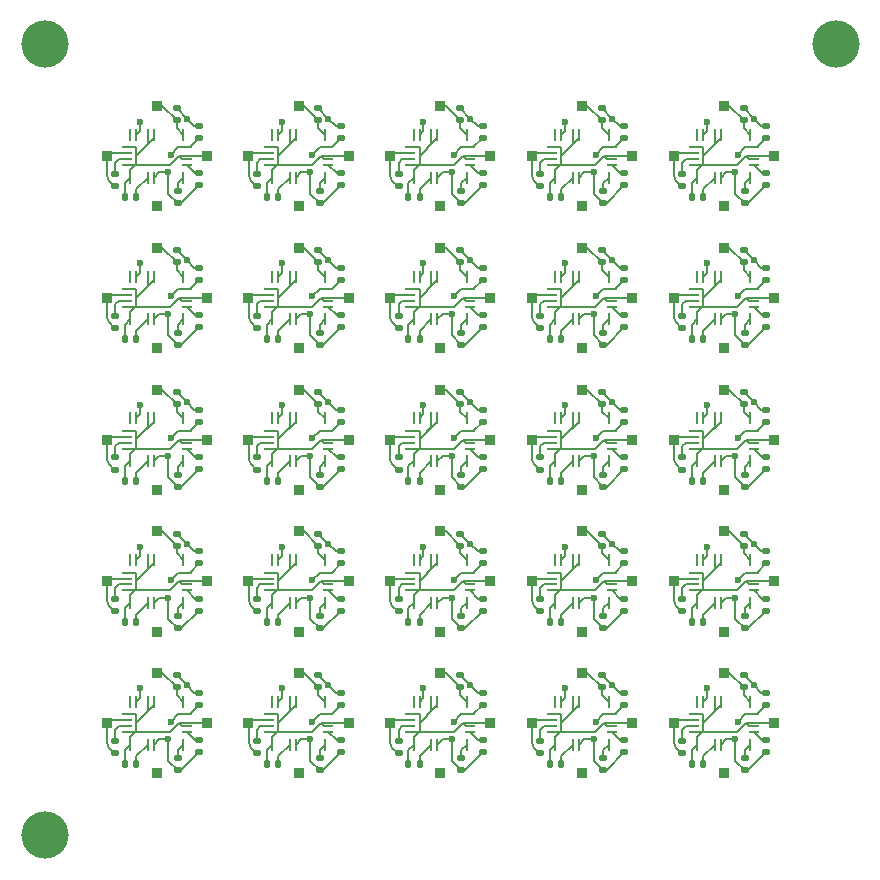
<source format=gbr>
%TF.GenerationSoftware,KiCad,Pcbnew,7.0.6-1.fc38*%
%TF.CreationDate,2023-07-26T15:00:37-04:00*%
%TF.ProjectId,bno085-i2c-board-v4-panel,626e6f30-3835-42d6-9932-632d626f6172,rev?*%
%TF.SameCoordinates,Original*%
%TF.FileFunction,Copper,L1,Top*%
%TF.FilePolarity,Positive*%
%FSLAX46Y46*%
G04 Gerber Fmt 4.6, Leading zero omitted, Abs format (unit mm)*
G04 Created by KiCad (PCBNEW 7.0.6-1.fc38) date 2023-07-26 15:00:37*
%MOMM*%
%LPD*%
G01*
G04 APERTURE LIST*
G04 Aperture macros list*
%AMRoundRect*
0 Rectangle with rounded corners*
0 $1 Rounding radius*
0 $2 $3 $4 $5 $6 $7 $8 $9 X,Y pos of 4 corners*
0 Add a 4 corners polygon primitive as box body*
4,1,4,$2,$3,$4,$5,$6,$7,$8,$9,$2,$3,0*
0 Add four circle primitives for the rounded corners*
1,1,$1+$1,$2,$3*
1,1,$1+$1,$4,$5*
1,1,$1+$1,$6,$7*
1,1,$1+$1,$8,$9*
0 Add four rect primitives between the rounded corners*
20,1,$1+$1,$2,$3,$4,$5,0*
20,1,$1+$1,$4,$5,$6,$7,0*
20,1,$1+$1,$6,$7,$8,$9,0*
20,1,$1+$1,$8,$9,$2,$3,0*%
G04 Aperture macros list end*
%TA.AperFunction,SMDPad,CuDef*%
%ADD10RoundRect,0.135000X-0.185000X0.135000X-0.185000X-0.135000X0.185000X-0.135000X0.185000X0.135000X0*%
%TD*%
%TA.AperFunction,SMDPad,CuDef*%
%ADD11R,0.254000X0.975000*%
%TD*%
%TA.AperFunction,SMDPad,CuDef*%
%ADD12R,0.950000X0.254000*%
%TD*%
%TA.AperFunction,ComponentPad*%
%ADD13R,0.850000X0.850000*%
%TD*%
%TA.AperFunction,SMDPad,CuDef*%
%ADD14RoundRect,0.140000X0.140000X0.170000X-0.140000X0.170000X-0.140000X-0.170000X0.140000X-0.170000X0*%
%TD*%
%TA.AperFunction,SMDPad,CuDef*%
%ADD15RoundRect,0.135000X0.185000X-0.135000X0.185000X0.135000X-0.185000X0.135000X-0.185000X-0.135000X0*%
%TD*%
%TA.AperFunction,SMDPad,CuDef*%
%ADD16C,4.000000*%
%TD*%
%TA.AperFunction,ViaPad*%
%ADD17C,0.600000*%
%TD*%
%TA.AperFunction,Conductor*%
%ADD18C,0.200000*%
%TD*%
G04 APERTURE END LIST*
D10*
%TO.P,R5,1*%
%TO.N,Board_14-+3.3V*%
X63579999Y-33450004D03*
%TO.P,R5,2*%
%TO.N,Board_14-Net-(J2-Pin_1)*%
X63579999Y-34470004D03*
%TD*%
D11*
%TO.P,U1,1,RESV_NC*%
%TO.N,Board_16-unconnected-(U1-RESV_NC-Pad1)*%
X21749999Y-46187504D03*
D12*
%TO.P,U1,2,GND*%
%TO.N,Board_16-GND*%
X21474999Y-47250004D03*
%TO.P,U1,3,VDD*%
%TO.N,Board_16-+3.3V*%
X21474999Y-47750004D03*
%TO.P,U1,4,BOOTN*%
%TO.N,Board_16-Net-(U1-BOOTN)*%
X21474999Y-48250004D03*
%TO.P,U1,5,PS1*%
%TO.N,Board_16-GND*%
X21474999Y-48750004D03*
D11*
%TO.P,U1,6,PS0/WAKE*%
X21749999Y-49812504D03*
%TO.P,U1,9,CAP*%
%TO.N,Board_16-Net-(U1-CAP)*%
X23249999Y-49812504D03*
%TO.P,U1,10,CLKSEL0*%
%TO.N,Board_16-+3.3V*%
X23749999Y-49812504D03*
%TO.P,U1,15,ENV_SCL*%
%TO.N,Board_16-Net-(U1-ENV_SCL)*%
X26249999Y-49812504D03*
D12*
%TO.P,U1,16,ENV_SDA*%
%TO.N,Board_16-Net-(U1-ENV_SDA)*%
X26524999Y-48750004D03*
%TO.P,U1,17,SA0/H_MOSI*%
%TO.N,Board_16-GND*%
X26524999Y-48250004D03*
%TO.P,U1,19,H_SCL/SCK/RX*%
%TO.N,Board_16-Net-(J2-Pin_1)*%
X26524999Y-47250004D03*
D11*
%TO.P,U1,20,H_SDA/H_MISO/TX*%
%TO.N,Board_16-Net-(J1-Pin_1)*%
X26249999Y-46187504D03*
%TO.P,U1,25,GNDIO*%
%TO.N,Board_16-GND*%
X23749999Y-46187504D03*
%TO.P,U1,26,XOUT32/CLKSEL1*%
X23249999Y-46187504D03*
%TO.P,U1,28,VDDIO*%
%TO.N,Board_16-+3.3V*%
X22249999Y-46187504D03*
%TD*%
D13*
%TO.P,J3,1,Pin_1*%
%TO.N,Board_16-+3.3V*%
X19749999Y-48000004D03*
%TD*%
D10*
%TO.P,R3,1*%
%TO.N,Board_21-Net-(U1-BOOTN)*%
X20479999Y-61502707D03*
%TO.P,R3,2*%
%TO.N,Board_21-+3.3V*%
X20479999Y-62522707D03*
%TD*%
D13*
%TO.P,J4,1,Pin_1*%
%TO.N,Board_2-GND*%
X40249999Y-12000004D03*
%TD*%
%TO.P,J1,1,Pin_1*%
%TO.N,Board_5-Net-(J1-Pin_1)*%
X11999999Y-19750004D03*
%TD*%
%TO.P,J2,1,Pin_1*%
%TO.N,Board_4-Net-(J2-Pin_1)*%
X59999999Y-16250004D03*
%TD*%
%TO.P,J2,1,Pin_1*%
%TO.N,Board_5-Net-(J2-Pin_1)*%
X11999999Y-28250004D03*
%TD*%
D10*
%TO.P,R5,1*%
%TO.N,Board_15-+3.3V*%
X15579999Y-45450004D03*
%TO.P,R5,2*%
%TO.N,Board_15-Net-(J2-Pin_1)*%
X15579999Y-46470004D03*
%TD*%
D11*
%TO.P,U1,1,RESV_NC*%
%TO.N,Board_13-unconnected-(U1-RESV_NC-Pad1)*%
X45749999Y-34187504D03*
D12*
%TO.P,U1,2,GND*%
%TO.N,Board_13-GND*%
X45474999Y-35250004D03*
%TO.P,U1,3,VDD*%
%TO.N,Board_13-+3.3V*%
X45474999Y-35750004D03*
%TO.P,U1,4,BOOTN*%
%TO.N,Board_13-Net-(U1-BOOTN)*%
X45474999Y-36250004D03*
%TO.P,U1,5,PS1*%
%TO.N,Board_13-GND*%
X45474999Y-36750004D03*
D11*
%TO.P,U1,6,PS0/WAKE*%
X45749999Y-37812504D03*
%TO.P,U1,9,CAP*%
%TO.N,Board_13-Net-(U1-CAP)*%
X47249999Y-37812504D03*
%TO.P,U1,10,CLKSEL0*%
%TO.N,Board_13-+3.3V*%
X47749999Y-37812504D03*
%TO.P,U1,15,ENV_SCL*%
%TO.N,Board_13-Net-(U1-ENV_SCL)*%
X50249999Y-37812504D03*
D12*
%TO.P,U1,16,ENV_SDA*%
%TO.N,Board_13-Net-(U1-ENV_SDA)*%
X50524999Y-36750004D03*
%TO.P,U1,17,SA0/H_MOSI*%
%TO.N,Board_13-GND*%
X50524999Y-36250004D03*
%TO.P,U1,19,H_SCL/SCK/RX*%
%TO.N,Board_13-Net-(J2-Pin_1)*%
X50524999Y-35250004D03*
D11*
%TO.P,U1,20,H_SDA/H_MISO/TX*%
%TO.N,Board_13-Net-(J1-Pin_1)*%
X50249999Y-34187504D03*
%TO.P,U1,25,GNDIO*%
%TO.N,Board_13-GND*%
X47749999Y-34187504D03*
%TO.P,U1,26,XOUT32/CLKSEL1*%
X47249999Y-34187504D03*
%TO.P,U1,28,VDDIO*%
%TO.N,Board_13-+3.3V*%
X46249999Y-34187504D03*
%TD*%
D13*
%TO.P,J4,1,Pin_1*%
%TO.N,Board_24-GND*%
X64249999Y-60000004D03*
%TD*%
D10*
%TO.P,R3,1*%
%TO.N,Board_1-Net-(U1-BOOTN)*%
X20479999Y-13502707D03*
%TO.P,R3,2*%
%TO.N,Board_1-+3.3V*%
X20479999Y-14522707D03*
%TD*%
%TO.P,R5,1*%
%TO.N,Board_4-+3.3V*%
X63579999Y-9450004D03*
%TO.P,R5,2*%
%TO.N,Board_4-Net-(J2-Pin_1)*%
X63579999Y-10470004D03*
%TD*%
D13*
%TO.P,J4,1,Pin_1*%
%TO.N,Board_11-GND*%
X28249999Y-36000004D03*
%TD*%
%TO.P,J3,1,Pin_1*%
%TO.N,Board_7-+3.3V*%
X31749999Y-24000004D03*
%TD*%
D14*
%TO.P,C1,1*%
%TO.N,Board_13-Net-(U1-CAP)*%
X46259999Y-39460004D03*
%TO.P,C1,2*%
%TO.N,Board_13-GND*%
X45299999Y-39460004D03*
%TD*%
D13*
%TO.P,J2,1,Pin_1*%
%TO.N,Board_19-Net-(J2-Pin_1)*%
X59999999Y-52250004D03*
%TD*%
%TO.P,J4,1,Pin_1*%
%TO.N,Board_10-GND*%
X16249999Y-36000004D03*
%TD*%
%TO.P,J4,1,Pin_1*%
%TO.N,Board_19-GND*%
X64249999Y-48000004D03*
%TD*%
D10*
%TO.P,R3,1*%
%TO.N,Board_23-Net-(U1-BOOTN)*%
X44479999Y-61502707D03*
%TO.P,R3,2*%
%TO.N,Board_23-+3.3V*%
X44479999Y-62522707D03*
%TD*%
D15*
%TO.P,R1,1*%
%TO.N,Board_11-+3.3V*%
X25779999Y-39970004D03*
%TO.P,R1,2*%
%TO.N,Board_11-Net-(U1-ENV_SCL)*%
X25779999Y-38950004D03*
%TD*%
%TO.P,R4,1*%
%TO.N,Board_1-Net-(J1-Pin_1)*%
X25679999Y-8970004D03*
%TO.P,R4,2*%
%TO.N,Board_1-+3.3V*%
X25679999Y-7950004D03*
%TD*%
D13*
%TO.P,J4,1,Pin_1*%
%TO.N,Board_12-GND*%
X40249999Y-36000004D03*
%TD*%
D10*
%TO.P,R2,1*%
%TO.N,Board_11-Net-(U1-ENV_SDA)*%
X27579999Y-37450004D03*
%TO.P,R2,2*%
%TO.N,Board_11-+3.3V*%
X27579999Y-38470004D03*
%TD*%
%TO.P,R2,1*%
%TO.N,Board_16-Net-(U1-ENV_SDA)*%
X27579999Y-49450004D03*
%TO.P,R2,2*%
%TO.N,Board_16-+3.3V*%
X27579999Y-50470004D03*
%TD*%
D13*
%TO.P,J2,1,Pin_1*%
%TO.N,Board_13-Net-(J2-Pin_1)*%
X47999999Y-40250004D03*
%TD*%
D11*
%TO.P,U1,1,RESV_NC*%
%TO.N,Board_6-unconnected-(U1-RESV_NC-Pad1)*%
X21749999Y-22187504D03*
D12*
%TO.P,U1,2,GND*%
%TO.N,Board_6-GND*%
X21474999Y-23250004D03*
%TO.P,U1,3,VDD*%
%TO.N,Board_6-+3.3V*%
X21474999Y-23750004D03*
%TO.P,U1,4,BOOTN*%
%TO.N,Board_6-Net-(U1-BOOTN)*%
X21474999Y-24250004D03*
%TO.P,U1,5,PS1*%
%TO.N,Board_6-GND*%
X21474999Y-24750004D03*
D11*
%TO.P,U1,6,PS0/WAKE*%
X21749999Y-25812504D03*
%TO.P,U1,9,CAP*%
%TO.N,Board_6-Net-(U1-CAP)*%
X23249999Y-25812504D03*
%TO.P,U1,10,CLKSEL0*%
%TO.N,Board_6-+3.3V*%
X23749999Y-25812504D03*
%TO.P,U1,15,ENV_SCL*%
%TO.N,Board_6-Net-(U1-ENV_SCL)*%
X26249999Y-25812504D03*
D12*
%TO.P,U1,16,ENV_SDA*%
%TO.N,Board_6-Net-(U1-ENV_SDA)*%
X26524999Y-24750004D03*
%TO.P,U1,17,SA0/H_MOSI*%
%TO.N,Board_6-GND*%
X26524999Y-24250004D03*
%TO.P,U1,19,H_SCL/SCK/RX*%
%TO.N,Board_6-Net-(J2-Pin_1)*%
X26524999Y-23250004D03*
D11*
%TO.P,U1,20,H_SDA/H_MISO/TX*%
%TO.N,Board_6-Net-(J1-Pin_1)*%
X26249999Y-22187504D03*
%TO.P,U1,25,GNDIO*%
%TO.N,Board_6-GND*%
X23749999Y-22187504D03*
%TO.P,U1,26,XOUT32/CLKSEL1*%
X23249999Y-22187504D03*
%TO.P,U1,28,VDDIO*%
%TO.N,Board_6-+3.3V*%
X22249999Y-22187504D03*
%TD*%
D13*
%TO.P,J1,1,Pin_1*%
%TO.N,Board_7-Net-(J1-Pin_1)*%
X35999999Y-19750004D03*
%TD*%
D15*
%TO.P,R1,1*%
%TO.N,Board_9-+3.3V*%
X61779999Y-27970004D03*
%TO.P,R1,2*%
%TO.N,Board_9-Net-(U1-ENV_SCL)*%
X61779999Y-26950004D03*
%TD*%
D14*
%TO.P,C1,1*%
%TO.N,Board_24-Net-(U1-CAP)*%
X58259999Y-63460004D03*
%TO.P,C1,2*%
%TO.N,Board_24-GND*%
X57299999Y-63460004D03*
%TD*%
D11*
%TO.P,U1,1,RESV_NC*%
%TO.N,Board_8-unconnected-(U1-RESV_NC-Pad1)*%
X45749999Y-22187504D03*
D12*
%TO.P,U1,2,GND*%
%TO.N,Board_8-GND*%
X45474999Y-23250004D03*
%TO.P,U1,3,VDD*%
%TO.N,Board_8-+3.3V*%
X45474999Y-23750004D03*
%TO.P,U1,4,BOOTN*%
%TO.N,Board_8-Net-(U1-BOOTN)*%
X45474999Y-24250004D03*
%TO.P,U1,5,PS1*%
%TO.N,Board_8-GND*%
X45474999Y-24750004D03*
D11*
%TO.P,U1,6,PS0/WAKE*%
X45749999Y-25812504D03*
%TO.P,U1,9,CAP*%
%TO.N,Board_8-Net-(U1-CAP)*%
X47249999Y-25812504D03*
%TO.P,U1,10,CLKSEL0*%
%TO.N,Board_8-+3.3V*%
X47749999Y-25812504D03*
%TO.P,U1,15,ENV_SCL*%
%TO.N,Board_8-Net-(U1-ENV_SCL)*%
X50249999Y-25812504D03*
D12*
%TO.P,U1,16,ENV_SDA*%
%TO.N,Board_8-Net-(U1-ENV_SDA)*%
X50524999Y-24750004D03*
%TO.P,U1,17,SA0/H_MOSI*%
%TO.N,Board_8-GND*%
X50524999Y-24250004D03*
%TO.P,U1,19,H_SCL/SCK/RX*%
%TO.N,Board_8-Net-(J2-Pin_1)*%
X50524999Y-23250004D03*
D11*
%TO.P,U1,20,H_SDA/H_MISO/TX*%
%TO.N,Board_8-Net-(J1-Pin_1)*%
X50249999Y-22187504D03*
%TO.P,U1,25,GNDIO*%
%TO.N,Board_8-GND*%
X47749999Y-22187504D03*
%TO.P,U1,26,XOUT32/CLKSEL1*%
X47249999Y-22187504D03*
%TO.P,U1,28,VDDIO*%
%TO.N,Board_8-+3.3V*%
X46249999Y-22187504D03*
%TD*%
D13*
%TO.P,J1,1,Pin_1*%
%TO.N,Board_14-Net-(J1-Pin_1)*%
X59999999Y-31750004D03*
%TD*%
%TO.P,J4,1,Pin_1*%
%TO.N,Board_4-GND*%
X64249999Y-12000004D03*
%TD*%
D10*
%TO.P,R3,1*%
%TO.N,Board_14-Net-(U1-BOOTN)*%
X56479999Y-37502707D03*
%TO.P,R3,2*%
%TO.N,Board_14-+3.3V*%
X56479999Y-38522707D03*
%TD*%
D13*
%TO.P,J1,1,Pin_1*%
%TO.N,Board_20-Net-(J1-Pin_1)*%
X11999999Y-55750004D03*
%TD*%
D14*
%TO.P,C1,1*%
%TO.N,Board_1-Net-(U1-CAP)*%
X22259999Y-15460004D03*
%TO.P,C1,2*%
%TO.N,Board_1-GND*%
X21299999Y-15460004D03*
%TD*%
D10*
%TO.P,R3,1*%
%TO.N,Board_17-Net-(U1-BOOTN)*%
X32479999Y-49502707D03*
%TO.P,R3,2*%
%TO.N,Board_17-+3.3V*%
X32479999Y-50522707D03*
%TD*%
D14*
%TO.P,C1,1*%
%TO.N,Board_10-Net-(U1-CAP)*%
X10259999Y-39460004D03*
%TO.P,C1,2*%
%TO.N,Board_10-GND*%
X9299999Y-39460004D03*
%TD*%
D11*
%TO.P,U1,1,RESV_NC*%
%TO.N,Board_15-unconnected-(U1-RESV_NC-Pad1)*%
X9749999Y-46187504D03*
D12*
%TO.P,U1,2,GND*%
%TO.N,Board_15-GND*%
X9474999Y-47250004D03*
%TO.P,U1,3,VDD*%
%TO.N,Board_15-+3.3V*%
X9474999Y-47750004D03*
%TO.P,U1,4,BOOTN*%
%TO.N,Board_15-Net-(U1-BOOTN)*%
X9474999Y-48250004D03*
%TO.P,U1,5,PS1*%
%TO.N,Board_15-GND*%
X9474999Y-48750004D03*
D11*
%TO.P,U1,6,PS0/WAKE*%
X9749999Y-49812504D03*
%TO.P,U1,9,CAP*%
%TO.N,Board_15-Net-(U1-CAP)*%
X11249999Y-49812504D03*
%TO.P,U1,10,CLKSEL0*%
%TO.N,Board_15-+3.3V*%
X11749999Y-49812504D03*
%TO.P,U1,15,ENV_SCL*%
%TO.N,Board_15-Net-(U1-ENV_SCL)*%
X14249999Y-49812504D03*
D12*
%TO.P,U1,16,ENV_SDA*%
%TO.N,Board_15-Net-(U1-ENV_SDA)*%
X14524999Y-48750004D03*
%TO.P,U1,17,SA0/H_MOSI*%
%TO.N,Board_15-GND*%
X14524999Y-48250004D03*
%TO.P,U1,19,H_SCL/SCK/RX*%
%TO.N,Board_15-Net-(J2-Pin_1)*%
X14524999Y-47250004D03*
D11*
%TO.P,U1,20,H_SDA/H_MISO/TX*%
%TO.N,Board_15-Net-(J1-Pin_1)*%
X14249999Y-46187504D03*
%TO.P,U1,25,GNDIO*%
%TO.N,Board_15-GND*%
X11749999Y-46187504D03*
%TO.P,U1,26,XOUT32/CLKSEL1*%
X11249999Y-46187504D03*
%TO.P,U1,28,VDDIO*%
%TO.N,Board_15-+3.3V*%
X10249999Y-46187504D03*
%TD*%
D15*
%TO.P,R4,1*%
%TO.N,Board_8-Net-(J1-Pin_1)*%
X49679999Y-20970004D03*
%TO.P,R4,2*%
%TO.N,Board_8-+3.3V*%
X49679999Y-19950004D03*
%TD*%
D13*
%TO.P,J2,1,Pin_1*%
%TO.N,Board_2-Net-(J2-Pin_1)*%
X35999999Y-16250004D03*
%TD*%
D10*
%TO.P,R5,1*%
%TO.N,Board_17-+3.3V*%
X39579999Y-45450004D03*
%TO.P,R5,2*%
%TO.N,Board_17-Net-(J2-Pin_1)*%
X39579999Y-46470004D03*
%TD*%
D13*
%TO.P,J4,1,Pin_1*%
%TO.N,Board_16-GND*%
X28249999Y-48000004D03*
%TD*%
%TO.P,J2,1,Pin_1*%
%TO.N,Board_20-Net-(J2-Pin_1)*%
X11999999Y-64250004D03*
%TD*%
D16*
%TO.P,REF\u002A\u002A,*%
%TO.N,*%
X69499999Y-2500000D03*
%TD*%
D11*
%TO.P,U1,1,RESV_NC*%
%TO.N,Board_0-unconnected-(U1-RESV_NC-Pad1)*%
X9749999Y-10187504D03*
D12*
%TO.P,U1,2,GND*%
%TO.N,Board_0-GND*%
X9474999Y-11250004D03*
%TO.P,U1,3,VDD*%
%TO.N,Board_0-+3.3V*%
X9474999Y-11750004D03*
%TO.P,U1,4,BOOTN*%
%TO.N,Board_0-Net-(U1-BOOTN)*%
X9474999Y-12250004D03*
%TO.P,U1,5,PS1*%
%TO.N,Board_0-GND*%
X9474999Y-12750004D03*
D11*
%TO.P,U1,6,PS0/WAKE*%
X9749999Y-13812504D03*
%TO.P,U1,9,CAP*%
%TO.N,Board_0-Net-(U1-CAP)*%
X11249999Y-13812504D03*
%TO.P,U1,10,CLKSEL0*%
%TO.N,Board_0-+3.3V*%
X11749999Y-13812504D03*
%TO.P,U1,15,ENV_SCL*%
%TO.N,Board_0-Net-(U1-ENV_SCL)*%
X14249999Y-13812504D03*
D12*
%TO.P,U1,16,ENV_SDA*%
%TO.N,Board_0-Net-(U1-ENV_SDA)*%
X14524999Y-12750004D03*
%TO.P,U1,17,SA0/H_MOSI*%
%TO.N,Board_0-GND*%
X14524999Y-12250004D03*
%TO.P,U1,19,H_SCL/SCK/RX*%
%TO.N,Board_0-Net-(J2-Pin_1)*%
X14524999Y-11250004D03*
D11*
%TO.P,U1,20,H_SDA/H_MISO/TX*%
%TO.N,Board_0-Net-(J1-Pin_1)*%
X14249999Y-10187504D03*
%TO.P,U1,25,GNDIO*%
%TO.N,Board_0-GND*%
X11749999Y-10187504D03*
%TO.P,U1,26,XOUT32/CLKSEL1*%
X11249999Y-10187504D03*
%TO.P,U1,28,VDDIO*%
%TO.N,Board_0-+3.3V*%
X10249999Y-10187504D03*
%TD*%
D14*
%TO.P,C1,1*%
%TO.N,Board_11-Net-(U1-CAP)*%
X22259999Y-39460004D03*
%TO.P,C1,2*%
%TO.N,Board_11-GND*%
X21299999Y-39460004D03*
%TD*%
D10*
%TO.P,R5,1*%
%TO.N,Board_16-+3.3V*%
X27579999Y-45450004D03*
%TO.P,R5,2*%
%TO.N,Board_16-Net-(J2-Pin_1)*%
X27579999Y-46470004D03*
%TD*%
D15*
%TO.P,R4,1*%
%TO.N,Board_15-Net-(J1-Pin_1)*%
X13679999Y-44970004D03*
%TO.P,R4,2*%
%TO.N,Board_15-+3.3V*%
X13679999Y-43950004D03*
%TD*%
D13*
%TO.P,J2,1,Pin_1*%
%TO.N,Board_16-Net-(J2-Pin_1)*%
X23999999Y-52250004D03*
%TD*%
D15*
%TO.P,R1,1*%
%TO.N,Board_23-+3.3V*%
X49779999Y-63970004D03*
%TO.P,R1,2*%
%TO.N,Board_23-Net-(U1-ENV_SCL)*%
X49779999Y-62950004D03*
%TD*%
D13*
%TO.P,J2,1,Pin_1*%
%TO.N,Board_12-Net-(J2-Pin_1)*%
X35999999Y-40250004D03*
%TD*%
%TO.P,J1,1,Pin_1*%
%TO.N,Board_2-Net-(J1-Pin_1)*%
X35999999Y-7750004D03*
%TD*%
%TO.P,J3,1,Pin_1*%
%TO.N,Board_10-+3.3V*%
X7749999Y-36000004D03*
%TD*%
%TO.P,J4,1,Pin_1*%
%TO.N,Board_13-GND*%
X52249999Y-36000004D03*
%TD*%
D11*
%TO.P,U1,1,RESV_NC*%
%TO.N,Board_7-unconnected-(U1-RESV_NC-Pad1)*%
X33749999Y-22187504D03*
D12*
%TO.P,U1,2,GND*%
%TO.N,Board_7-GND*%
X33474999Y-23250004D03*
%TO.P,U1,3,VDD*%
%TO.N,Board_7-+3.3V*%
X33474999Y-23750004D03*
%TO.P,U1,4,BOOTN*%
%TO.N,Board_7-Net-(U1-BOOTN)*%
X33474999Y-24250004D03*
%TO.P,U1,5,PS1*%
%TO.N,Board_7-GND*%
X33474999Y-24750004D03*
D11*
%TO.P,U1,6,PS0/WAKE*%
X33749999Y-25812504D03*
%TO.P,U1,9,CAP*%
%TO.N,Board_7-Net-(U1-CAP)*%
X35249999Y-25812504D03*
%TO.P,U1,10,CLKSEL0*%
%TO.N,Board_7-+3.3V*%
X35749999Y-25812504D03*
%TO.P,U1,15,ENV_SCL*%
%TO.N,Board_7-Net-(U1-ENV_SCL)*%
X38249999Y-25812504D03*
D12*
%TO.P,U1,16,ENV_SDA*%
%TO.N,Board_7-Net-(U1-ENV_SDA)*%
X38524999Y-24750004D03*
%TO.P,U1,17,SA0/H_MOSI*%
%TO.N,Board_7-GND*%
X38524999Y-24250004D03*
%TO.P,U1,19,H_SCL/SCK/RX*%
%TO.N,Board_7-Net-(J2-Pin_1)*%
X38524999Y-23250004D03*
D11*
%TO.P,U1,20,H_SDA/H_MISO/TX*%
%TO.N,Board_7-Net-(J1-Pin_1)*%
X38249999Y-22187504D03*
%TO.P,U1,25,GNDIO*%
%TO.N,Board_7-GND*%
X35749999Y-22187504D03*
%TO.P,U1,26,XOUT32/CLKSEL1*%
X35249999Y-22187504D03*
%TO.P,U1,28,VDDIO*%
%TO.N,Board_7-+3.3V*%
X34249999Y-22187504D03*
%TD*%
D10*
%TO.P,R2,1*%
%TO.N,Board_21-Net-(U1-ENV_SDA)*%
X27579999Y-61450004D03*
%TO.P,R2,2*%
%TO.N,Board_21-+3.3V*%
X27579999Y-62470004D03*
%TD*%
D13*
%TO.P,J1,1,Pin_1*%
%TO.N,Board_19-Net-(J1-Pin_1)*%
X59999999Y-43750004D03*
%TD*%
D10*
%TO.P,R5,1*%
%TO.N,Board_5-+3.3V*%
X15579999Y-21450004D03*
%TO.P,R5,2*%
%TO.N,Board_5-Net-(J2-Pin_1)*%
X15579999Y-22470004D03*
%TD*%
D13*
%TO.P,J1,1,Pin_1*%
%TO.N,Board_16-Net-(J1-Pin_1)*%
X23999999Y-43750004D03*
%TD*%
%TO.P,J4,1,Pin_1*%
%TO.N,Board_23-GND*%
X52249999Y-60000004D03*
%TD*%
D15*
%TO.P,R1,1*%
%TO.N,Board_12-+3.3V*%
X37779999Y-39970004D03*
%TO.P,R1,2*%
%TO.N,Board_12-Net-(U1-ENV_SCL)*%
X37779999Y-38950004D03*
%TD*%
D14*
%TO.P,C1,1*%
%TO.N,Board_16-Net-(U1-CAP)*%
X22259999Y-51460004D03*
%TO.P,C1,2*%
%TO.N,Board_16-GND*%
X21299999Y-51460004D03*
%TD*%
D13*
%TO.P,J1,1,Pin_1*%
%TO.N,Board_4-Net-(J1-Pin_1)*%
X59999999Y-7750004D03*
%TD*%
%TO.P,J3,1,Pin_1*%
%TO.N,Board_8-+3.3V*%
X43749999Y-24000004D03*
%TD*%
%TO.P,J4,1,Pin_1*%
%TO.N,Board_7-GND*%
X40249999Y-24000004D03*
%TD*%
D10*
%TO.P,R5,1*%
%TO.N,Board_7-+3.3V*%
X39579999Y-21450004D03*
%TO.P,R5,2*%
%TO.N,Board_7-Net-(J2-Pin_1)*%
X39579999Y-22470004D03*
%TD*%
%TO.P,R5,1*%
%TO.N,Board_13-+3.3V*%
X51579999Y-33450004D03*
%TO.P,R5,2*%
%TO.N,Board_13-Net-(J2-Pin_1)*%
X51579999Y-34470004D03*
%TD*%
%TO.P,R5,1*%
%TO.N,Board_9-+3.3V*%
X63579999Y-21450004D03*
%TO.P,R5,2*%
%TO.N,Board_9-Net-(J2-Pin_1)*%
X63579999Y-22470004D03*
%TD*%
D13*
%TO.P,J3,1,Pin_1*%
%TO.N,Board_21-+3.3V*%
X19749999Y-60000004D03*
%TD*%
%TO.P,J2,1,Pin_1*%
%TO.N,Board_15-Net-(J2-Pin_1)*%
X11999999Y-52250004D03*
%TD*%
D10*
%TO.P,R2,1*%
%TO.N,Board_17-Net-(U1-ENV_SDA)*%
X39579999Y-49450004D03*
%TO.P,R2,2*%
%TO.N,Board_17-+3.3V*%
X39579999Y-50470004D03*
%TD*%
D13*
%TO.P,J2,1,Pin_1*%
%TO.N,Board_7-Net-(J2-Pin_1)*%
X35999999Y-28250004D03*
%TD*%
D14*
%TO.P,C1,1*%
%TO.N,Board_7-Net-(U1-CAP)*%
X34259999Y-27460004D03*
%TO.P,C1,2*%
%TO.N,Board_7-GND*%
X33299999Y-27460004D03*
%TD*%
D10*
%TO.P,R3,1*%
%TO.N,Board_6-Net-(U1-BOOTN)*%
X20479999Y-25502707D03*
%TO.P,R3,2*%
%TO.N,Board_6-+3.3V*%
X20479999Y-26522707D03*
%TD*%
%TO.P,R3,1*%
%TO.N,Board_9-Net-(U1-BOOTN)*%
X56479999Y-25502707D03*
%TO.P,R3,2*%
%TO.N,Board_9-+3.3V*%
X56479999Y-26522707D03*
%TD*%
D13*
%TO.P,J3,1,Pin_1*%
%TO.N,Board_11-+3.3V*%
X19749999Y-36000004D03*
%TD*%
D10*
%TO.P,R5,1*%
%TO.N,Board_8-+3.3V*%
X51579999Y-21450004D03*
%TO.P,R5,2*%
%TO.N,Board_8-Net-(J2-Pin_1)*%
X51579999Y-22470004D03*
%TD*%
D11*
%TO.P,U1,1,RESV_NC*%
%TO.N,Board_9-unconnected-(U1-RESV_NC-Pad1)*%
X57749999Y-22187504D03*
D12*
%TO.P,U1,2,GND*%
%TO.N,Board_9-GND*%
X57474999Y-23250004D03*
%TO.P,U1,3,VDD*%
%TO.N,Board_9-+3.3V*%
X57474999Y-23750004D03*
%TO.P,U1,4,BOOTN*%
%TO.N,Board_9-Net-(U1-BOOTN)*%
X57474999Y-24250004D03*
%TO.P,U1,5,PS1*%
%TO.N,Board_9-GND*%
X57474999Y-24750004D03*
D11*
%TO.P,U1,6,PS0/WAKE*%
X57749999Y-25812504D03*
%TO.P,U1,9,CAP*%
%TO.N,Board_9-Net-(U1-CAP)*%
X59249999Y-25812504D03*
%TO.P,U1,10,CLKSEL0*%
%TO.N,Board_9-+3.3V*%
X59749999Y-25812504D03*
%TO.P,U1,15,ENV_SCL*%
%TO.N,Board_9-Net-(U1-ENV_SCL)*%
X62249999Y-25812504D03*
D12*
%TO.P,U1,16,ENV_SDA*%
%TO.N,Board_9-Net-(U1-ENV_SDA)*%
X62524999Y-24750004D03*
%TO.P,U1,17,SA0/H_MOSI*%
%TO.N,Board_9-GND*%
X62524999Y-24250004D03*
%TO.P,U1,19,H_SCL/SCK/RX*%
%TO.N,Board_9-Net-(J2-Pin_1)*%
X62524999Y-23250004D03*
D11*
%TO.P,U1,20,H_SDA/H_MISO/TX*%
%TO.N,Board_9-Net-(J1-Pin_1)*%
X62249999Y-22187504D03*
%TO.P,U1,25,GNDIO*%
%TO.N,Board_9-GND*%
X59749999Y-22187504D03*
%TO.P,U1,26,XOUT32/CLKSEL1*%
X59249999Y-22187504D03*
%TO.P,U1,28,VDDIO*%
%TO.N,Board_9-+3.3V*%
X58249999Y-22187504D03*
%TD*%
D10*
%TO.P,R2,1*%
%TO.N,Board_8-Net-(U1-ENV_SDA)*%
X51579999Y-25450004D03*
%TO.P,R2,2*%
%TO.N,Board_8-+3.3V*%
X51579999Y-26470004D03*
%TD*%
%TO.P,R2,1*%
%TO.N,Board_5-Net-(U1-ENV_SDA)*%
X15579999Y-25450004D03*
%TO.P,R2,2*%
%TO.N,Board_5-+3.3V*%
X15579999Y-26470004D03*
%TD*%
D13*
%TO.P,J4,1,Pin_1*%
%TO.N,Board_20-GND*%
X16249999Y-60000004D03*
%TD*%
D15*
%TO.P,R1,1*%
%TO.N,Board_20-+3.3V*%
X13779999Y-63970004D03*
%TO.P,R1,2*%
%TO.N,Board_20-Net-(U1-ENV_SCL)*%
X13779999Y-62950004D03*
%TD*%
D13*
%TO.P,J4,1,Pin_1*%
%TO.N,Board_15-GND*%
X16249999Y-48000004D03*
%TD*%
D10*
%TO.P,R2,1*%
%TO.N,Board_20-Net-(U1-ENV_SDA)*%
X15579999Y-61450004D03*
%TO.P,R2,2*%
%TO.N,Board_20-+3.3V*%
X15579999Y-62470004D03*
%TD*%
D13*
%TO.P,J3,1,Pin_1*%
%TO.N,Board_1-+3.3V*%
X19749999Y-12000004D03*
%TD*%
%TO.P,J2,1,Pin_1*%
%TO.N,Board_0-Net-(J2-Pin_1)*%
X11999999Y-16250004D03*
%TD*%
D15*
%TO.P,R4,1*%
%TO.N,Board_2-Net-(J1-Pin_1)*%
X37679999Y-8970004D03*
%TO.P,R4,2*%
%TO.N,Board_2-+3.3V*%
X37679999Y-7950004D03*
%TD*%
D13*
%TO.P,J4,1,Pin_1*%
%TO.N,Board_0-GND*%
X16249999Y-12000004D03*
%TD*%
D16*
%TO.P,REF\u002A\u002A,*%
%TO.N,*%
X2500000Y-2500000D03*
%TD*%
D10*
%TO.P,R2,1*%
%TO.N,Board_22-Net-(U1-ENV_SDA)*%
X39579999Y-61450004D03*
%TO.P,R2,2*%
%TO.N,Board_22-+3.3V*%
X39579999Y-62470004D03*
%TD*%
D14*
%TO.P,C1,1*%
%TO.N,Board_5-Net-(U1-CAP)*%
X10259999Y-27460004D03*
%TO.P,C1,2*%
%TO.N,Board_5-GND*%
X9299999Y-27460004D03*
%TD*%
D13*
%TO.P,J2,1,Pin_1*%
%TO.N,Board_6-Net-(J2-Pin_1)*%
X23999999Y-28250004D03*
%TD*%
D10*
%TO.P,R2,1*%
%TO.N,Board_24-Net-(U1-ENV_SDA)*%
X63579999Y-61450004D03*
%TO.P,R2,2*%
%TO.N,Board_24-+3.3V*%
X63579999Y-62470004D03*
%TD*%
%TO.P,R2,1*%
%TO.N,Board_1-Net-(U1-ENV_SDA)*%
X27579999Y-13450004D03*
%TO.P,R2,2*%
%TO.N,Board_1-+3.3V*%
X27579999Y-14470004D03*
%TD*%
D11*
%TO.P,U1,1,RESV_NC*%
%TO.N,Board_23-unconnected-(U1-RESV_NC-Pad1)*%
X45749999Y-58187504D03*
D12*
%TO.P,U1,2,GND*%
%TO.N,Board_23-GND*%
X45474999Y-59250004D03*
%TO.P,U1,3,VDD*%
%TO.N,Board_23-+3.3V*%
X45474999Y-59750004D03*
%TO.P,U1,4,BOOTN*%
%TO.N,Board_23-Net-(U1-BOOTN)*%
X45474999Y-60250004D03*
%TO.P,U1,5,PS1*%
%TO.N,Board_23-GND*%
X45474999Y-60750004D03*
D11*
%TO.P,U1,6,PS0/WAKE*%
X45749999Y-61812504D03*
%TO.P,U1,9,CAP*%
%TO.N,Board_23-Net-(U1-CAP)*%
X47249999Y-61812504D03*
%TO.P,U1,10,CLKSEL0*%
%TO.N,Board_23-+3.3V*%
X47749999Y-61812504D03*
%TO.P,U1,15,ENV_SCL*%
%TO.N,Board_23-Net-(U1-ENV_SCL)*%
X50249999Y-61812504D03*
D12*
%TO.P,U1,16,ENV_SDA*%
%TO.N,Board_23-Net-(U1-ENV_SDA)*%
X50524999Y-60750004D03*
%TO.P,U1,17,SA0/H_MOSI*%
%TO.N,Board_23-GND*%
X50524999Y-60250004D03*
%TO.P,U1,19,H_SCL/SCK/RX*%
%TO.N,Board_23-Net-(J2-Pin_1)*%
X50524999Y-59250004D03*
D11*
%TO.P,U1,20,H_SDA/H_MISO/TX*%
%TO.N,Board_23-Net-(J1-Pin_1)*%
X50249999Y-58187504D03*
%TO.P,U1,25,GNDIO*%
%TO.N,Board_23-GND*%
X47749999Y-58187504D03*
%TO.P,U1,26,XOUT32/CLKSEL1*%
X47249999Y-58187504D03*
%TO.P,U1,28,VDDIO*%
%TO.N,Board_23-+3.3V*%
X46249999Y-58187504D03*
%TD*%
D10*
%TO.P,R3,1*%
%TO.N,Board_13-Net-(U1-BOOTN)*%
X44479999Y-37502707D03*
%TO.P,R3,2*%
%TO.N,Board_13-+3.3V*%
X44479999Y-38522707D03*
%TD*%
D14*
%TO.P,C1,1*%
%TO.N,Board_4-Net-(U1-CAP)*%
X58259999Y-15460004D03*
%TO.P,C1,2*%
%TO.N,Board_4-GND*%
X57299999Y-15460004D03*
%TD*%
D13*
%TO.P,J1,1,Pin_1*%
%TO.N,Board_8-Net-(J1-Pin_1)*%
X47999999Y-19750004D03*
%TD*%
D15*
%TO.P,R1,1*%
%TO.N,Board_13-+3.3V*%
X49779999Y-39970004D03*
%TO.P,R1,2*%
%TO.N,Board_13-Net-(U1-ENV_SCL)*%
X49779999Y-38950004D03*
%TD*%
D13*
%TO.P,J3,1,Pin_1*%
%TO.N,Board_0-+3.3V*%
X7749999Y-12000004D03*
%TD*%
D15*
%TO.P,R4,1*%
%TO.N,Board_9-Net-(J1-Pin_1)*%
X61679999Y-20970004D03*
%TO.P,R4,2*%
%TO.N,Board_9-+3.3V*%
X61679999Y-19950004D03*
%TD*%
D10*
%TO.P,R3,1*%
%TO.N,Board_7-Net-(U1-BOOTN)*%
X32479999Y-25502707D03*
%TO.P,R3,2*%
%TO.N,Board_7-+3.3V*%
X32479999Y-26522707D03*
%TD*%
D15*
%TO.P,R4,1*%
%TO.N,Board_10-Net-(J1-Pin_1)*%
X13679999Y-32970004D03*
%TO.P,R4,2*%
%TO.N,Board_10-+3.3V*%
X13679999Y-31950004D03*
%TD*%
D13*
%TO.P,J4,1,Pin_1*%
%TO.N,Board_9-GND*%
X64249999Y-24000004D03*
%TD*%
D15*
%TO.P,R1,1*%
%TO.N,Board_22-+3.3V*%
X37779999Y-63970004D03*
%TO.P,R1,2*%
%TO.N,Board_22-Net-(U1-ENV_SCL)*%
X37779999Y-62950004D03*
%TD*%
D10*
%TO.P,R5,1*%
%TO.N,Board_6-+3.3V*%
X27579999Y-21450004D03*
%TO.P,R5,2*%
%TO.N,Board_6-Net-(J2-Pin_1)*%
X27579999Y-22470004D03*
%TD*%
D15*
%TO.P,R4,1*%
%TO.N,Board_3-Net-(J1-Pin_1)*%
X49679999Y-8970004D03*
%TO.P,R4,2*%
%TO.N,Board_3-+3.3V*%
X49679999Y-7950004D03*
%TD*%
D10*
%TO.P,R3,1*%
%TO.N,Board_12-Net-(U1-BOOTN)*%
X32479999Y-37502707D03*
%TO.P,R3,2*%
%TO.N,Board_12-+3.3V*%
X32479999Y-38522707D03*
%TD*%
D15*
%TO.P,R1,1*%
%TO.N,Board_10-+3.3V*%
X13779999Y-39970004D03*
%TO.P,R1,2*%
%TO.N,Board_10-Net-(U1-ENV_SCL)*%
X13779999Y-38950004D03*
%TD*%
%TO.P,R1,1*%
%TO.N,Board_21-+3.3V*%
X25779999Y-63970004D03*
%TO.P,R1,2*%
%TO.N,Board_21-Net-(U1-ENV_SCL)*%
X25779999Y-62950004D03*
%TD*%
D13*
%TO.P,J2,1,Pin_1*%
%TO.N,Board_18-Net-(J2-Pin_1)*%
X47999999Y-52250004D03*
%TD*%
D14*
%TO.P,C1,1*%
%TO.N,Board_22-Net-(U1-CAP)*%
X34259999Y-63460004D03*
%TO.P,C1,2*%
%TO.N,Board_22-GND*%
X33299999Y-63460004D03*
%TD*%
D10*
%TO.P,R2,1*%
%TO.N,Board_19-Net-(U1-ENV_SDA)*%
X63579999Y-49450004D03*
%TO.P,R2,2*%
%TO.N,Board_19-+3.3V*%
X63579999Y-50470004D03*
%TD*%
D13*
%TO.P,J2,1,Pin_1*%
%TO.N,Board_21-Net-(J2-Pin_1)*%
X23999999Y-64250004D03*
%TD*%
D11*
%TO.P,U1,1,RESV_NC*%
%TO.N,Board_10-unconnected-(U1-RESV_NC-Pad1)*%
X9749999Y-34187504D03*
D12*
%TO.P,U1,2,GND*%
%TO.N,Board_10-GND*%
X9474999Y-35250004D03*
%TO.P,U1,3,VDD*%
%TO.N,Board_10-+3.3V*%
X9474999Y-35750004D03*
%TO.P,U1,4,BOOTN*%
%TO.N,Board_10-Net-(U1-BOOTN)*%
X9474999Y-36250004D03*
%TO.P,U1,5,PS1*%
%TO.N,Board_10-GND*%
X9474999Y-36750004D03*
D11*
%TO.P,U1,6,PS0/WAKE*%
X9749999Y-37812504D03*
%TO.P,U1,9,CAP*%
%TO.N,Board_10-Net-(U1-CAP)*%
X11249999Y-37812504D03*
%TO.P,U1,10,CLKSEL0*%
%TO.N,Board_10-+3.3V*%
X11749999Y-37812504D03*
%TO.P,U1,15,ENV_SCL*%
%TO.N,Board_10-Net-(U1-ENV_SCL)*%
X14249999Y-37812504D03*
D12*
%TO.P,U1,16,ENV_SDA*%
%TO.N,Board_10-Net-(U1-ENV_SDA)*%
X14524999Y-36750004D03*
%TO.P,U1,17,SA0/H_MOSI*%
%TO.N,Board_10-GND*%
X14524999Y-36250004D03*
%TO.P,U1,19,H_SCL/SCK/RX*%
%TO.N,Board_10-Net-(J2-Pin_1)*%
X14524999Y-35250004D03*
D11*
%TO.P,U1,20,H_SDA/H_MISO/TX*%
%TO.N,Board_10-Net-(J1-Pin_1)*%
X14249999Y-34187504D03*
%TO.P,U1,25,GNDIO*%
%TO.N,Board_10-GND*%
X11749999Y-34187504D03*
%TO.P,U1,26,XOUT32/CLKSEL1*%
X11249999Y-34187504D03*
%TO.P,U1,28,VDDIO*%
%TO.N,Board_10-+3.3V*%
X10249999Y-34187504D03*
%TD*%
D13*
%TO.P,J1,1,Pin_1*%
%TO.N,Board_17-Net-(J1-Pin_1)*%
X35999999Y-43750004D03*
%TD*%
D15*
%TO.P,R1,1*%
%TO.N,Board_16-+3.3V*%
X25779999Y-51970004D03*
%TO.P,R1,2*%
%TO.N,Board_16-Net-(U1-ENV_SCL)*%
X25779999Y-50950004D03*
%TD*%
D10*
%TO.P,R3,1*%
%TO.N,Board_8-Net-(U1-BOOTN)*%
X44479999Y-25502707D03*
%TO.P,R3,2*%
%TO.N,Board_8-+3.3V*%
X44479999Y-26522707D03*
%TD*%
D11*
%TO.P,U1,1,RESV_NC*%
%TO.N,Board_21-unconnected-(U1-RESV_NC-Pad1)*%
X21749999Y-58187504D03*
D12*
%TO.P,U1,2,GND*%
%TO.N,Board_21-GND*%
X21474999Y-59250004D03*
%TO.P,U1,3,VDD*%
%TO.N,Board_21-+3.3V*%
X21474999Y-59750004D03*
%TO.P,U1,4,BOOTN*%
%TO.N,Board_21-Net-(U1-BOOTN)*%
X21474999Y-60250004D03*
%TO.P,U1,5,PS1*%
%TO.N,Board_21-GND*%
X21474999Y-60750004D03*
D11*
%TO.P,U1,6,PS0/WAKE*%
X21749999Y-61812504D03*
%TO.P,U1,9,CAP*%
%TO.N,Board_21-Net-(U1-CAP)*%
X23249999Y-61812504D03*
%TO.P,U1,10,CLKSEL0*%
%TO.N,Board_21-+3.3V*%
X23749999Y-61812504D03*
%TO.P,U1,15,ENV_SCL*%
%TO.N,Board_21-Net-(U1-ENV_SCL)*%
X26249999Y-61812504D03*
D12*
%TO.P,U1,16,ENV_SDA*%
%TO.N,Board_21-Net-(U1-ENV_SDA)*%
X26524999Y-60750004D03*
%TO.P,U1,17,SA0/H_MOSI*%
%TO.N,Board_21-GND*%
X26524999Y-60250004D03*
%TO.P,U1,19,H_SCL/SCK/RX*%
%TO.N,Board_21-Net-(J2-Pin_1)*%
X26524999Y-59250004D03*
D11*
%TO.P,U1,20,H_SDA/H_MISO/TX*%
%TO.N,Board_21-Net-(J1-Pin_1)*%
X26249999Y-58187504D03*
%TO.P,U1,25,GNDIO*%
%TO.N,Board_21-GND*%
X23749999Y-58187504D03*
%TO.P,U1,26,XOUT32/CLKSEL1*%
X23249999Y-58187504D03*
%TO.P,U1,28,VDDIO*%
%TO.N,Board_21-+3.3V*%
X22249999Y-58187504D03*
%TD*%
D10*
%TO.P,R3,1*%
%TO.N,Board_0-Net-(U1-BOOTN)*%
X8479999Y-13502707D03*
%TO.P,R3,2*%
%TO.N,Board_0-+3.3V*%
X8479999Y-14522707D03*
%TD*%
D14*
%TO.P,C1,1*%
%TO.N,Board_15-Net-(U1-CAP)*%
X10259999Y-51460004D03*
%TO.P,C1,2*%
%TO.N,Board_15-GND*%
X9299999Y-51460004D03*
%TD*%
D10*
%TO.P,R2,1*%
%TO.N,Board_23-Net-(U1-ENV_SDA)*%
X51579999Y-61450004D03*
%TO.P,R2,2*%
%TO.N,Board_23-+3.3V*%
X51579999Y-62470004D03*
%TD*%
D15*
%TO.P,R4,1*%
%TO.N,Board_7-Net-(J1-Pin_1)*%
X37679999Y-20970004D03*
%TO.P,R4,2*%
%TO.N,Board_7-+3.3V*%
X37679999Y-19950004D03*
%TD*%
D10*
%TO.P,R2,1*%
%TO.N,Board_9-Net-(U1-ENV_SDA)*%
X63579999Y-25450004D03*
%TO.P,R2,2*%
%TO.N,Board_9-+3.3V*%
X63579999Y-26470004D03*
%TD*%
D13*
%TO.P,J4,1,Pin_1*%
%TO.N,Board_6-GND*%
X28249999Y-24000004D03*
%TD*%
D16*
%TO.P,REF\u002A\u002A,*%
%TO.N,*%
X2500000Y-69500004D03*
%TD*%
D13*
%TO.P,J4,1,Pin_1*%
%TO.N,Board_14-GND*%
X64249999Y-36000004D03*
%TD*%
D15*
%TO.P,R4,1*%
%TO.N,Board_20-Net-(J1-Pin_1)*%
X13679999Y-56970004D03*
%TO.P,R4,2*%
%TO.N,Board_20-+3.3V*%
X13679999Y-55950004D03*
%TD*%
%TO.P,R4,1*%
%TO.N,Board_11-Net-(J1-Pin_1)*%
X25679999Y-32970004D03*
%TO.P,R4,2*%
%TO.N,Board_11-+3.3V*%
X25679999Y-31950004D03*
%TD*%
D13*
%TO.P,J1,1,Pin_1*%
%TO.N,Board_24-Net-(J1-Pin_1)*%
X59999999Y-55750004D03*
%TD*%
D15*
%TO.P,R1,1*%
%TO.N,Board_6-+3.3V*%
X25779999Y-27970004D03*
%TO.P,R1,2*%
%TO.N,Board_6-Net-(U1-ENV_SCL)*%
X25779999Y-26950004D03*
%TD*%
D14*
%TO.P,C1,1*%
%TO.N,Board_18-Net-(U1-CAP)*%
X46259999Y-51460004D03*
%TO.P,C1,2*%
%TO.N,Board_18-GND*%
X45299999Y-51460004D03*
%TD*%
D10*
%TO.P,R5,1*%
%TO.N,Board_20-+3.3V*%
X15579999Y-57450004D03*
%TO.P,R5,2*%
%TO.N,Board_20-Net-(J2-Pin_1)*%
X15579999Y-58470004D03*
%TD*%
D15*
%TO.P,R1,1*%
%TO.N,Board_15-+3.3V*%
X13779999Y-51970004D03*
%TO.P,R1,2*%
%TO.N,Board_15-Net-(U1-ENV_SCL)*%
X13779999Y-50950004D03*
%TD*%
%TO.P,R4,1*%
%TO.N,Board_21-Net-(J1-Pin_1)*%
X25679999Y-56970004D03*
%TO.P,R4,2*%
%TO.N,Board_21-+3.3V*%
X25679999Y-55950004D03*
%TD*%
D10*
%TO.P,R3,1*%
%TO.N,Board_4-Net-(U1-BOOTN)*%
X56479999Y-13502707D03*
%TO.P,R3,2*%
%TO.N,Board_4-+3.3V*%
X56479999Y-14522707D03*
%TD*%
%TO.P,R2,1*%
%TO.N,Board_7-Net-(U1-ENV_SDA)*%
X39579999Y-25450004D03*
%TO.P,R2,2*%
%TO.N,Board_7-+3.3V*%
X39579999Y-26470004D03*
%TD*%
D11*
%TO.P,U1,1,RESV_NC*%
%TO.N,Board_2-unconnected-(U1-RESV_NC-Pad1)*%
X33749999Y-10187504D03*
D12*
%TO.P,U1,2,GND*%
%TO.N,Board_2-GND*%
X33474999Y-11250004D03*
%TO.P,U1,3,VDD*%
%TO.N,Board_2-+3.3V*%
X33474999Y-11750004D03*
%TO.P,U1,4,BOOTN*%
%TO.N,Board_2-Net-(U1-BOOTN)*%
X33474999Y-12250004D03*
%TO.P,U1,5,PS1*%
%TO.N,Board_2-GND*%
X33474999Y-12750004D03*
D11*
%TO.P,U1,6,PS0/WAKE*%
X33749999Y-13812504D03*
%TO.P,U1,9,CAP*%
%TO.N,Board_2-Net-(U1-CAP)*%
X35249999Y-13812504D03*
%TO.P,U1,10,CLKSEL0*%
%TO.N,Board_2-+3.3V*%
X35749999Y-13812504D03*
%TO.P,U1,15,ENV_SCL*%
%TO.N,Board_2-Net-(U1-ENV_SCL)*%
X38249999Y-13812504D03*
D12*
%TO.P,U1,16,ENV_SDA*%
%TO.N,Board_2-Net-(U1-ENV_SDA)*%
X38524999Y-12750004D03*
%TO.P,U1,17,SA0/H_MOSI*%
%TO.N,Board_2-GND*%
X38524999Y-12250004D03*
%TO.P,U1,19,H_SCL/SCK/RX*%
%TO.N,Board_2-Net-(J2-Pin_1)*%
X38524999Y-11250004D03*
D11*
%TO.P,U1,20,H_SDA/H_MISO/TX*%
%TO.N,Board_2-Net-(J1-Pin_1)*%
X38249999Y-10187504D03*
%TO.P,U1,25,GNDIO*%
%TO.N,Board_2-GND*%
X35749999Y-10187504D03*
%TO.P,U1,26,XOUT32/CLKSEL1*%
X35249999Y-10187504D03*
%TO.P,U1,28,VDDIO*%
%TO.N,Board_2-+3.3V*%
X34249999Y-10187504D03*
%TD*%
D13*
%TO.P,J2,1,Pin_1*%
%TO.N,Board_1-Net-(J2-Pin_1)*%
X23999999Y-16250004D03*
%TD*%
D10*
%TO.P,R3,1*%
%TO.N,Board_5-Net-(U1-BOOTN)*%
X8479999Y-25502707D03*
%TO.P,R3,2*%
%TO.N,Board_5-+3.3V*%
X8479999Y-26522707D03*
%TD*%
D14*
%TO.P,C1,1*%
%TO.N,Board_14-Net-(U1-CAP)*%
X58259999Y-39460004D03*
%TO.P,C1,2*%
%TO.N,Board_14-GND*%
X57299999Y-39460004D03*
%TD*%
D13*
%TO.P,J1,1,Pin_1*%
%TO.N,Board_9-Net-(J1-Pin_1)*%
X59999999Y-19750004D03*
%TD*%
D10*
%TO.P,R5,1*%
%TO.N,Board_19-+3.3V*%
X63579999Y-45450004D03*
%TO.P,R5,2*%
%TO.N,Board_19-Net-(J2-Pin_1)*%
X63579999Y-46470004D03*
%TD*%
D15*
%TO.P,R4,1*%
%TO.N,Board_6-Net-(J1-Pin_1)*%
X25679999Y-20970004D03*
%TO.P,R4,2*%
%TO.N,Board_6-+3.3V*%
X25679999Y-19950004D03*
%TD*%
%TO.P,R1,1*%
%TO.N,Board_8-+3.3V*%
X49779999Y-27970004D03*
%TO.P,R1,2*%
%TO.N,Board_8-Net-(U1-ENV_SCL)*%
X49779999Y-26950004D03*
%TD*%
D10*
%TO.P,R5,1*%
%TO.N,Board_11-+3.3V*%
X27579999Y-33450004D03*
%TO.P,R5,2*%
%TO.N,Board_11-Net-(J2-Pin_1)*%
X27579999Y-34470004D03*
%TD*%
D15*
%TO.P,R1,1*%
%TO.N,Board_4-+3.3V*%
X61779999Y-15970004D03*
%TO.P,R1,2*%
%TO.N,Board_4-Net-(U1-ENV_SCL)*%
X61779999Y-14950004D03*
%TD*%
%TO.P,R4,1*%
%TO.N,Board_0-Net-(J1-Pin_1)*%
X13679999Y-8970004D03*
%TO.P,R4,2*%
%TO.N,Board_0-+3.3V*%
X13679999Y-7950004D03*
%TD*%
D10*
%TO.P,R5,1*%
%TO.N,Board_10-+3.3V*%
X15579999Y-33450004D03*
%TO.P,R5,2*%
%TO.N,Board_10-Net-(J2-Pin_1)*%
X15579999Y-34470004D03*
%TD*%
D13*
%TO.P,J1,1,Pin_1*%
%TO.N,Board_6-Net-(J1-Pin_1)*%
X23999999Y-19750004D03*
%TD*%
D11*
%TO.P,U1,1,RESV_NC*%
%TO.N,Board_3-unconnected-(U1-RESV_NC-Pad1)*%
X45749999Y-10187504D03*
D12*
%TO.P,U1,2,GND*%
%TO.N,Board_3-GND*%
X45474999Y-11250004D03*
%TO.P,U1,3,VDD*%
%TO.N,Board_3-+3.3V*%
X45474999Y-11750004D03*
%TO.P,U1,4,BOOTN*%
%TO.N,Board_3-Net-(U1-BOOTN)*%
X45474999Y-12250004D03*
%TO.P,U1,5,PS1*%
%TO.N,Board_3-GND*%
X45474999Y-12750004D03*
D11*
%TO.P,U1,6,PS0/WAKE*%
X45749999Y-13812504D03*
%TO.P,U1,9,CAP*%
%TO.N,Board_3-Net-(U1-CAP)*%
X47249999Y-13812504D03*
%TO.P,U1,10,CLKSEL0*%
%TO.N,Board_3-+3.3V*%
X47749999Y-13812504D03*
%TO.P,U1,15,ENV_SCL*%
%TO.N,Board_3-Net-(U1-ENV_SCL)*%
X50249999Y-13812504D03*
D12*
%TO.P,U1,16,ENV_SDA*%
%TO.N,Board_3-Net-(U1-ENV_SDA)*%
X50524999Y-12750004D03*
%TO.P,U1,17,SA0/H_MOSI*%
%TO.N,Board_3-GND*%
X50524999Y-12250004D03*
%TO.P,U1,19,H_SCL/SCK/RX*%
%TO.N,Board_3-Net-(J2-Pin_1)*%
X50524999Y-11250004D03*
D11*
%TO.P,U1,20,H_SDA/H_MISO/TX*%
%TO.N,Board_3-Net-(J1-Pin_1)*%
X50249999Y-10187504D03*
%TO.P,U1,25,GNDIO*%
%TO.N,Board_3-GND*%
X47749999Y-10187504D03*
%TO.P,U1,26,XOUT32/CLKSEL1*%
X47249999Y-10187504D03*
%TO.P,U1,28,VDDIO*%
%TO.N,Board_3-+3.3V*%
X46249999Y-10187504D03*
%TD*%
D10*
%TO.P,R5,1*%
%TO.N,Board_3-+3.3V*%
X51579999Y-9450004D03*
%TO.P,R5,2*%
%TO.N,Board_3-Net-(J2-Pin_1)*%
X51579999Y-10470004D03*
%TD*%
%TO.P,R2,1*%
%TO.N,Board_18-Net-(U1-ENV_SDA)*%
X51579999Y-49450004D03*
%TO.P,R2,2*%
%TO.N,Board_18-+3.3V*%
X51579999Y-50470004D03*
%TD*%
D13*
%TO.P,J1,1,Pin_1*%
%TO.N,Board_22-Net-(J1-Pin_1)*%
X35999999Y-55750004D03*
%TD*%
%TO.P,J4,1,Pin_1*%
%TO.N,Board_1-GND*%
X28249999Y-12000004D03*
%TD*%
D10*
%TO.P,R3,1*%
%TO.N,Board_24-Net-(U1-BOOTN)*%
X56479999Y-61502707D03*
%TO.P,R3,2*%
%TO.N,Board_24-+3.3V*%
X56479999Y-62522707D03*
%TD*%
%TO.P,R3,1*%
%TO.N,Board_15-Net-(U1-BOOTN)*%
X8479999Y-49502707D03*
%TO.P,R3,2*%
%TO.N,Board_15-+3.3V*%
X8479999Y-50522707D03*
%TD*%
D15*
%TO.P,R4,1*%
%TO.N,Board_22-Net-(J1-Pin_1)*%
X37679999Y-56970004D03*
%TO.P,R4,2*%
%TO.N,Board_22-+3.3V*%
X37679999Y-55950004D03*
%TD*%
D14*
%TO.P,C1,1*%
%TO.N,Board_21-Net-(U1-CAP)*%
X22259999Y-63460004D03*
%TO.P,C1,2*%
%TO.N,Board_21-GND*%
X21299999Y-63460004D03*
%TD*%
D10*
%TO.P,R5,1*%
%TO.N,Board_18-+3.3V*%
X51579999Y-45450004D03*
%TO.P,R5,2*%
%TO.N,Board_18-Net-(J2-Pin_1)*%
X51579999Y-46470004D03*
%TD*%
D13*
%TO.P,J4,1,Pin_1*%
%TO.N,Board_18-GND*%
X52249999Y-48000004D03*
%TD*%
D14*
%TO.P,C1,1*%
%TO.N,Board_12-Net-(U1-CAP)*%
X34259999Y-39460004D03*
%TO.P,C1,2*%
%TO.N,Board_12-GND*%
X33299999Y-39460004D03*
%TD*%
D13*
%TO.P,J3,1,Pin_1*%
%TO.N,Board_6-+3.3V*%
X19749999Y-24000004D03*
%TD*%
%TO.P,J1,1,Pin_1*%
%TO.N,Board_3-Net-(J1-Pin_1)*%
X47999999Y-7750004D03*
%TD*%
D10*
%TO.P,R2,1*%
%TO.N,Board_13-Net-(U1-ENV_SDA)*%
X51579999Y-37450004D03*
%TO.P,R2,2*%
%TO.N,Board_13-+3.3V*%
X51579999Y-38470004D03*
%TD*%
D13*
%TO.P,J1,1,Pin_1*%
%TO.N,Board_12-Net-(J1-Pin_1)*%
X35999999Y-31750004D03*
%TD*%
%TO.P,J2,1,Pin_1*%
%TO.N,Board_24-Net-(J2-Pin_1)*%
X59999999Y-64250004D03*
%TD*%
D10*
%TO.P,R2,1*%
%TO.N,Board_2-Net-(U1-ENV_SDA)*%
X39579999Y-13450004D03*
%TO.P,R2,2*%
%TO.N,Board_2-+3.3V*%
X39579999Y-14470004D03*
%TD*%
D13*
%TO.P,J3,1,Pin_1*%
%TO.N,Board_20-+3.3V*%
X7749999Y-60000004D03*
%TD*%
D15*
%TO.P,R4,1*%
%TO.N,Board_17-Net-(J1-Pin_1)*%
X37679999Y-44970004D03*
%TO.P,R4,2*%
%TO.N,Board_17-+3.3V*%
X37679999Y-43950004D03*
%TD*%
D10*
%TO.P,R3,1*%
%TO.N,Board_18-Net-(U1-BOOTN)*%
X44479999Y-49502707D03*
%TO.P,R3,2*%
%TO.N,Board_18-+3.3V*%
X44479999Y-50522707D03*
%TD*%
D14*
%TO.P,C1,1*%
%TO.N,Board_3-Net-(U1-CAP)*%
X46259999Y-15460004D03*
%TO.P,C1,2*%
%TO.N,Board_3-GND*%
X45299999Y-15460004D03*
%TD*%
D13*
%TO.P,J3,1,Pin_1*%
%TO.N,Board_23-+3.3V*%
X43749999Y-60000004D03*
%TD*%
%TO.P,J1,1,Pin_1*%
%TO.N,Board_15-Net-(J1-Pin_1)*%
X11999999Y-43750004D03*
%TD*%
D15*
%TO.P,R1,1*%
%TO.N,Board_3-+3.3V*%
X49779999Y-15970004D03*
%TO.P,R1,2*%
%TO.N,Board_3-Net-(U1-ENV_SCL)*%
X49779999Y-14950004D03*
%TD*%
D13*
%TO.P,J1,1,Pin_1*%
%TO.N,Board_13-Net-(J1-Pin_1)*%
X47999999Y-31750004D03*
%TD*%
D10*
%TO.P,R2,1*%
%TO.N,Board_4-Net-(U1-ENV_SDA)*%
X63579999Y-13450004D03*
%TO.P,R2,2*%
%TO.N,Board_4-+3.3V*%
X63579999Y-14470004D03*
%TD*%
D13*
%TO.P,J4,1,Pin_1*%
%TO.N,Board_21-GND*%
X28249999Y-60000004D03*
%TD*%
%TO.P,J1,1,Pin_1*%
%TO.N,Board_0-Net-(J1-Pin_1)*%
X11999999Y-7750004D03*
%TD*%
%TO.P,J2,1,Pin_1*%
%TO.N,Board_23-Net-(J2-Pin_1)*%
X47999999Y-64250004D03*
%TD*%
%TO.P,J4,1,Pin_1*%
%TO.N,Board_8-GND*%
X52249999Y-24000004D03*
%TD*%
%TO.P,J3,1,Pin_1*%
%TO.N,Board_9-+3.3V*%
X55749999Y-24000004D03*
%TD*%
D15*
%TO.P,R1,1*%
%TO.N,Board_5-+3.3V*%
X13779999Y-27970004D03*
%TO.P,R1,2*%
%TO.N,Board_5-Net-(U1-ENV_SCL)*%
X13779999Y-26950004D03*
%TD*%
D14*
%TO.P,C1,1*%
%TO.N,Board_0-Net-(U1-CAP)*%
X10259999Y-15460004D03*
%TO.P,C1,2*%
%TO.N,Board_0-GND*%
X9299999Y-15460004D03*
%TD*%
%TO.P,C1,1*%
%TO.N,Board_9-Net-(U1-CAP)*%
X58259999Y-27460004D03*
%TO.P,C1,2*%
%TO.N,Board_9-GND*%
X57299999Y-27460004D03*
%TD*%
D13*
%TO.P,J3,1,Pin_1*%
%TO.N,Board_24-+3.3V*%
X55749999Y-60000004D03*
%TD*%
D10*
%TO.P,R5,1*%
%TO.N,Board_0-+3.3V*%
X15579999Y-9450004D03*
%TO.P,R5,2*%
%TO.N,Board_0-Net-(J2-Pin_1)*%
X15579999Y-10470004D03*
%TD*%
D11*
%TO.P,U1,1,RESV_NC*%
%TO.N,Board_20-unconnected-(U1-RESV_NC-Pad1)*%
X9749999Y-58187504D03*
D12*
%TO.P,U1,2,GND*%
%TO.N,Board_20-GND*%
X9474999Y-59250004D03*
%TO.P,U1,3,VDD*%
%TO.N,Board_20-+3.3V*%
X9474999Y-59750004D03*
%TO.P,U1,4,BOOTN*%
%TO.N,Board_20-Net-(U1-BOOTN)*%
X9474999Y-60250004D03*
%TO.P,U1,5,PS1*%
%TO.N,Board_20-GND*%
X9474999Y-60750004D03*
D11*
%TO.P,U1,6,PS0/WAKE*%
X9749999Y-61812504D03*
%TO.P,U1,9,CAP*%
%TO.N,Board_20-Net-(U1-CAP)*%
X11249999Y-61812504D03*
%TO.P,U1,10,CLKSEL0*%
%TO.N,Board_20-+3.3V*%
X11749999Y-61812504D03*
%TO.P,U1,15,ENV_SCL*%
%TO.N,Board_20-Net-(U1-ENV_SCL)*%
X14249999Y-61812504D03*
D12*
%TO.P,U1,16,ENV_SDA*%
%TO.N,Board_20-Net-(U1-ENV_SDA)*%
X14524999Y-60750004D03*
%TO.P,U1,17,SA0/H_MOSI*%
%TO.N,Board_20-GND*%
X14524999Y-60250004D03*
%TO.P,U1,19,H_SCL/SCK/RX*%
%TO.N,Board_20-Net-(J2-Pin_1)*%
X14524999Y-59250004D03*
D11*
%TO.P,U1,20,H_SDA/H_MISO/TX*%
%TO.N,Board_20-Net-(J1-Pin_1)*%
X14249999Y-58187504D03*
%TO.P,U1,25,GNDIO*%
%TO.N,Board_20-GND*%
X11749999Y-58187504D03*
%TO.P,U1,26,XOUT32/CLKSEL1*%
X11249999Y-58187504D03*
%TO.P,U1,28,VDDIO*%
%TO.N,Board_20-+3.3V*%
X10249999Y-58187504D03*
%TD*%
%TO.P,U1,1,RESV_NC*%
%TO.N,Board_22-unconnected-(U1-RESV_NC-Pad1)*%
X33749999Y-58187504D03*
D12*
%TO.P,U1,2,GND*%
%TO.N,Board_22-GND*%
X33474999Y-59250004D03*
%TO.P,U1,3,VDD*%
%TO.N,Board_22-+3.3V*%
X33474999Y-59750004D03*
%TO.P,U1,4,BOOTN*%
%TO.N,Board_22-Net-(U1-BOOTN)*%
X33474999Y-60250004D03*
%TO.P,U1,5,PS1*%
%TO.N,Board_22-GND*%
X33474999Y-60750004D03*
D11*
%TO.P,U1,6,PS0/WAKE*%
X33749999Y-61812504D03*
%TO.P,U1,9,CAP*%
%TO.N,Board_22-Net-(U1-CAP)*%
X35249999Y-61812504D03*
%TO.P,U1,10,CLKSEL0*%
%TO.N,Board_22-+3.3V*%
X35749999Y-61812504D03*
%TO.P,U1,15,ENV_SCL*%
%TO.N,Board_22-Net-(U1-ENV_SCL)*%
X38249999Y-61812504D03*
D12*
%TO.P,U1,16,ENV_SDA*%
%TO.N,Board_22-Net-(U1-ENV_SDA)*%
X38524999Y-60750004D03*
%TO.P,U1,17,SA0/H_MOSI*%
%TO.N,Board_22-GND*%
X38524999Y-60250004D03*
%TO.P,U1,19,H_SCL/SCK/RX*%
%TO.N,Board_22-Net-(J2-Pin_1)*%
X38524999Y-59250004D03*
D11*
%TO.P,U1,20,H_SDA/H_MISO/TX*%
%TO.N,Board_22-Net-(J1-Pin_1)*%
X38249999Y-58187504D03*
%TO.P,U1,25,GNDIO*%
%TO.N,Board_22-GND*%
X35749999Y-58187504D03*
%TO.P,U1,26,XOUT32/CLKSEL1*%
X35249999Y-58187504D03*
%TO.P,U1,28,VDDIO*%
%TO.N,Board_22-+3.3V*%
X34249999Y-58187504D03*
%TD*%
D10*
%TO.P,R3,1*%
%TO.N,Board_11-Net-(U1-BOOTN)*%
X20479999Y-37502707D03*
%TO.P,R3,2*%
%TO.N,Board_11-+3.3V*%
X20479999Y-38522707D03*
%TD*%
D13*
%TO.P,J3,1,Pin_1*%
%TO.N,Board_15-+3.3V*%
X7749999Y-48000004D03*
%TD*%
D15*
%TO.P,R4,1*%
%TO.N,Board_5-Net-(J1-Pin_1)*%
X13679999Y-20970004D03*
%TO.P,R4,2*%
%TO.N,Board_5-+3.3V*%
X13679999Y-19950004D03*
%TD*%
%TO.P,R4,1*%
%TO.N,Board_12-Net-(J1-Pin_1)*%
X37679999Y-32970004D03*
%TO.P,R4,2*%
%TO.N,Board_12-+3.3V*%
X37679999Y-31950004D03*
%TD*%
D13*
%TO.P,J3,1,Pin_1*%
%TO.N,Board_13-+3.3V*%
X43749999Y-36000004D03*
%TD*%
D14*
%TO.P,C1,1*%
%TO.N,Board_2-Net-(U1-CAP)*%
X34259999Y-15460004D03*
%TO.P,C1,2*%
%TO.N,Board_2-GND*%
X33299999Y-15460004D03*
%TD*%
%TO.P,C1,1*%
%TO.N,Board_8-Net-(U1-CAP)*%
X46259999Y-27460004D03*
%TO.P,C1,2*%
%TO.N,Board_8-GND*%
X45299999Y-27460004D03*
%TD*%
D10*
%TO.P,R2,1*%
%TO.N,Board_14-Net-(U1-ENV_SDA)*%
X63579999Y-37450004D03*
%TO.P,R2,2*%
%TO.N,Board_14-+3.3V*%
X63579999Y-38470004D03*
%TD*%
D13*
%TO.P,J3,1,Pin_1*%
%TO.N,Board_14-+3.3V*%
X55749999Y-36000004D03*
%TD*%
%TO.P,J3,1,Pin_1*%
%TO.N,Board_2-+3.3V*%
X31749999Y-12000004D03*
%TD*%
%TO.P,J1,1,Pin_1*%
%TO.N,Board_18-Net-(J1-Pin_1)*%
X47999999Y-43750004D03*
%TD*%
D15*
%TO.P,R1,1*%
%TO.N,Board_7-+3.3V*%
X37779999Y-27970004D03*
%TO.P,R1,2*%
%TO.N,Board_7-Net-(U1-ENV_SCL)*%
X37779999Y-26950004D03*
%TD*%
D13*
%TO.P,J1,1,Pin_1*%
%TO.N,Board_21-Net-(J1-Pin_1)*%
X23999999Y-55750004D03*
%TD*%
%TO.P,J4,1,Pin_1*%
%TO.N,Board_17-GND*%
X40249999Y-48000004D03*
%TD*%
%TO.P,J4,1,Pin_1*%
%TO.N,Board_22-GND*%
X40249999Y-60000004D03*
%TD*%
D10*
%TO.P,R2,1*%
%TO.N,Board_3-Net-(U1-ENV_SDA)*%
X51579999Y-13450004D03*
%TO.P,R2,2*%
%TO.N,Board_3-+3.3V*%
X51579999Y-14470004D03*
%TD*%
D11*
%TO.P,U1,1,RESV_NC*%
%TO.N,Board_18-unconnected-(U1-RESV_NC-Pad1)*%
X45749999Y-46187504D03*
D12*
%TO.P,U1,2,GND*%
%TO.N,Board_18-GND*%
X45474999Y-47250004D03*
%TO.P,U1,3,VDD*%
%TO.N,Board_18-+3.3V*%
X45474999Y-47750004D03*
%TO.P,U1,4,BOOTN*%
%TO.N,Board_18-Net-(U1-BOOTN)*%
X45474999Y-48250004D03*
%TO.P,U1,5,PS1*%
%TO.N,Board_18-GND*%
X45474999Y-48750004D03*
D11*
%TO.P,U1,6,PS0/WAKE*%
X45749999Y-49812504D03*
%TO.P,U1,9,CAP*%
%TO.N,Board_18-Net-(U1-CAP)*%
X47249999Y-49812504D03*
%TO.P,U1,10,CLKSEL0*%
%TO.N,Board_18-+3.3V*%
X47749999Y-49812504D03*
%TO.P,U1,15,ENV_SCL*%
%TO.N,Board_18-Net-(U1-ENV_SCL)*%
X50249999Y-49812504D03*
D12*
%TO.P,U1,16,ENV_SDA*%
%TO.N,Board_18-Net-(U1-ENV_SDA)*%
X50524999Y-48750004D03*
%TO.P,U1,17,SA0/H_MOSI*%
%TO.N,Board_18-GND*%
X50524999Y-48250004D03*
%TO.P,U1,19,H_SCL/SCK/RX*%
%TO.N,Board_18-Net-(J2-Pin_1)*%
X50524999Y-47250004D03*
D11*
%TO.P,U1,20,H_SDA/H_MISO/TX*%
%TO.N,Board_18-Net-(J1-Pin_1)*%
X50249999Y-46187504D03*
%TO.P,U1,25,GNDIO*%
%TO.N,Board_18-GND*%
X47749999Y-46187504D03*
%TO.P,U1,26,XOUT32/CLKSEL1*%
X47249999Y-46187504D03*
%TO.P,U1,28,VDDIO*%
%TO.N,Board_18-+3.3V*%
X46249999Y-46187504D03*
%TD*%
D15*
%TO.P,R4,1*%
%TO.N,Board_13-Net-(J1-Pin_1)*%
X49679999Y-32970004D03*
%TO.P,R4,2*%
%TO.N,Board_13-+3.3V*%
X49679999Y-31950004D03*
%TD*%
D13*
%TO.P,J1,1,Pin_1*%
%TO.N,Board_23-Net-(J1-Pin_1)*%
X47999999Y-55750004D03*
%TD*%
D11*
%TO.P,U1,1,RESV_NC*%
%TO.N,Board_1-unconnected-(U1-RESV_NC-Pad1)*%
X21749999Y-10187504D03*
D12*
%TO.P,U1,2,GND*%
%TO.N,Board_1-GND*%
X21474999Y-11250004D03*
%TO.P,U1,3,VDD*%
%TO.N,Board_1-+3.3V*%
X21474999Y-11750004D03*
%TO.P,U1,4,BOOTN*%
%TO.N,Board_1-Net-(U1-BOOTN)*%
X21474999Y-12250004D03*
%TO.P,U1,5,PS1*%
%TO.N,Board_1-GND*%
X21474999Y-12750004D03*
D11*
%TO.P,U1,6,PS0/WAKE*%
X21749999Y-13812504D03*
%TO.P,U1,9,CAP*%
%TO.N,Board_1-Net-(U1-CAP)*%
X23249999Y-13812504D03*
%TO.P,U1,10,CLKSEL0*%
%TO.N,Board_1-+3.3V*%
X23749999Y-13812504D03*
%TO.P,U1,15,ENV_SCL*%
%TO.N,Board_1-Net-(U1-ENV_SCL)*%
X26249999Y-13812504D03*
D12*
%TO.P,U1,16,ENV_SDA*%
%TO.N,Board_1-Net-(U1-ENV_SDA)*%
X26524999Y-12750004D03*
%TO.P,U1,17,SA0/H_MOSI*%
%TO.N,Board_1-GND*%
X26524999Y-12250004D03*
%TO.P,U1,19,H_SCL/SCK/RX*%
%TO.N,Board_1-Net-(J2-Pin_1)*%
X26524999Y-11250004D03*
D11*
%TO.P,U1,20,H_SDA/H_MISO/TX*%
%TO.N,Board_1-Net-(J1-Pin_1)*%
X26249999Y-10187504D03*
%TO.P,U1,25,GNDIO*%
%TO.N,Board_1-GND*%
X23749999Y-10187504D03*
%TO.P,U1,26,XOUT32/CLKSEL1*%
X23249999Y-10187504D03*
%TO.P,U1,28,VDDIO*%
%TO.N,Board_1-+3.3V*%
X22249999Y-10187504D03*
%TD*%
D13*
%TO.P,J2,1,Pin_1*%
%TO.N,Board_17-Net-(J2-Pin_1)*%
X35999999Y-52250004D03*
%TD*%
D10*
%TO.P,R2,1*%
%TO.N,Board_15-Net-(U1-ENV_SDA)*%
X15579999Y-49450004D03*
%TO.P,R2,2*%
%TO.N,Board_15-+3.3V*%
X15579999Y-50470004D03*
%TD*%
%TO.P,R3,1*%
%TO.N,Board_2-Net-(U1-BOOTN)*%
X32479999Y-13502707D03*
%TO.P,R3,2*%
%TO.N,Board_2-+3.3V*%
X32479999Y-14522707D03*
%TD*%
D11*
%TO.P,U1,1,RESV_NC*%
%TO.N,Board_19-unconnected-(U1-RESV_NC-Pad1)*%
X57749999Y-46187504D03*
D12*
%TO.P,U1,2,GND*%
%TO.N,Board_19-GND*%
X57474999Y-47250004D03*
%TO.P,U1,3,VDD*%
%TO.N,Board_19-+3.3V*%
X57474999Y-47750004D03*
%TO.P,U1,4,BOOTN*%
%TO.N,Board_19-Net-(U1-BOOTN)*%
X57474999Y-48250004D03*
%TO.P,U1,5,PS1*%
%TO.N,Board_19-GND*%
X57474999Y-48750004D03*
D11*
%TO.P,U1,6,PS0/WAKE*%
X57749999Y-49812504D03*
%TO.P,U1,9,CAP*%
%TO.N,Board_19-Net-(U1-CAP)*%
X59249999Y-49812504D03*
%TO.P,U1,10,CLKSEL0*%
%TO.N,Board_19-+3.3V*%
X59749999Y-49812504D03*
%TO.P,U1,15,ENV_SCL*%
%TO.N,Board_19-Net-(U1-ENV_SCL)*%
X62249999Y-49812504D03*
D12*
%TO.P,U1,16,ENV_SDA*%
%TO.N,Board_19-Net-(U1-ENV_SDA)*%
X62524999Y-48750004D03*
%TO.P,U1,17,SA0/H_MOSI*%
%TO.N,Board_19-GND*%
X62524999Y-48250004D03*
%TO.P,U1,19,H_SCL/SCK/RX*%
%TO.N,Board_19-Net-(J2-Pin_1)*%
X62524999Y-47250004D03*
D11*
%TO.P,U1,20,H_SDA/H_MISO/TX*%
%TO.N,Board_19-Net-(J1-Pin_1)*%
X62249999Y-46187504D03*
%TO.P,U1,25,GNDIO*%
%TO.N,Board_19-GND*%
X59749999Y-46187504D03*
%TO.P,U1,26,XOUT32/CLKSEL1*%
X59249999Y-46187504D03*
%TO.P,U1,28,VDDIO*%
%TO.N,Board_19-+3.3V*%
X58249999Y-46187504D03*
%TD*%
D13*
%TO.P,J3,1,Pin_1*%
%TO.N,Board_18-+3.3V*%
X43749999Y-48000004D03*
%TD*%
D14*
%TO.P,C1,1*%
%TO.N,Board_19-Net-(U1-CAP)*%
X58259999Y-51460004D03*
%TO.P,C1,2*%
%TO.N,Board_19-GND*%
X57299999Y-51460004D03*
%TD*%
%TO.P,C1,1*%
%TO.N,Board_6-Net-(U1-CAP)*%
X22259999Y-27460004D03*
%TO.P,C1,2*%
%TO.N,Board_6-GND*%
X21299999Y-27460004D03*
%TD*%
D10*
%TO.P,R5,1*%
%TO.N,Board_23-+3.3V*%
X51579999Y-57450004D03*
%TO.P,R5,2*%
%TO.N,Board_23-Net-(J2-Pin_1)*%
X51579999Y-58470004D03*
%TD*%
D15*
%TO.P,R1,1*%
%TO.N,Board_14-+3.3V*%
X61779999Y-39970004D03*
%TO.P,R1,2*%
%TO.N,Board_14-Net-(U1-ENV_SCL)*%
X61779999Y-38950004D03*
%TD*%
D10*
%TO.P,R2,1*%
%TO.N,Board_6-Net-(U1-ENV_SDA)*%
X27579999Y-25450004D03*
%TO.P,R2,2*%
%TO.N,Board_6-+3.3V*%
X27579999Y-26470004D03*
%TD*%
%TO.P,R3,1*%
%TO.N,Board_16-Net-(U1-BOOTN)*%
X20479999Y-49502707D03*
%TO.P,R3,2*%
%TO.N,Board_16-+3.3V*%
X20479999Y-50522707D03*
%TD*%
D15*
%TO.P,R1,1*%
%TO.N,Board_19-+3.3V*%
X61779999Y-51970004D03*
%TO.P,R1,2*%
%TO.N,Board_19-Net-(U1-ENV_SCL)*%
X61779999Y-50950004D03*
%TD*%
%TO.P,R4,1*%
%TO.N,Board_14-Net-(J1-Pin_1)*%
X61679999Y-32970004D03*
%TO.P,R4,2*%
%TO.N,Board_14-+3.3V*%
X61679999Y-31950004D03*
%TD*%
%TO.P,R4,1*%
%TO.N,Board_23-Net-(J1-Pin_1)*%
X49679999Y-56970004D03*
%TO.P,R4,2*%
%TO.N,Board_23-+3.3V*%
X49679999Y-55950004D03*
%TD*%
D13*
%TO.P,J3,1,Pin_1*%
%TO.N,Board_3-+3.3V*%
X43749999Y-12000004D03*
%TD*%
D15*
%TO.P,R1,1*%
%TO.N,Board_17-+3.3V*%
X37779999Y-51970004D03*
%TO.P,R1,2*%
%TO.N,Board_17-Net-(U1-ENV_SCL)*%
X37779999Y-50950004D03*
%TD*%
D13*
%TO.P,J2,1,Pin_1*%
%TO.N,Board_14-Net-(J2-Pin_1)*%
X59999999Y-40250004D03*
%TD*%
%TO.P,J3,1,Pin_1*%
%TO.N,Board_17-+3.3V*%
X31749999Y-48000004D03*
%TD*%
%TO.P,J2,1,Pin_1*%
%TO.N,Board_3-Net-(J2-Pin_1)*%
X47999999Y-16250004D03*
%TD*%
D10*
%TO.P,R5,1*%
%TO.N,Board_24-+3.3V*%
X63579999Y-57450004D03*
%TO.P,R5,2*%
%TO.N,Board_24-Net-(J2-Pin_1)*%
X63579999Y-58470004D03*
%TD*%
D13*
%TO.P,J3,1,Pin_1*%
%TO.N,Board_5-+3.3V*%
X7749999Y-24000004D03*
%TD*%
D10*
%TO.P,R2,1*%
%TO.N,Board_12-Net-(U1-ENV_SDA)*%
X39579999Y-37450004D03*
%TO.P,R2,2*%
%TO.N,Board_12-+3.3V*%
X39579999Y-38470004D03*
%TD*%
D15*
%TO.P,R1,1*%
%TO.N,Board_24-+3.3V*%
X61779999Y-63970004D03*
%TO.P,R1,2*%
%TO.N,Board_24-Net-(U1-ENV_SCL)*%
X61779999Y-62950004D03*
%TD*%
%TO.P,R1,1*%
%TO.N,Board_18-+3.3V*%
X49779999Y-51970004D03*
%TO.P,R1,2*%
%TO.N,Board_18-Net-(U1-ENV_SCL)*%
X49779999Y-50950004D03*
%TD*%
%TO.P,R1,1*%
%TO.N,Board_1-+3.3V*%
X25779999Y-15970004D03*
%TO.P,R1,2*%
%TO.N,Board_1-Net-(U1-ENV_SCL)*%
X25779999Y-14950004D03*
%TD*%
%TO.P,R1,1*%
%TO.N,Board_2-+3.3V*%
X37779999Y-15970004D03*
%TO.P,R1,2*%
%TO.N,Board_2-Net-(U1-ENV_SCL)*%
X37779999Y-14950004D03*
%TD*%
D13*
%TO.P,J3,1,Pin_1*%
%TO.N,Board_4-+3.3V*%
X55749999Y-12000004D03*
%TD*%
%TO.P,J2,1,Pin_1*%
%TO.N,Board_22-Net-(J2-Pin_1)*%
X35999999Y-64250004D03*
%TD*%
D10*
%TO.P,R2,1*%
%TO.N,Board_10-Net-(U1-ENV_SDA)*%
X15579999Y-37450004D03*
%TO.P,R2,2*%
%TO.N,Board_10-+3.3V*%
X15579999Y-38470004D03*
%TD*%
D11*
%TO.P,U1,1,RESV_NC*%
%TO.N,Board_14-unconnected-(U1-RESV_NC-Pad1)*%
X57749999Y-34187504D03*
D12*
%TO.P,U1,2,GND*%
%TO.N,Board_14-GND*%
X57474999Y-35250004D03*
%TO.P,U1,3,VDD*%
%TO.N,Board_14-+3.3V*%
X57474999Y-35750004D03*
%TO.P,U1,4,BOOTN*%
%TO.N,Board_14-Net-(U1-BOOTN)*%
X57474999Y-36250004D03*
%TO.P,U1,5,PS1*%
%TO.N,Board_14-GND*%
X57474999Y-36750004D03*
D11*
%TO.P,U1,6,PS0/WAKE*%
X57749999Y-37812504D03*
%TO.P,U1,9,CAP*%
%TO.N,Board_14-Net-(U1-CAP)*%
X59249999Y-37812504D03*
%TO.P,U1,10,CLKSEL0*%
%TO.N,Board_14-+3.3V*%
X59749999Y-37812504D03*
%TO.P,U1,15,ENV_SCL*%
%TO.N,Board_14-Net-(U1-ENV_SCL)*%
X62249999Y-37812504D03*
D12*
%TO.P,U1,16,ENV_SDA*%
%TO.N,Board_14-Net-(U1-ENV_SDA)*%
X62524999Y-36750004D03*
%TO.P,U1,17,SA0/H_MOSI*%
%TO.N,Board_14-GND*%
X62524999Y-36250004D03*
%TO.P,U1,19,H_SCL/SCK/RX*%
%TO.N,Board_14-Net-(J2-Pin_1)*%
X62524999Y-35250004D03*
D11*
%TO.P,U1,20,H_SDA/H_MISO/TX*%
%TO.N,Board_14-Net-(J1-Pin_1)*%
X62249999Y-34187504D03*
%TO.P,U1,25,GNDIO*%
%TO.N,Board_14-GND*%
X59749999Y-34187504D03*
%TO.P,U1,26,XOUT32/CLKSEL1*%
X59249999Y-34187504D03*
%TO.P,U1,28,VDDIO*%
%TO.N,Board_14-+3.3V*%
X58249999Y-34187504D03*
%TD*%
D13*
%TO.P,J2,1,Pin_1*%
%TO.N,Board_10-Net-(J2-Pin_1)*%
X11999999Y-40250004D03*
%TD*%
%TO.P,J3,1,Pin_1*%
%TO.N,Board_22-+3.3V*%
X31749999Y-60000004D03*
%TD*%
D10*
%TO.P,R3,1*%
%TO.N,Board_20-Net-(U1-BOOTN)*%
X8479999Y-61502707D03*
%TO.P,R3,2*%
%TO.N,Board_20-+3.3V*%
X8479999Y-62522707D03*
%TD*%
D14*
%TO.P,C1,1*%
%TO.N,Board_23-Net-(U1-CAP)*%
X46259999Y-63460004D03*
%TO.P,C1,2*%
%TO.N,Board_23-GND*%
X45299999Y-63460004D03*
%TD*%
D15*
%TO.P,R4,1*%
%TO.N,Board_16-Net-(J1-Pin_1)*%
X25679999Y-44970004D03*
%TO.P,R4,2*%
%TO.N,Board_16-+3.3V*%
X25679999Y-43950004D03*
%TD*%
D14*
%TO.P,C1,1*%
%TO.N,Board_20-Net-(U1-CAP)*%
X10259999Y-63460004D03*
%TO.P,C1,2*%
%TO.N,Board_20-GND*%
X9299999Y-63460004D03*
%TD*%
D15*
%TO.P,R4,1*%
%TO.N,Board_24-Net-(J1-Pin_1)*%
X61679999Y-56970004D03*
%TO.P,R4,2*%
%TO.N,Board_24-+3.3V*%
X61679999Y-55950004D03*
%TD*%
D10*
%TO.P,R5,1*%
%TO.N,Board_2-+3.3V*%
X39579999Y-9450004D03*
%TO.P,R5,2*%
%TO.N,Board_2-Net-(J2-Pin_1)*%
X39579999Y-10470004D03*
%TD*%
D13*
%TO.P,J2,1,Pin_1*%
%TO.N,Board_11-Net-(J2-Pin_1)*%
X23999999Y-40250004D03*
%TD*%
%TO.P,J2,1,Pin_1*%
%TO.N,Board_8-Net-(J2-Pin_1)*%
X47999999Y-28250004D03*
%TD*%
D15*
%TO.P,R4,1*%
%TO.N,Board_18-Net-(J1-Pin_1)*%
X49679999Y-44970004D03*
%TO.P,R4,2*%
%TO.N,Board_18-+3.3V*%
X49679999Y-43950004D03*
%TD*%
D13*
%TO.P,J3,1,Pin_1*%
%TO.N,Board_12-+3.3V*%
X31749999Y-36000004D03*
%TD*%
%TO.P,J1,1,Pin_1*%
%TO.N,Board_1-Net-(J1-Pin_1)*%
X23999999Y-7750004D03*
%TD*%
%TO.P,J1,1,Pin_1*%
%TO.N,Board_11-Net-(J1-Pin_1)*%
X23999999Y-31750004D03*
%TD*%
D15*
%TO.P,R4,1*%
%TO.N,Board_19-Net-(J1-Pin_1)*%
X61679999Y-44970004D03*
%TO.P,R4,2*%
%TO.N,Board_19-+3.3V*%
X61679999Y-43950004D03*
%TD*%
D10*
%TO.P,R3,1*%
%TO.N,Board_19-Net-(U1-BOOTN)*%
X56479999Y-49502707D03*
%TO.P,R3,2*%
%TO.N,Board_19-+3.3V*%
X56479999Y-50522707D03*
%TD*%
D11*
%TO.P,U1,1,RESV_NC*%
%TO.N,Board_24-unconnected-(U1-RESV_NC-Pad1)*%
X57749999Y-58187504D03*
D12*
%TO.P,U1,2,GND*%
%TO.N,Board_24-GND*%
X57474999Y-59250004D03*
%TO.P,U1,3,VDD*%
%TO.N,Board_24-+3.3V*%
X57474999Y-59750004D03*
%TO.P,U1,4,BOOTN*%
%TO.N,Board_24-Net-(U1-BOOTN)*%
X57474999Y-60250004D03*
%TO.P,U1,5,PS1*%
%TO.N,Board_24-GND*%
X57474999Y-60750004D03*
D11*
%TO.P,U1,6,PS0/WAKE*%
X57749999Y-61812504D03*
%TO.P,U1,9,CAP*%
%TO.N,Board_24-Net-(U1-CAP)*%
X59249999Y-61812504D03*
%TO.P,U1,10,CLKSEL0*%
%TO.N,Board_24-+3.3V*%
X59749999Y-61812504D03*
%TO.P,U1,15,ENV_SCL*%
%TO.N,Board_24-Net-(U1-ENV_SCL)*%
X62249999Y-61812504D03*
D12*
%TO.P,U1,16,ENV_SDA*%
%TO.N,Board_24-Net-(U1-ENV_SDA)*%
X62524999Y-60750004D03*
%TO.P,U1,17,SA0/H_MOSI*%
%TO.N,Board_24-GND*%
X62524999Y-60250004D03*
%TO.P,U1,19,H_SCL/SCK/RX*%
%TO.N,Board_24-Net-(J2-Pin_1)*%
X62524999Y-59250004D03*
D11*
%TO.P,U1,20,H_SDA/H_MISO/TX*%
%TO.N,Board_24-Net-(J1-Pin_1)*%
X62249999Y-58187504D03*
%TO.P,U1,25,GNDIO*%
%TO.N,Board_24-GND*%
X59749999Y-58187504D03*
%TO.P,U1,26,XOUT32/CLKSEL1*%
X59249999Y-58187504D03*
%TO.P,U1,28,VDDIO*%
%TO.N,Board_24-+3.3V*%
X58249999Y-58187504D03*
%TD*%
%TO.P,U1,1,RESV_NC*%
%TO.N,Board_17-unconnected-(U1-RESV_NC-Pad1)*%
X33749999Y-46187504D03*
D12*
%TO.P,U1,2,GND*%
%TO.N,Board_17-GND*%
X33474999Y-47250004D03*
%TO.P,U1,3,VDD*%
%TO.N,Board_17-+3.3V*%
X33474999Y-47750004D03*
%TO.P,U1,4,BOOTN*%
%TO.N,Board_17-Net-(U1-BOOTN)*%
X33474999Y-48250004D03*
%TO.P,U1,5,PS1*%
%TO.N,Board_17-GND*%
X33474999Y-48750004D03*
D11*
%TO.P,U1,6,PS0/WAKE*%
X33749999Y-49812504D03*
%TO.P,U1,9,CAP*%
%TO.N,Board_17-Net-(U1-CAP)*%
X35249999Y-49812504D03*
%TO.P,U1,10,CLKSEL0*%
%TO.N,Board_17-+3.3V*%
X35749999Y-49812504D03*
%TO.P,U1,15,ENV_SCL*%
%TO.N,Board_17-Net-(U1-ENV_SCL)*%
X38249999Y-49812504D03*
D12*
%TO.P,U1,16,ENV_SDA*%
%TO.N,Board_17-Net-(U1-ENV_SDA)*%
X38524999Y-48750004D03*
%TO.P,U1,17,SA0/H_MOSI*%
%TO.N,Board_17-GND*%
X38524999Y-48250004D03*
%TO.P,U1,19,H_SCL/SCK/RX*%
%TO.N,Board_17-Net-(J2-Pin_1)*%
X38524999Y-47250004D03*
D11*
%TO.P,U1,20,H_SDA/H_MISO/TX*%
%TO.N,Board_17-Net-(J1-Pin_1)*%
X38249999Y-46187504D03*
%TO.P,U1,25,GNDIO*%
%TO.N,Board_17-GND*%
X35749999Y-46187504D03*
%TO.P,U1,26,XOUT32/CLKSEL1*%
X35249999Y-46187504D03*
%TO.P,U1,28,VDDIO*%
%TO.N,Board_17-+3.3V*%
X34249999Y-46187504D03*
%TD*%
%TO.P,U1,1,RESV_NC*%
%TO.N,Board_12-unconnected-(U1-RESV_NC-Pad1)*%
X33749999Y-34187504D03*
D12*
%TO.P,U1,2,GND*%
%TO.N,Board_12-GND*%
X33474999Y-35250004D03*
%TO.P,U1,3,VDD*%
%TO.N,Board_12-+3.3V*%
X33474999Y-35750004D03*
%TO.P,U1,4,BOOTN*%
%TO.N,Board_12-Net-(U1-BOOTN)*%
X33474999Y-36250004D03*
%TO.P,U1,5,PS1*%
%TO.N,Board_12-GND*%
X33474999Y-36750004D03*
D11*
%TO.P,U1,6,PS0/WAKE*%
X33749999Y-37812504D03*
%TO.P,U1,9,CAP*%
%TO.N,Board_12-Net-(U1-CAP)*%
X35249999Y-37812504D03*
%TO.P,U1,10,CLKSEL0*%
%TO.N,Board_12-+3.3V*%
X35749999Y-37812504D03*
%TO.P,U1,15,ENV_SCL*%
%TO.N,Board_12-Net-(U1-ENV_SCL)*%
X38249999Y-37812504D03*
D12*
%TO.P,U1,16,ENV_SDA*%
%TO.N,Board_12-Net-(U1-ENV_SDA)*%
X38524999Y-36750004D03*
%TO.P,U1,17,SA0/H_MOSI*%
%TO.N,Board_12-GND*%
X38524999Y-36250004D03*
%TO.P,U1,19,H_SCL/SCK/RX*%
%TO.N,Board_12-Net-(J2-Pin_1)*%
X38524999Y-35250004D03*
D11*
%TO.P,U1,20,H_SDA/H_MISO/TX*%
%TO.N,Board_12-Net-(J1-Pin_1)*%
X38249999Y-34187504D03*
%TO.P,U1,25,GNDIO*%
%TO.N,Board_12-GND*%
X35749999Y-34187504D03*
%TO.P,U1,26,XOUT32/CLKSEL1*%
X35249999Y-34187504D03*
%TO.P,U1,28,VDDIO*%
%TO.N,Board_12-+3.3V*%
X34249999Y-34187504D03*
%TD*%
D13*
%TO.P,J3,1,Pin_1*%
%TO.N,Board_19-+3.3V*%
X55749999Y-48000004D03*
%TD*%
D10*
%TO.P,R5,1*%
%TO.N,Board_21-+3.3V*%
X27579999Y-57450004D03*
%TO.P,R5,2*%
%TO.N,Board_21-Net-(J2-Pin_1)*%
X27579999Y-58470004D03*
%TD*%
D15*
%TO.P,R4,1*%
%TO.N,Board_4-Net-(J1-Pin_1)*%
X61679999Y-8970004D03*
%TO.P,R4,2*%
%TO.N,Board_4-+3.3V*%
X61679999Y-7950004D03*
%TD*%
D10*
%TO.P,R3,1*%
%TO.N,Board_10-Net-(U1-BOOTN)*%
X8479999Y-37502707D03*
%TO.P,R3,2*%
%TO.N,Board_10-+3.3V*%
X8479999Y-38522707D03*
%TD*%
D14*
%TO.P,C1,1*%
%TO.N,Board_17-Net-(U1-CAP)*%
X34259999Y-51460004D03*
%TO.P,C1,2*%
%TO.N,Board_17-GND*%
X33299999Y-51460004D03*
%TD*%
D10*
%TO.P,R3,1*%
%TO.N,Board_3-Net-(U1-BOOTN)*%
X44479999Y-13502707D03*
%TO.P,R3,2*%
%TO.N,Board_3-+3.3V*%
X44479999Y-14522707D03*
%TD*%
%TO.P,R5,1*%
%TO.N,Board_1-+3.3V*%
X27579999Y-9450004D03*
%TO.P,R5,2*%
%TO.N,Board_1-Net-(J2-Pin_1)*%
X27579999Y-10470004D03*
%TD*%
%TO.P,R2,1*%
%TO.N,Board_0-Net-(U1-ENV_SDA)*%
X15579999Y-13450004D03*
%TO.P,R2,2*%
%TO.N,Board_0-+3.3V*%
X15579999Y-14470004D03*
%TD*%
D11*
%TO.P,U1,1,RESV_NC*%
%TO.N,Board_5-unconnected-(U1-RESV_NC-Pad1)*%
X9749999Y-22187504D03*
D12*
%TO.P,U1,2,GND*%
%TO.N,Board_5-GND*%
X9474999Y-23250004D03*
%TO.P,U1,3,VDD*%
%TO.N,Board_5-+3.3V*%
X9474999Y-23750004D03*
%TO.P,U1,4,BOOTN*%
%TO.N,Board_5-Net-(U1-BOOTN)*%
X9474999Y-24250004D03*
%TO.P,U1,5,PS1*%
%TO.N,Board_5-GND*%
X9474999Y-24750004D03*
D11*
%TO.P,U1,6,PS0/WAKE*%
X9749999Y-25812504D03*
%TO.P,U1,9,CAP*%
%TO.N,Board_5-Net-(U1-CAP)*%
X11249999Y-25812504D03*
%TO.P,U1,10,CLKSEL0*%
%TO.N,Board_5-+3.3V*%
X11749999Y-25812504D03*
%TO.P,U1,15,ENV_SCL*%
%TO.N,Board_5-Net-(U1-ENV_SCL)*%
X14249999Y-25812504D03*
D12*
%TO.P,U1,16,ENV_SDA*%
%TO.N,Board_5-Net-(U1-ENV_SDA)*%
X14524999Y-24750004D03*
%TO.P,U1,17,SA0/H_MOSI*%
%TO.N,Board_5-GND*%
X14524999Y-24250004D03*
%TO.P,U1,19,H_SCL/SCK/RX*%
%TO.N,Board_5-Net-(J2-Pin_1)*%
X14524999Y-23250004D03*
D11*
%TO.P,U1,20,H_SDA/H_MISO/TX*%
%TO.N,Board_5-Net-(J1-Pin_1)*%
X14249999Y-22187504D03*
%TO.P,U1,25,GNDIO*%
%TO.N,Board_5-GND*%
X11749999Y-22187504D03*
%TO.P,U1,26,XOUT32/CLKSEL1*%
X11249999Y-22187504D03*
%TO.P,U1,28,VDDIO*%
%TO.N,Board_5-+3.3V*%
X10249999Y-22187504D03*
%TD*%
D13*
%TO.P,J4,1,Pin_1*%
%TO.N,Board_3-GND*%
X52249999Y-12000004D03*
%TD*%
D10*
%TO.P,R3,1*%
%TO.N,Board_22-Net-(U1-BOOTN)*%
X32479999Y-61502707D03*
%TO.P,R3,2*%
%TO.N,Board_22-+3.3V*%
X32479999Y-62522707D03*
%TD*%
D11*
%TO.P,U1,1,RESV_NC*%
%TO.N,Board_11-unconnected-(U1-RESV_NC-Pad1)*%
X21749999Y-34187504D03*
D12*
%TO.P,U1,2,GND*%
%TO.N,Board_11-GND*%
X21474999Y-35250004D03*
%TO.P,U1,3,VDD*%
%TO.N,Board_11-+3.3V*%
X21474999Y-35750004D03*
%TO.P,U1,4,BOOTN*%
%TO.N,Board_11-Net-(U1-BOOTN)*%
X21474999Y-36250004D03*
%TO.P,U1,5,PS1*%
%TO.N,Board_11-GND*%
X21474999Y-36750004D03*
D11*
%TO.P,U1,6,PS0/WAKE*%
X21749999Y-37812504D03*
%TO.P,U1,9,CAP*%
%TO.N,Board_11-Net-(U1-CAP)*%
X23249999Y-37812504D03*
%TO.P,U1,10,CLKSEL0*%
%TO.N,Board_11-+3.3V*%
X23749999Y-37812504D03*
%TO.P,U1,15,ENV_SCL*%
%TO.N,Board_11-Net-(U1-ENV_SCL)*%
X26249999Y-37812504D03*
D12*
%TO.P,U1,16,ENV_SDA*%
%TO.N,Board_11-Net-(U1-ENV_SDA)*%
X26524999Y-36750004D03*
%TO.P,U1,17,SA0/H_MOSI*%
%TO.N,Board_11-GND*%
X26524999Y-36250004D03*
%TO.P,U1,19,H_SCL/SCK/RX*%
%TO.N,Board_11-Net-(J2-Pin_1)*%
X26524999Y-35250004D03*
D11*
%TO.P,U1,20,H_SDA/H_MISO/TX*%
%TO.N,Board_11-Net-(J1-Pin_1)*%
X26249999Y-34187504D03*
%TO.P,U1,25,GNDIO*%
%TO.N,Board_11-GND*%
X23749999Y-34187504D03*
%TO.P,U1,26,XOUT32/CLKSEL1*%
X23249999Y-34187504D03*
%TO.P,U1,28,VDDIO*%
%TO.N,Board_11-+3.3V*%
X22249999Y-34187504D03*
%TD*%
D10*
%TO.P,R5,1*%
%TO.N,Board_12-+3.3V*%
X39579999Y-33450004D03*
%TO.P,R5,2*%
%TO.N,Board_12-Net-(J2-Pin_1)*%
X39579999Y-34470004D03*
%TD*%
D11*
%TO.P,U1,1,RESV_NC*%
%TO.N,Board_4-unconnected-(U1-RESV_NC-Pad1)*%
X57749999Y-10187504D03*
D12*
%TO.P,U1,2,GND*%
%TO.N,Board_4-GND*%
X57474999Y-11250004D03*
%TO.P,U1,3,VDD*%
%TO.N,Board_4-+3.3V*%
X57474999Y-11750004D03*
%TO.P,U1,4,BOOTN*%
%TO.N,Board_4-Net-(U1-BOOTN)*%
X57474999Y-12250004D03*
%TO.P,U1,5,PS1*%
%TO.N,Board_4-GND*%
X57474999Y-12750004D03*
D11*
%TO.P,U1,6,PS0/WAKE*%
X57749999Y-13812504D03*
%TO.P,U1,9,CAP*%
%TO.N,Board_4-Net-(U1-CAP)*%
X59249999Y-13812504D03*
%TO.P,U1,10,CLKSEL0*%
%TO.N,Board_4-+3.3V*%
X59749999Y-13812504D03*
%TO.P,U1,15,ENV_SCL*%
%TO.N,Board_4-Net-(U1-ENV_SCL)*%
X62249999Y-13812504D03*
D12*
%TO.P,U1,16,ENV_SDA*%
%TO.N,Board_4-Net-(U1-ENV_SDA)*%
X62524999Y-12750004D03*
%TO.P,U1,17,SA0/H_MOSI*%
%TO.N,Board_4-GND*%
X62524999Y-12250004D03*
%TO.P,U1,19,H_SCL/SCK/RX*%
%TO.N,Board_4-Net-(J2-Pin_1)*%
X62524999Y-11250004D03*
D11*
%TO.P,U1,20,H_SDA/H_MISO/TX*%
%TO.N,Board_4-Net-(J1-Pin_1)*%
X62249999Y-10187504D03*
%TO.P,U1,25,GNDIO*%
%TO.N,Board_4-GND*%
X59749999Y-10187504D03*
%TO.P,U1,26,XOUT32/CLKSEL1*%
X59249999Y-10187504D03*
%TO.P,U1,28,VDDIO*%
%TO.N,Board_4-+3.3V*%
X58249999Y-10187504D03*
%TD*%
D13*
%TO.P,J2,1,Pin_1*%
%TO.N,Board_9-Net-(J2-Pin_1)*%
X59999999Y-28250004D03*
%TD*%
D15*
%TO.P,R1,1*%
%TO.N,Board_0-+3.3V*%
X13779999Y-15970004D03*
%TO.P,R1,2*%
%TO.N,Board_0-Net-(U1-ENV_SCL)*%
X13779999Y-14950004D03*
%TD*%
D10*
%TO.P,R5,1*%
%TO.N,Board_22-+3.3V*%
X39579999Y-57450004D03*
%TO.P,R5,2*%
%TO.N,Board_22-Net-(J2-Pin_1)*%
X39579999Y-58470004D03*
%TD*%
D13*
%TO.P,J4,1,Pin_1*%
%TO.N,Board_5-GND*%
X16249999Y-24000004D03*
%TD*%
%TO.P,J1,1,Pin_1*%
%TO.N,Board_10-Net-(J1-Pin_1)*%
X11999999Y-31750004D03*
%TD*%
D17*
%TO.N,Board_0-+3.3V*%
X12979999Y-13360004D03*
X10579999Y-9060004D03*
X14534999Y-8805004D03*
%TO.N,Board_0-Net-(J2-Pin_1)*%
X13179999Y-11860004D03*
%TO.N,Board_1-+3.3V*%
X24979999Y-13360004D03*
X26534999Y-8805004D03*
X22579999Y-9060004D03*
%TO.N,Board_1-Net-(J2-Pin_1)*%
X25179999Y-11860004D03*
%TO.N,Board_2-+3.3V*%
X38534999Y-8805004D03*
X36979999Y-13360004D03*
X34579999Y-9060004D03*
%TO.N,Board_2-Net-(J2-Pin_1)*%
X37179999Y-11860004D03*
%TO.N,Board_3-+3.3V*%
X46579999Y-9060004D03*
X48979999Y-13360004D03*
X50534999Y-8805004D03*
%TO.N,Board_3-Net-(J2-Pin_1)*%
X49179999Y-11860004D03*
%TO.N,Board_4-+3.3V*%
X62534999Y-8805004D03*
X58579999Y-9060004D03*
X60979999Y-13360004D03*
%TO.N,Board_4-Net-(J2-Pin_1)*%
X61179999Y-11860004D03*
%TO.N,Board_5-+3.3V*%
X10579999Y-21060004D03*
X14534999Y-20805004D03*
X12979999Y-25360004D03*
%TO.N,Board_5-Net-(J2-Pin_1)*%
X13179999Y-23860004D03*
%TO.N,Board_6-+3.3V*%
X26534999Y-20805004D03*
X24979999Y-25360004D03*
X22579999Y-21060004D03*
%TO.N,Board_6-Net-(J2-Pin_1)*%
X25179999Y-23860004D03*
%TO.N,Board_7-+3.3V*%
X38534999Y-20805004D03*
X34579999Y-21060004D03*
X36979999Y-25360004D03*
%TO.N,Board_7-Net-(J2-Pin_1)*%
X37179999Y-23860004D03*
%TO.N,Board_8-+3.3V*%
X46579999Y-21060004D03*
X50534999Y-20805004D03*
X48979999Y-25360004D03*
%TO.N,Board_8-Net-(J2-Pin_1)*%
X49179999Y-23860004D03*
%TO.N,Board_9-+3.3V*%
X62534999Y-20805004D03*
X60979999Y-25360004D03*
X58579999Y-21060004D03*
%TO.N,Board_9-Net-(J2-Pin_1)*%
X61179999Y-23860004D03*
%TO.N,Board_10-+3.3V*%
X10579999Y-33060004D03*
X12979999Y-37360004D03*
X14534999Y-32805004D03*
%TO.N,Board_10-Net-(J2-Pin_1)*%
X13179999Y-35860004D03*
%TO.N,Board_11-+3.3V*%
X26534999Y-32805004D03*
X22579999Y-33060004D03*
X24979999Y-37360004D03*
%TO.N,Board_11-Net-(J2-Pin_1)*%
X25179999Y-35860004D03*
%TO.N,Board_12-+3.3V*%
X38534999Y-32805004D03*
X36979999Y-37360004D03*
X34579999Y-33060004D03*
%TO.N,Board_12-Net-(J2-Pin_1)*%
X37179999Y-35860004D03*
%TO.N,Board_13-+3.3V*%
X46579999Y-33060004D03*
X50534999Y-32805004D03*
X48979999Y-37360004D03*
%TO.N,Board_13-Net-(J2-Pin_1)*%
X49179999Y-35860004D03*
%TO.N,Board_14-+3.3V*%
X62534999Y-32805004D03*
X58579999Y-33060004D03*
X60979999Y-37360004D03*
%TO.N,Board_14-Net-(J2-Pin_1)*%
X61179999Y-35860004D03*
%TO.N,Board_15-+3.3V*%
X10579999Y-45060004D03*
X12979999Y-49360004D03*
X14534999Y-44805004D03*
%TO.N,Board_15-Net-(J2-Pin_1)*%
X13179999Y-47860004D03*
%TO.N,Board_16-+3.3V*%
X26534999Y-44805004D03*
X24979999Y-49360004D03*
X22579999Y-45060004D03*
%TO.N,Board_16-Net-(J2-Pin_1)*%
X25179999Y-47860004D03*
%TO.N,Board_17-+3.3V*%
X36979999Y-49360004D03*
X34579999Y-45060004D03*
X38534999Y-44805004D03*
%TO.N,Board_17-Net-(J2-Pin_1)*%
X37179999Y-47860004D03*
%TO.N,Board_18-+3.3V*%
X46579999Y-45060004D03*
X48979999Y-49360004D03*
X50534999Y-44805004D03*
%TO.N,Board_18-Net-(J2-Pin_1)*%
X49179999Y-47860004D03*
%TO.N,Board_19-+3.3V*%
X58579999Y-45060004D03*
X60979999Y-49360004D03*
X62534999Y-44805004D03*
%TO.N,Board_19-Net-(J2-Pin_1)*%
X61179999Y-47860004D03*
%TO.N,Board_20-+3.3V*%
X10579999Y-57060004D03*
X14534999Y-56805004D03*
X12979999Y-61360004D03*
%TO.N,Board_20-Net-(J2-Pin_1)*%
X13179999Y-59860004D03*
%TO.N,Board_21-+3.3V*%
X26534999Y-56805004D03*
X24979999Y-61360004D03*
X22579999Y-57060004D03*
%TO.N,Board_21-Net-(J2-Pin_1)*%
X25179999Y-59860004D03*
%TO.N,Board_22-+3.3V*%
X36979999Y-61360004D03*
X38534999Y-56805004D03*
X34579999Y-57060004D03*
%TO.N,Board_22-Net-(J2-Pin_1)*%
X37179999Y-59860004D03*
%TO.N,Board_23-+3.3V*%
X48979999Y-61360004D03*
X46579999Y-57060004D03*
X50534999Y-56805004D03*
%TO.N,Board_23-Net-(J2-Pin_1)*%
X49179999Y-59860004D03*
%TO.N,Board_24-+3.3V*%
X60979999Y-61360004D03*
X62534999Y-56805004D03*
X58579999Y-57060004D03*
%TO.N,Board_24-Net-(J2-Pin_1)*%
X61179999Y-59860004D03*
%TD*%
D18*
%TO.N,Board_0-+3.3V*%
X14534999Y-8805004D02*
X13679999Y-7950004D01*
X7999999Y-11750004D02*
X7749999Y-12000004D01*
X15179999Y-9450004D02*
X14534999Y-8805004D01*
X14079999Y-15970004D02*
X15579999Y-14470004D01*
X7773841Y-13688392D02*
X7773841Y-12023846D01*
X10579999Y-9857504D02*
X10249999Y-10187504D01*
X8403862Y-14522707D02*
X7942839Y-14061684D01*
X10579999Y-9060004D02*
X10579999Y-9857504D01*
X7773841Y-12023846D02*
X7749999Y-12000004D01*
X12979999Y-15170004D02*
X12979999Y-13360004D01*
X8479999Y-14522707D02*
X8403862Y-14522707D01*
X12979999Y-13360004D02*
X12202499Y-13360004D01*
X9474999Y-11750004D02*
X7999999Y-11750004D01*
X12202499Y-13360004D02*
X11749999Y-13812504D01*
X13779999Y-15970004D02*
X14079999Y-15970004D01*
X7942839Y-14061684D02*
X7773841Y-13688392D01*
X15579999Y-9450004D02*
X15179999Y-9450004D01*
X13779999Y-15970004D02*
X12979999Y-15170004D01*
%TO.N,Board_0-GND*%
X9474999Y-12750004D02*
X10176999Y-12750004D01*
X10249999Y-11960004D02*
X10249999Y-11323004D01*
X11749999Y-10460004D02*
X11749999Y-10187504D01*
X16249999Y-12000004D02*
X13888528Y-12000004D01*
X10249999Y-12677004D02*
X10249999Y-11960004D01*
X10176999Y-12750004D02*
X10249999Y-12677004D01*
X9749999Y-13812504D02*
X9749999Y-13177004D01*
X13888528Y-12000004D02*
X13128528Y-12760004D01*
X9299999Y-15460004D02*
X9299999Y-14262504D01*
X10249999Y-11323004D02*
X10176999Y-11250004D01*
X14138528Y-12250004D02*
X13888528Y-12000004D01*
X10249999Y-11960004D02*
X11249999Y-10960004D01*
X13128528Y-12760004D02*
X10332999Y-12760004D01*
X9299999Y-14262504D02*
X9749999Y-13812504D01*
X14524999Y-12250004D02*
X14138528Y-12250004D01*
X11249999Y-10960004D02*
X11249999Y-10187504D01*
X9749999Y-13177004D02*
X10249999Y-12677004D01*
X10249999Y-11960004D02*
X11749999Y-10460004D01*
X10176999Y-11250004D02*
X9474999Y-11250004D01*
X10332999Y-12760004D02*
X10249999Y-12677004D01*
%TO.N,Board_0-Net-(J1-Pin_1)*%
X11999999Y-7750004D02*
X12459999Y-7750004D01*
X12459999Y-7750004D02*
X13679999Y-8970004D01*
X13679999Y-9617504D02*
X14249999Y-10187504D01*
X13679999Y-8970004D02*
X13679999Y-9617504D01*
%TO.N,Board_0-Net-(J2-Pin_1)*%
X13789999Y-11250004D02*
X14524999Y-11250004D01*
X13179999Y-11860004D02*
X13789999Y-11250004D01*
X14524999Y-11250004D02*
X14799999Y-11250004D01*
X14799999Y-11250004D02*
X15579999Y-10470004D01*
%TO.N,Board_0-Net-(U1-BOOTN)*%
X8479999Y-12543004D02*
X8772999Y-12250004D01*
X8772999Y-12250004D02*
X9474999Y-12250004D01*
X8479999Y-13502707D02*
X8479999Y-12543004D01*
%TO.N,Board_0-Net-(U1-CAP)*%
X10259999Y-15460004D02*
X10259999Y-14802504D01*
X10259999Y-14802504D02*
X11249999Y-13812504D01*
%TO.N,Board_0-Net-(U1-ENV_SCL)*%
X13779999Y-14282504D02*
X14249999Y-13812504D01*
X13779999Y-14950004D02*
X13779999Y-14282504D01*
%TO.N,Board_0-Net-(U1-ENV_SDA)*%
X15579999Y-13450004D02*
X15224999Y-13450004D01*
X15224999Y-13450004D02*
X14524999Y-12750004D01*
%TO.N,Board_1-+3.3V*%
X26534999Y-8805004D02*
X25679999Y-7950004D01*
X24979999Y-15170004D02*
X24979999Y-13360004D01*
X26079999Y-15970004D02*
X27579999Y-14470004D01*
X20479999Y-14522707D02*
X20403862Y-14522707D01*
X20403862Y-14522707D02*
X19942839Y-14061684D01*
X22579999Y-9060004D02*
X22579999Y-9857504D01*
X27579999Y-9450004D02*
X27179999Y-9450004D01*
X24202499Y-13360004D02*
X23749999Y-13812504D01*
X19773841Y-12023846D02*
X19749999Y-12000004D01*
X25779999Y-15970004D02*
X24979999Y-15170004D01*
X21474999Y-11750004D02*
X19999999Y-11750004D01*
X19773841Y-13688392D02*
X19773841Y-12023846D01*
X24979999Y-13360004D02*
X24202499Y-13360004D01*
X19942839Y-14061684D02*
X19773841Y-13688392D01*
X25779999Y-15970004D02*
X26079999Y-15970004D01*
X19999999Y-11750004D02*
X19749999Y-12000004D01*
X22579999Y-9857504D02*
X22249999Y-10187504D01*
X27179999Y-9450004D02*
X26534999Y-8805004D01*
%TO.N,Board_1-GND*%
X22176999Y-12750004D02*
X22249999Y-12677004D01*
X22249999Y-11960004D02*
X22249999Y-11323004D01*
X21299999Y-14262504D02*
X21749999Y-13812504D01*
X25128528Y-12760004D02*
X22332999Y-12760004D01*
X21749999Y-13177004D02*
X22249999Y-12677004D01*
X22249999Y-12677004D02*
X22249999Y-11960004D01*
X22176999Y-11250004D02*
X21474999Y-11250004D01*
X25888528Y-12000004D02*
X25128528Y-12760004D01*
X28249999Y-12000004D02*
X25888528Y-12000004D01*
X23249999Y-10960004D02*
X23249999Y-10187504D01*
X22249999Y-11323004D02*
X22176999Y-11250004D01*
X22332999Y-12760004D02*
X22249999Y-12677004D01*
X21299999Y-15460004D02*
X21299999Y-14262504D01*
X22249999Y-11960004D02*
X23249999Y-10960004D01*
X26138528Y-12250004D02*
X25888528Y-12000004D01*
X26524999Y-12250004D02*
X26138528Y-12250004D01*
X21749999Y-13812504D02*
X21749999Y-13177004D01*
X22249999Y-11960004D02*
X23749999Y-10460004D01*
X21474999Y-12750004D02*
X22176999Y-12750004D01*
X23749999Y-10460004D02*
X23749999Y-10187504D01*
%TO.N,Board_1-Net-(J1-Pin_1)*%
X24459999Y-7750004D02*
X25679999Y-8970004D01*
X23999999Y-7750004D02*
X24459999Y-7750004D01*
X25679999Y-8970004D02*
X25679999Y-9617504D01*
X25679999Y-9617504D02*
X26249999Y-10187504D01*
%TO.N,Board_1-Net-(J2-Pin_1)*%
X26524999Y-11250004D02*
X26799999Y-11250004D01*
X25789999Y-11250004D02*
X26524999Y-11250004D01*
X25179999Y-11860004D02*
X25789999Y-11250004D01*
X26799999Y-11250004D02*
X27579999Y-10470004D01*
%TO.N,Board_1-Net-(U1-BOOTN)*%
X20479999Y-12543004D02*
X20772999Y-12250004D01*
X20479999Y-13502707D02*
X20479999Y-12543004D01*
X20772999Y-12250004D02*
X21474999Y-12250004D01*
%TO.N,Board_1-Net-(U1-CAP)*%
X22259999Y-15460004D02*
X22259999Y-14802504D01*
X22259999Y-14802504D02*
X23249999Y-13812504D01*
%TO.N,Board_1-Net-(U1-ENV_SCL)*%
X25779999Y-14282504D02*
X26249999Y-13812504D01*
X25779999Y-14950004D02*
X25779999Y-14282504D01*
%TO.N,Board_1-Net-(U1-ENV_SDA)*%
X27224999Y-13450004D02*
X26524999Y-12750004D01*
X27579999Y-13450004D02*
X27224999Y-13450004D01*
%TO.N,Board_2-+3.3V*%
X34579999Y-9857504D02*
X34249999Y-10187504D01*
X32479999Y-14522707D02*
X32403862Y-14522707D01*
X36979999Y-15170004D02*
X36979999Y-13360004D01*
X38079999Y-15970004D02*
X39579999Y-14470004D01*
X33474999Y-11750004D02*
X31999999Y-11750004D01*
X31773841Y-12023846D02*
X31749999Y-12000004D01*
X37779999Y-15970004D02*
X36979999Y-15170004D01*
X38534999Y-8805004D02*
X37679999Y-7950004D01*
X39579999Y-9450004D02*
X39179999Y-9450004D01*
X31773841Y-13688392D02*
X31773841Y-12023846D01*
X36202499Y-13360004D02*
X35749999Y-13812504D01*
X31942839Y-14061684D02*
X31773841Y-13688392D01*
X36979999Y-13360004D02*
X36202499Y-13360004D01*
X32403862Y-14522707D02*
X31942839Y-14061684D01*
X37779999Y-15970004D02*
X38079999Y-15970004D01*
X39179999Y-9450004D02*
X38534999Y-8805004D01*
X31999999Y-11750004D02*
X31749999Y-12000004D01*
X34579999Y-9060004D02*
X34579999Y-9857504D01*
%TO.N,Board_2-GND*%
X38524999Y-12250004D02*
X38138528Y-12250004D01*
X33749999Y-13177004D02*
X34249999Y-12677004D01*
X40249999Y-12000004D02*
X37888528Y-12000004D01*
X33749999Y-13812504D02*
X33749999Y-13177004D01*
X34249999Y-12677004D02*
X34249999Y-11960004D01*
X34176999Y-12750004D02*
X34249999Y-12677004D01*
X34249999Y-11960004D02*
X34249999Y-11323004D01*
X34176999Y-11250004D02*
X33474999Y-11250004D01*
X34249999Y-11960004D02*
X35249999Y-10960004D01*
X33474999Y-12750004D02*
X34176999Y-12750004D01*
X37888528Y-12000004D02*
X37128528Y-12760004D01*
X38138528Y-12250004D02*
X37888528Y-12000004D01*
X35249999Y-10960004D02*
X35249999Y-10187504D01*
X33299999Y-15460004D02*
X33299999Y-14262504D01*
X34332999Y-12760004D02*
X34249999Y-12677004D01*
X37128528Y-12760004D02*
X34332999Y-12760004D01*
X34249999Y-11960004D02*
X35749999Y-10460004D01*
X34249999Y-11323004D02*
X34176999Y-11250004D01*
X35749999Y-10460004D02*
X35749999Y-10187504D01*
X33299999Y-14262504D02*
X33749999Y-13812504D01*
%TO.N,Board_2-Net-(J1-Pin_1)*%
X37679999Y-9617504D02*
X38249999Y-10187504D01*
X35999999Y-7750004D02*
X36459999Y-7750004D01*
X36459999Y-7750004D02*
X37679999Y-8970004D01*
X37679999Y-8970004D02*
X37679999Y-9617504D01*
%TO.N,Board_2-Net-(J2-Pin_1)*%
X38799999Y-11250004D02*
X39579999Y-10470004D01*
X37179999Y-11860004D02*
X37789999Y-11250004D01*
X37789999Y-11250004D02*
X38524999Y-11250004D01*
X38524999Y-11250004D02*
X38799999Y-11250004D01*
%TO.N,Board_2-Net-(U1-BOOTN)*%
X32479999Y-12543004D02*
X32772999Y-12250004D01*
X32772999Y-12250004D02*
X33474999Y-12250004D01*
X32479999Y-13502707D02*
X32479999Y-12543004D01*
%TO.N,Board_2-Net-(U1-CAP)*%
X34259999Y-14802504D02*
X35249999Y-13812504D01*
X34259999Y-15460004D02*
X34259999Y-14802504D01*
%TO.N,Board_2-Net-(U1-ENV_SCL)*%
X37779999Y-14282504D02*
X38249999Y-13812504D01*
X37779999Y-14950004D02*
X37779999Y-14282504D01*
%TO.N,Board_2-Net-(U1-ENV_SDA)*%
X39579999Y-13450004D02*
X39224999Y-13450004D01*
X39224999Y-13450004D02*
X38524999Y-12750004D01*
%TO.N,Board_3-+3.3V*%
X49779999Y-15970004D02*
X50079999Y-15970004D01*
X48979999Y-15170004D02*
X48979999Y-13360004D01*
X46579999Y-9060004D02*
X46579999Y-9857504D01*
X49779999Y-15970004D02*
X48979999Y-15170004D01*
X51579999Y-9450004D02*
X51179999Y-9450004D01*
X43773841Y-12023846D02*
X43749999Y-12000004D01*
X45474999Y-11750004D02*
X43999999Y-11750004D01*
X51179999Y-9450004D02*
X50534999Y-8805004D01*
X48979999Y-13360004D02*
X48202499Y-13360004D01*
X43942839Y-14061684D02*
X43773841Y-13688392D01*
X46579999Y-9857504D02*
X46249999Y-10187504D01*
X44479999Y-14522707D02*
X44403862Y-14522707D01*
X48202499Y-13360004D02*
X47749999Y-13812504D01*
X43999999Y-11750004D02*
X43749999Y-12000004D01*
X50079999Y-15970004D02*
X51579999Y-14470004D01*
X50534999Y-8805004D02*
X49679999Y-7950004D01*
X44403862Y-14522707D02*
X43942839Y-14061684D01*
X43773841Y-13688392D02*
X43773841Y-12023846D01*
%TO.N,Board_3-GND*%
X46249999Y-12677004D02*
X46249999Y-11960004D01*
X50524999Y-12250004D02*
X50138528Y-12250004D01*
X45474999Y-12750004D02*
X46176999Y-12750004D01*
X46249999Y-11960004D02*
X46249999Y-11323004D01*
X46249999Y-11960004D02*
X47749999Y-10460004D01*
X45299999Y-14262504D02*
X45749999Y-13812504D01*
X49128528Y-12760004D02*
X46332999Y-12760004D01*
X47749999Y-10460004D02*
X47749999Y-10187504D01*
X45299999Y-15460004D02*
X45299999Y-14262504D01*
X46176999Y-11250004D02*
X45474999Y-11250004D01*
X50138528Y-12250004D02*
X49888528Y-12000004D01*
X46249999Y-11323004D02*
X46176999Y-11250004D01*
X46176999Y-12750004D02*
X46249999Y-12677004D01*
X45749999Y-13177004D02*
X46249999Y-12677004D01*
X52249999Y-12000004D02*
X49888528Y-12000004D01*
X46332999Y-12760004D02*
X46249999Y-12677004D01*
X46249999Y-11960004D02*
X47249999Y-10960004D01*
X49888528Y-12000004D02*
X49128528Y-12760004D01*
X47249999Y-10960004D02*
X47249999Y-10187504D01*
X45749999Y-13812504D02*
X45749999Y-13177004D01*
%TO.N,Board_3-Net-(J1-Pin_1)*%
X47999999Y-7750004D02*
X48459999Y-7750004D01*
X48459999Y-7750004D02*
X49679999Y-8970004D01*
X49679999Y-9617504D02*
X50249999Y-10187504D01*
X49679999Y-8970004D02*
X49679999Y-9617504D01*
%TO.N,Board_3-Net-(J2-Pin_1)*%
X50524999Y-11250004D02*
X50799999Y-11250004D01*
X49179999Y-11860004D02*
X49789999Y-11250004D01*
X49789999Y-11250004D02*
X50524999Y-11250004D01*
X50799999Y-11250004D02*
X51579999Y-10470004D01*
%TO.N,Board_3-Net-(U1-BOOTN)*%
X44479999Y-13502707D02*
X44479999Y-12543004D01*
X44772999Y-12250004D02*
X45474999Y-12250004D01*
X44479999Y-12543004D02*
X44772999Y-12250004D01*
%TO.N,Board_3-Net-(U1-CAP)*%
X46259999Y-14802504D02*
X47249999Y-13812504D01*
X46259999Y-15460004D02*
X46259999Y-14802504D01*
%TO.N,Board_3-Net-(U1-ENV_SCL)*%
X49779999Y-14950004D02*
X49779999Y-14282504D01*
X49779999Y-14282504D02*
X50249999Y-13812504D01*
%TO.N,Board_3-Net-(U1-ENV_SDA)*%
X51224999Y-13450004D02*
X50524999Y-12750004D01*
X51579999Y-13450004D02*
X51224999Y-13450004D01*
%TO.N,Board_4-+3.3V*%
X58579999Y-9857504D02*
X58249999Y-10187504D01*
X60202499Y-13360004D02*
X59749999Y-13812504D01*
X61779999Y-15970004D02*
X62079999Y-15970004D01*
X55942839Y-14061684D02*
X55773841Y-13688392D01*
X61779999Y-15970004D02*
X60979999Y-15170004D01*
X62534999Y-8805004D02*
X61679999Y-7950004D01*
X62079999Y-15970004D02*
X63579999Y-14470004D01*
X55999999Y-11750004D02*
X55749999Y-12000004D01*
X56403862Y-14522707D02*
X55942839Y-14061684D01*
X56479999Y-14522707D02*
X56403862Y-14522707D01*
X57474999Y-11750004D02*
X55999999Y-11750004D01*
X58579999Y-9060004D02*
X58579999Y-9857504D01*
X63579999Y-9450004D02*
X63179999Y-9450004D01*
X55773841Y-12023846D02*
X55749999Y-12000004D01*
X63179999Y-9450004D02*
X62534999Y-8805004D01*
X60979999Y-13360004D02*
X60202499Y-13360004D01*
X60979999Y-15170004D02*
X60979999Y-13360004D01*
X55773841Y-13688392D02*
X55773841Y-12023846D01*
%TO.N,Board_4-GND*%
X58249999Y-12677004D02*
X58249999Y-11960004D01*
X57474999Y-12750004D02*
X58176999Y-12750004D01*
X58176999Y-12750004D02*
X58249999Y-12677004D01*
X62524999Y-12250004D02*
X62138528Y-12250004D01*
X58249999Y-11960004D02*
X58249999Y-11323004D01*
X58249999Y-11960004D02*
X59249999Y-10960004D01*
X61128528Y-12760004D02*
X58332999Y-12760004D01*
X59249999Y-10960004D02*
X59249999Y-10187504D01*
X58249999Y-11960004D02*
X59749999Y-10460004D01*
X62138528Y-12250004D02*
X61888528Y-12000004D01*
X59749999Y-10460004D02*
X59749999Y-10187504D01*
X57299999Y-14262504D02*
X57749999Y-13812504D01*
X58176999Y-11250004D02*
X57474999Y-11250004D01*
X58249999Y-11323004D02*
X58176999Y-11250004D01*
X61888528Y-12000004D02*
X61128528Y-12760004D01*
X57749999Y-13177004D02*
X58249999Y-12677004D01*
X64249999Y-12000004D02*
X61888528Y-12000004D01*
X57299999Y-15460004D02*
X57299999Y-14262504D01*
X57749999Y-13812504D02*
X57749999Y-13177004D01*
X58332999Y-12760004D02*
X58249999Y-12677004D01*
%TO.N,Board_4-Net-(J1-Pin_1)*%
X59999999Y-7750004D02*
X60459999Y-7750004D01*
X61679999Y-9617504D02*
X62249999Y-10187504D01*
X60459999Y-7750004D02*
X61679999Y-8970004D01*
X61679999Y-8970004D02*
X61679999Y-9617504D01*
%TO.N,Board_4-Net-(J2-Pin_1)*%
X61179999Y-11860004D02*
X61789999Y-11250004D01*
X62799999Y-11250004D02*
X63579999Y-10470004D01*
X61789999Y-11250004D02*
X62524999Y-11250004D01*
X62524999Y-11250004D02*
X62799999Y-11250004D01*
%TO.N,Board_4-Net-(U1-BOOTN)*%
X56479999Y-13502707D02*
X56479999Y-12543004D01*
X56479999Y-12543004D02*
X56772999Y-12250004D01*
X56772999Y-12250004D02*
X57474999Y-12250004D01*
%TO.N,Board_4-Net-(U1-CAP)*%
X58259999Y-15460004D02*
X58259999Y-14802504D01*
X58259999Y-14802504D02*
X59249999Y-13812504D01*
%TO.N,Board_4-Net-(U1-ENV_SCL)*%
X61779999Y-14950004D02*
X61779999Y-14282504D01*
X61779999Y-14282504D02*
X62249999Y-13812504D01*
%TO.N,Board_4-Net-(U1-ENV_SDA)*%
X63224999Y-13450004D02*
X62524999Y-12750004D01*
X63579999Y-13450004D02*
X63224999Y-13450004D01*
%TO.N,Board_5-+3.3V*%
X7773841Y-24023846D02*
X7749999Y-24000004D01*
X13779999Y-27970004D02*
X14079999Y-27970004D01*
X7773841Y-25688392D02*
X7773841Y-24023846D01*
X9474999Y-23750004D02*
X7999999Y-23750004D01*
X12979999Y-25360004D02*
X12202499Y-25360004D01*
X13779999Y-27970004D02*
X12979999Y-27170004D01*
X12202499Y-25360004D02*
X11749999Y-25812504D01*
X14534999Y-20805004D02*
X13679999Y-19950004D01*
X10579999Y-21060004D02*
X10579999Y-21857504D01*
X14079999Y-27970004D02*
X15579999Y-26470004D01*
X12979999Y-27170004D02*
X12979999Y-25360004D01*
X8403862Y-26522707D02*
X7942839Y-26061684D01*
X15579999Y-21450004D02*
X15179999Y-21450004D01*
X10579999Y-21857504D02*
X10249999Y-22187504D01*
X7999999Y-23750004D02*
X7749999Y-24000004D01*
X8479999Y-26522707D02*
X8403862Y-26522707D01*
X15179999Y-21450004D02*
X14534999Y-20805004D01*
X7942839Y-26061684D02*
X7773841Y-25688392D01*
%TO.N,Board_5-GND*%
X9299999Y-27460004D02*
X9299999Y-26262504D01*
X10176999Y-24750004D02*
X10249999Y-24677004D01*
X10249999Y-23323004D02*
X10176999Y-23250004D01*
X14138528Y-24250004D02*
X13888528Y-24000004D01*
X11249999Y-22960004D02*
X11249999Y-22187504D01*
X9299999Y-26262504D02*
X9749999Y-25812504D01*
X10249999Y-23960004D02*
X10249999Y-23323004D01*
X9749999Y-25177004D02*
X10249999Y-24677004D01*
X13128528Y-24760004D02*
X10332999Y-24760004D01*
X16249999Y-24000004D02*
X13888528Y-24000004D01*
X14524999Y-24250004D02*
X14138528Y-24250004D01*
X13888528Y-24000004D02*
X13128528Y-24760004D01*
X11749999Y-22460004D02*
X11749999Y-22187504D01*
X10176999Y-23250004D02*
X9474999Y-23250004D01*
X9749999Y-25812504D02*
X9749999Y-25177004D01*
X10332999Y-24760004D02*
X10249999Y-24677004D01*
X10249999Y-23960004D02*
X11249999Y-22960004D01*
X10249999Y-24677004D02*
X10249999Y-23960004D01*
X10249999Y-23960004D02*
X11749999Y-22460004D01*
X9474999Y-24750004D02*
X10176999Y-24750004D01*
%TO.N,Board_5-Net-(J1-Pin_1)*%
X13679999Y-20970004D02*
X13679999Y-21617504D01*
X13679999Y-21617504D02*
X14249999Y-22187504D01*
X12459999Y-19750004D02*
X13679999Y-20970004D01*
X11999999Y-19750004D02*
X12459999Y-19750004D01*
%TO.N,Board_5-Net-(J2-Pin_1)*%
X14524999Y-23250004D02*
X14799999Y-23250004D01*
X14799999Y-23250004D02*
X15579999Y-22470004D01*
X13789999Y-23250004D02*
X14524999Y-23250004D01*
X13179999Y-23860004D02*
X13789999Y-23250004D01*
%TO.N,Board_5-Net-(U1-BOOTN)*%
X8772999Y-24250004D02*
X9474999Y-24250004D01*
X8479999Y-24543004D02*
X8772999Y-24250004D01*
X8479999Y-25502707D02*
X8479999Y-24543004D01*
%TO.N,Board_5-Net-(U1-CAP)*%
X10259999Y-27460004D02*
X10259999Y-26802504D01*
X10259999Y-26802504D02*
X11249999Y-25812504D01*
%TO.N,Board_5-Net-(U1-ENV_SCL)*%
X13779999Y-26282504D02*
X14249999Y-25812504D01*
X13779999Y-26950004D02*
X13779999Y-26282504D01*
%TO.N,Board_5-Net-(U1-ENV_SDA)*%
X15579999Y-25450004D02*
X15224999Y-25450004D01*
X15224999Y-25450004D02*
X14524999Y-24750004D01*
%TO.N,Board_6-+3.3V*%
X25779999Y-27970004D02*
X24979999Y-27170004D01*
X26079999Y-27970004D02*
X27579999Y-26470004D01*
X26534999Y-20805004D02*
X25679999Y-19950004D01*
X27179999Y-21450004D02*
X26534999Y-20805004D01*
X22579999Y-21857504D02*
X22249999Y-22187504D01*
X27579999Y-21450004D02*
X27179999Y-21450004D01*
X25779999Y-27970004D02*
X26079999Y-27970004D01*
X19773841Y-24023846D02*
X19749999Y-24000004D01*
X21474999Y-23750004D02*
X19999999Y-23750004D01*
X20479999Y-26522707D02*
X20403862Y-26522707D01*
X24202499Y-25360004D02*
X23749999Y-25812504D01*
X22579999Y-21060004D02*
X22579999Y-21857504D01*
X19942839Y-26061684D02*
X19773841Y-25688392D01*
X24979999Y-25360004D02*
X24202499Y-25360004D01*
X19773841Y-25688392D02*
X19773841Y-24023846D01*
X19999999Y-23750004D02*
X19749999Y-24000004D01*
X24979999Y-27170004D02*
X24979999Y-25360004D01*
X20403862Y-26522707D02*
X19942839Y-26061684D01*
%TO.N,Board_6-GND*%
X21474999Y-24750004D02*
X22176999Y-24750004D01*
X28249999Y-24000004D02*
X25888528Y-24000004D01*
X22332999Y-24760004D02*
X22249999Y-24677004D01*
X21749999Y-25812504D02*
X21749999Y-25177004D01*
X21749999Y-25177004D02*
X22249999Y-24677004D01*
X26524999Y-24250004D02*
X26138528Y-24250004D01*
X22176999Y-24750004D02*
X22249999Y-24677004D01*
X21299999Y-27460004D02*
X21299999Y-26262504D01*
X22249999Y-23960004D02*
X22249999Y-23323004D01*
X25128528Y-24760004D02*
X22332999Y-24760004D01*
X22249999Y-23960004D02*
X23749999Y-22460004D01*
X26138528Y-24250004D02*
X25888528Y-24000004D01*
X23749999Y-22460004D02*
X23749999Y-22187504D01*
X25888528Y-24000004D02*
X25128528Y-24760004D01*
X22176999Y-23250004D02*
X21474999Y-23250004D01*
X22249999Y-23323004D02*
X22176999Y-23250004D01*
X21299999Y-26262504D02*
X21749999Y-25812504D01*
X22249999Y-23960004D02*
X23249999Y-22960004D01*
X22249999Y-24677004D02*
X22249999Y-23960004D01*
X23249999Y-22960004D02*
X23249999Y-22187504D01*
%TO.N,Board_6-Net-(J1-Pin_1)*%
X25679999Y-20970004D02*
X25679999Y-21617504D01*
X24459999Y-19750004D02*
X25679999Y-20970004D01*
X25679999Y-21617504D02*
X26249999Y-22187504D01*
X23999999Y-19750004D02*
X24459999Y-19750004D01*
%TO.N,Board_6-Net-(J2-Pin_1)*%
X25179999Y-23860004D02*
X25789999Y-23250004D01*
X26524999Y-23250004D02*
X26799999Y-23250004D01*
X26799999Y-23250004D02*
X27579999Y-22470004D01*
X25789999Y-23250004D02*
X26524999Y-23250004D01*
%TO.N,Board_6-Net-(U1-BOOTN)*%
X20479999Y-24543004D02*
X20772999Y-24250004D01*
X20772999Y-24250004D02*
X21474999Y-24250004D01*
X20479999Y-25502707D02*
X20479999Y-24543004D01*
%TO.N,Board_6-Net-(U1-CAP)*%
X22259999Y-26802504D02*
X23249999Y-25812504D01*
X22259999Y-27460004D02*
X22259999Y-26802504D01*
%TO.N,Board_6-Net-(U1-ENV_SCL)*%
X25779999Y-26950004D02*
X25779999Y-26282504D01*
X25779999Y-26282504D02*
X26249999Y-25812504D01*
%TO.N,Board_6-Net-(U1-ENV_SDA)*%
X27579999Y-25450004D02*
X27224999Y-25450004D01*
X27224999Y-25450004D02*
X26524999Y-24750004D01*
%TO.N,Board_7-+3.3V*%
X36979999Y-27170004D02*
X36979999Y-25360004D01*
X38079999Y-27970004D02*
X39579999Y-26470004D01*
X34579999Y-21060004D02*
X34579999Y-21857504D01*
X32479999Y-26522707D02*
X32403862Y-26522707D01*
X36202499Y-25360004D02*
X35749999Y-25812504D01*
X39579999Y-21450004D02*
X39179999Y-21450004D01*
X37779999Y-27970004D02*
X38079999Y-27970004D01*
X33474999Y-23750004D02*
X31999999Y-23750004D01*
X32403862Y-26522707D02*
X31942839Y-26061684D01*
X31773841Y-24023846D02*
X31749999Y-24000004D01*
X36979999Y-25360004D02*
X36202499Y-25360004D01*
X37779999Y-27970004D02*
X36979999Y-27170004D01*
X34579999Y-21857504D02*
X34249999Y-22187504D01*
X38534999Y-20805004D02*
X37679999Y-19950004D01*
X39179999Y-21450004D02*
X38534999Y-20805004D01*
X31773841Y-25688392D02*
X31773841Y-24023846D01*
X31942839Y-26061684D02*
X31773841Y-25688392D01*
X31999999Y-23750004D02*
X31749999Y-24000004D01*
%TO.N,Board_7-GND*%
X35249999Y-22960004D02*
X35249999Y-22187504D01*
X34176999Y-24750004D02*
X34249999Y-24677004D01*
X34249999Y-23960004D02*
X35249999Y-22960004D01*
X33299999Y-27460004D02*
X33299999Y-26262504D01*
X38138528Y-24250004D02*
X37888528Y-24000004D01*
X34332999Y-24760004D02*
X34249999Y-24677004D01*
X34249999Y-23960004D02*
X35749999Y-22460004D01*
X34249999Y-23323004D02*
X34176999Y-23250004D01*
X37128528Y-24760004D02*
X34332999Y-24760004D01*
X37888528Y-24000004D02*
X37128528Y-24760004D01*
X40249999Y-24000004D02*
X37888528Y-24000004D01*
X38524999Y-24250004D02*
X38138528Y-24250004D01*
X34176999Y-23250004D02*
X33474999Y-23250004D01*
X35749999Y-22460004D02*
X35749999Y-22187504D01*
X34249999Y-23960004D02*
X34249999Y-23323004D01*
X33749999Y-25812504D02*
X33749999Y-25177004D01*
X34249999Y-24677004D02*
X34249999Y-23960004D01*
X33299999Y-26262504D02*
X33749999Y-25812504D01*
X33474999Y-24750004D02*
X34176999Y-24750004D01*
X33749999Y-25177004D02*
X34249999Y-24677004D01*
%TO.N,Board_7-Net-(J1-Pin_1)*%
X36459999Y-19750004D02*
X37679999Y-20970004D01*
X37679999Y-21617504D02*
X38249999Y-22187504D01*
X37679999Y-20970004D02*
X37679999Y-21617504D01*
X35999999Y-19750004D02*
X36459999Y-19750004D01*
%TO.N,Board_7-Net-(J2-Pin_1)*%
X37789999Y-23250004D02*
X38524999Y-23250004D01*
X38524999Y-23250004D02*
X38799999Y-23250004D01*
X37179999Y-23860004D02*
X37789999Y-23250004D01*
X38799999Y-23250004D02*
X39579999Y-22470004D01*
%TO.N,Board_7-Net-(U1-BOOTN)*%
X32772999Y-24250004D02*
X33474999Y-24250004D01*
X32479999Y-25502707D02*
X32479999Y-24543004D01*
X32479999Y-24543004D02*
X32772999Y-24250004D01*
%TO.N,Board_7-Net-(U1-CAP)*%
X34259999Y-26802504D02*
X35249999Y-25812504D01*
X34259999Y-27460004D02*
X34259999Y-26802504D01*
%TO.N,Board_7-Net-(U1-ENV_SCL)*%
X37779999Y-26282504D02*
X38249999Y-25812504D01*
X37779999Y-26950004D02*
X37779999Y-26282504D01*
%TO.N,Board_7-Net-(U1-ENV_SDA)*%
X39224999Y-25450004D02*
X38524999Y-24750004D01*
X39579999Y-25450004D02*
X39224999Y-25450004D01*
%TO.N,Board_8-+3.3V*%
X44403862Y-26522707D02*
X43942839Y-26061684D01*
X44479999Y-26522707D02*
X44403862Y-26522707D01*
X43942839Y-26061684D02*
X43773841Y-25688392D01*
X50079999Y-27970004D02*
X51579999Y-26470004D01*
X48202499Y-25360004D02*
X47749999Y-25812504D01*
X48979999Y-27170004D02*
X48979999Y-25360004D01*
X46579999Y-21060004D02*
X46579999Y-21857504D01*
X49779999Y-27970004D02*
X48979999Y-27170004D01*
X43999999Y-23750004D02*
X43749999Y-24000004D01*
X50534999Y-20805004D02*
X49679999Y-19950004D01*
X45474999Y-23750004D02*
X43999999Y-23750004D01*
X51179999Y-21450004D02*
X50534999Y-20805004D01*
X49779999Y-27970004D02*
X50079999Y-27970004D01*
X46579999Y-21857504D02*
X46249999Y-22187504D01*
X43773841Y-25688392D02*
X43773841Y-24023846D01*
X48979999Y-25360004D02*
X48202499Y-25360004D01*
X51579999Y-21450004D02*
X51179999Y-21450004D01*
X43773841Y-24023846D02*
X43749999Y-24000004D01*
%TO.N,Board_8-GND*%
X49128528Y-24760004D02*
X46332999Y-24760004D01*
X46332999Y-24760004D02*
X46249999Y-24677004D01*
X45474999Y-24750004D02*
X46176999Y-24750004D01*
X45749999Y-25812504D02*
X45749999Y-25177004D01*
X47249999Y-22960004D02*
X47249999Y-22187504D01*
X47749999Y-22460004D02*
X47749999Y-22187504D01*
X46249999Y-23960004D02*
X47249999Y-22960004D01*
X46176999Y-23250004D02*
X45474999Y-23250004D01*
X49888528Y-24000004D02*
X49128528Y-24760004D01*
X50524999Y-24250004D02*
X50138528Y-24250004D01*
X52249999Y-24000004D02*
X49888528Y-24000004D01*
X46249999Y-23323004D02*
X46176999Y-23250004D01*
X46249999Y-23960004D02*
X47749999Y-22460004D01*
X46249999Y-23960004D02*
X46249999Y-23323004D01*
X45299999Y-27460004D02*
X45299999Y-26262504D01*
X46249999Y-24677004D02*
X46249999Y-23960004D01*
X45749999Y-25177004D02*
X46249999Y-24677004D01*
X45299999Y-26262504D02*
X45749999Y-25812504D01*
X46176999Y-24750004D02*
X46249999Y-24677004D01*
X50138528Y-24250004D02*
X49888528Y-24000004D01*
%TO.N,Board_8-Net-(J1-Pin_1)*%
X47999999Y-19750004D02*
X48459999Y-19750004D01*
X49679999Y-20970004D02*
X49679999Y-21617504D01*
X48459999Y-19750004D02*
X49679999Y-20970004D01*
X49679999Y-21617504D02*
X50249999Y-22187504D01*
%TO.N,Board_8-Net-(J2-Pin_1)*%
X50799999Y-23250004D02*
X51579999Y-22470004D01*
X49179999Y-23860004D02*
X49789999Y-23250004D01*
X49789999Y-23250004D02*
X50524999Y-23250004D01*
X50524999Y-23250004D02*
X50799999Y-23250004D01*
%TO.N,Board_8-Net-(U1-BOOTN)*%
X44479999Y-25502707D02*
X44479999Y-24543004D01*
X44479999Y-24543004D02*
X44772999Y-24250004D01*
X44772999Y-24250004D02*
X45474999Y-24250004D01*
%TO.N,Board_8-Net-(U1-CAP)*%
X46259999Y-26802504D02*
X47249999Y-25812504D01*
X46259999Y-27460004D02*
X46259999Y-26802504D01*
%TO.N,Board_8-Net-(U1-ENV_SCL)*%
X49779999Y-26282504D02*
X50249999Y-25812504D01*
X49779999Y-26950004D02*
X49779999Y-26282504D01*
%TO.N,Board_8-Net-(U1-ENV_SDA)*%
X51579999Y-25450004D02*
X51224999Y-25450004D01*
X51224999Y-25450004D02*
X50524999Y-24750004D01*
%TO.N,Board_9-+3.3V*%
X62079999Y-27970004D02*
X63579999Y-26470004D01*
X58579999Y-21060004D02*
X58579999Y-21857504D01*
X60979999Y-25360004D02*
X60202499Y-25360004D01*
X61779999Y-27970004D02*
X62079999Y-27970004D01*
X57474999Y-23750004D02*
X55999999Y-23750004D01*
X58579999Y-21857504D02*
X58249999Y-22187504D01*
X55999999Y-23750004D02*
X55749999Y-24000004D01*
X56403862Y-26522707D02*
X55942839Y-26061684D01*
X60979999Y-27170004D02*
X60979999Y-25360004D01*
X55773841Y-24023846D02*
X55749999Y-24000004D01*
X56479999Y-26522707D02*
X56403862Y-26522707D01*
X60202499Y-25360004D02*
X59749999Y-25812504D01*
X62534999Y-20805004D02*
X61679999Y-19950004D01*
X61779999Y-27970004D02*
X60979999Y-27170004D01*
X63179999Y-21450004D02*
X62534999Y-20805004D01*
X63579999Y-21450004D02*
X63179999Y-21450004D01*
X55773841Y-25688392D02*
X55773841Y-24023846D01*
X55942839Y-26061684D02*
X55773841Y-25688392D01*
%TO.N,Board_9-GND*%
X62138528Y-24250004D02*
X61888528Y-24000004D01*
X57299999Y-26262504D02*
X57749999Y-25812504D01*
X57749999Y-25177004D02*
X58249999Y-24677004D01*
X58176999Y-23250004D02*
X57474999Y-23250004D01*
X58249999Y-23960004D02*
X58249999Y-23323004D01*
X57474999Y-24750004D02*
X58176999Y-24750004D01*
X59749999Y-22460004D02*
X59749999Y-22187504D01*
X58249999Y-24677004D02*
X58249999Y-23960004D01*
X58176999Y-24750004D02*
X58249999Y-24677004D01*
X58249999Y-23960004D02*
X59249999Y-22960004D01*
X61128528Y-24760004D02*
X58332999Y-24760004D01*
X57749999Y-25812504D02*
X57749999Y-25177004D01*
X62524999Y-24250004D02*
X62138528Y-24250004D01*
X61888528Y-24000004D02*
X61128528Y-24760004D01*
X64249999Y-24000004D02*
X61888528Y-24000004D01*
X58249999Y-23960004D02*
X59749999Y-22460004D01*
X58332999Y-24760004D02*
X58249999Y-24677004D01*
X57299999Y-27460004D02*
X57299999Y-26262504D01*
X58249999Y-23323004D02*
X58176999Y-23250004D01*
X59249999Y-22960004D02*
X59249999Y-22187504D01*
%TO.N,Board_9-Net-(J1-Pin_1)*%
X61679999Y-20970004D02*
X61679999Y-21617504D01*
X60459999Y-19750004D02*
X61679999Y-20970004D01*
X59999999Y-19750004D02*
X60459999Y-19750004D01*
X61679999Y-21617504D02*
X62249999Y-22187504D01*
%TO.N,Board_9-Net-(J2-Pin_1)*%
X62524999Y-23250004D02*
X62799999Y-23250004D01*
X61179999Y-23860004D02*
X61789999Y-23250004D01*
X61789999Y-23250004D02*
X62524999Y-23250004D01*
X62799999Y-23250004D02*
X63579999Y-22470004D01*
%TO.N,Board_9-Net-(U1-BOOTN)*%
X56479999Y-25502707D02*
X56479999Y-24543004D01*
X56479999Y-24543004D02*
X56772999Y-24250004D01*
X56772999Y-24250004D02*
X57474999Y-24250004D01*
%TO.N,Board_9-Net-(U1-CAP)*%
X58259999Y-27460004D02*
X58259999Y-26802504D01*
X58259999Y-26802504D02*
X59249999Y-25812504D01*
%TO.N,Board_9-Net-(U1-ENV_SCL)*%
X61779999Y-26950004D02*
X61779999Y-26282504D01*
X61779999Y-26282504D02*
X62249999Y-25812504D01*
%TO.N,Board_9-Net-(U1-ENV_SDA)*%
X63224999Y-25450004D02*
X62524999Y-24750004D01*
X63579999Y-25450004D02*
X63224999Y-25450004D01*
%TO.N,Board_10-+3.3V*%
X12979999Y-37360004D02*
X12202499Y-37360004D01*
X7942839Y-38061684D02*
X7773841Y-37688392D01*
X13779999Y-39970004D02*
X12979999Y-39170004D01*
X15179999Y-33450004D02*
X14534999Y-32805004D01*
X7999999Y-35750004D02*
X7749999Y-36000004D01*
X7773841Y-37688392D02*
X7773841Y-36023846D01*
X14079999Y-39970004D02*
X15579999Y-38470004D01*
X14534999Y-32805004D02*
X13679999Y-31950004D01*
X12979999Y-39170004D02*
X12979999Y-37360004D01*
X8403862Y-38522707D02*
X7942839Y-38061684D01*
X10579999Y-33060004D02*
X10579999Y-33857504D01*
X15579999Y-33450004D02*
X15179999Y-33450004D01*
X10579999Y-33857504D02*
X10249999Y-34187504D01*
X12202499Y-37360004D02*
X11749999Y-37812504D01*
X8479999Y-38522707D02*
X8403862Y-38522707D01*
X9474999Y-35750004D02*
X7999999Y-35750004D01*
X13779999Y-39970004D02*
X14079999Y-39970004D01*
X7773841Y-36023846D02*
X7749999Y-36000004D01*
%TO.N,Board_10-GND*%
X10249999Y-35323004D02*
X10176999Y-35250004D01*
X10176999Y-35250004D02*
X9474999Y-35250004D01*
X9299999Y-38262504D02*
X9749999Y-37812504D01*
X14138528Y-36250004D02*
X13888528Y-36000004D01*
X13888528Y-36000004D02*
X13128528Y-36760004D01*
X11249999Y-34960004D02*
X11249999Y-34187504D01*
X10249999Y-35960004D02*
X11249999Y-34960004D01*
X10332999Y-36760004D02*
X10249999Y-36677004D01*
X9749999Y-37177004D02*
X10249999Y-36677004D01*
X9749999Y-37812504D02*
X9749999Y-37177004D01*
X9299999Y-39460004D02*
X9299999Y-38262504D01*
X10249999Y-35960004D02*
X11749999Y-34460004D01*
X10249999Y-36677004D02*
X10249999Y-35960004D01*
X11749999Y-34460004D02*
X11749999Y-34187504D01*
X10176999Y-36750004D02*
X10249999Y-36677004D01*
X13128528Y-36760004D02*
X10332999Y-36760004D01*
X14524999Y-36250004D02*
X14138528Y-36250004D01*
X16249999Y-36000004D02*
X13888528Y-36000004D01*
X10249999Y-35960004D02*
X10249999Y-35323004D01*
X9474999Y-36750004D02*
X10176999Y-36750004D01*
%TO.N,Board_10-Net-(J1-Pin_1)*%
X11999999Y-31750004D02*
X12459999Y-31750004D01*
X13679999Y-32970004D02*
X13679999Y-33617504D01*
X13679999Y-33617504D02*
X14249999Y-34187504D01*
X12459999Y-31750004D02*
X13679999Y-32970004D01*
%TO.N,Board_10-Net-(J2-Pin_1)*%
X14524999Y-35250004D02*
X14799999Y-35250004D01*
X14799999Y-35250004D02*
X15579999Y-34470004D01*
X13179999Y-35860004D02*
X13789999Y-35250004D01*
X13789999Y-35250004D02*
X14524999Y-35250004D01*
%TO.N,Board_10-Net-(U1-BOOTN)*%
X8772999Y-36250004D02*
X9474999Y-36250004D01*
X8479999Y-36543004D02*
X8772999Y-36250004D01*
X8479999Y-37502707D02*
X8479999Y-36543004D01*
%TO.N,Board_10-Net-(U1-CAP)*%
X10259999Y-39460004D02*
X10259999Y-38802504D01*
X10259999Y-38802504D02*
X11249999Y-37812504D01*
%TO.N,Board_10-Net-(U1-ENV_SCL)*%
X13779999Y-38282504D02*
X14249999Y-37812504D01*
X13779999Y-38950004D02*
X13779999Y-38282504D01*
%TO.N,Board_10-Net-(U1-ENV_SDA)*%
X15579999Y-37450004D02*
X15224999Y-37450004D01*
X15224999Y-37450004D02*
X14524999Y-36750004D01*
%TO.N,Board_11-+3.3V*%
X24202499Y-37360004D02*
X23749999Y-37812504D01*
X27579999Y-33450004D02*
X27179999Y-33450004D01*
X19942839Y-38061684D02*
X19773841Y-37688392D01*
X22579999Y-33857504D02*
X22249999Y-34187504D01*
X25779999Y-39970004D02*
X26079999Y-39970004D01*
X24979999Y-37360004D02*
X24202499Y-37360004D01*
X26534999Y-32805004D02*
X25679999Y-31950004D01*
X26079999Y-39970004D02*
X27579999Y-38470004D01*
X24979999Y-39170004D02*
X24979999Y-37360004D01*
X20403862Y-38522707D02*
X19942839Y-38061684D01*
X21474999Y-35750004D02*
X19999999Y-35750004D01*
X19773841Y-37688392D02*
X19773841Y-36023846D01*
X22579999Y-33060004D02*
X22579999Y-33857504D01*
X19999999Y-35750004D02*
X19749999Y-36000004D01*
X27179999Y-33450004D02*
X26534999Y-32805004D01*
X25779999Y-39970004D02*
X24979999Y-39170004D01*
X19773841Y-36023846D02*
X19749999Y-36000004D01*
X20479999Y-38522707D02*
X20403862Y-38522707D01*
%TO.N,Board_11-GND*%
X25128528Y-36760004D02*
X22332999Y-36760004D01*
X23249999Y-34960004D02*
X23249999Y-34187504D01*
X21749999Y-37812504D02*
X21749999Y-37177004D01*
X22249999Y-35323004D02*
X22176999Y-35250004D01*
X22332999Y-36760004D02*
X22249999Y-36677004D01*
X26138528Y-36250004D02*
X25888528Y-36000004D01*
X22249999Y-36677004D02*
X22249999Y-35960004D01*
X22249999Y-35960004D02*
X22249999Y-35323004D01*
X21299999Y-38262504D02*
X21749999Y-37812504D01*
X21299999Y-39460004D02*
X21299999Y-38262504D01*
X22249999Y-35960004D02*
X23249999Y-34960004D01*
X25888528Y-36000004D02*
X25128528Y-36760004D01*
X22176999Y-36750004D02*
X22249999Y-36677004D01*
X22176999Y-35250004D02*
X21474999Y-35250004D01*
X28249999Y-36000004D02*
X25888528Y-36000004D01*
X21474999Y-36750004D02*
X22176999Y-36750004D01*
X23749999Y-34460004D02*
X23749999Y-34187504D01*
X21749999Y-37177004D02*
X22249999Y-36677004D01*
X22249999Y-35960004D02*
X23749999Y-34460004D01*
X26524999Y-36250004D02*
X26138528Y-36250004D01*
%TO.N,Board_11-Net-(J1-Pin_1)*%
X24459999Y-31750004D02*
X25679999Y-32970004D01*
X25679999Y-33617504D02*
X26249999Y-34187504D01*
X25679999Y-32970004D02*
X25679999Y-33617504D01*
X23999999Y-31750004D02*
X24459999Y-31750004D01*
%TO.N,Board_11-Net-(J2-Pin_1)*%
X26524999Y-35250004D02*
X26799999Y-35250004D01*
X25179999Y-35860004D02*
X25789999Y-35250004D01*
X26799999Y-35250004D02*
X27579999Y-34470004D01*
X25789999Y-35250004D02*
X26524999Y-35250004D01*
%TO.N,Board_11-Net-(U1-BOOTN)*%
X20479999Y-37502707D02*
X20479999Y-36543004D01*
X20772999Y-36250004D02*
X21474999Y-36250004D01*
X20479999Y-36543004D02*
X20772999Y-36250004D01*
%TO.N,Board_11-Net-(U1-CAP)*%
X22259999Y-39460004D02*
X22259999Y-38802504D01*
X22259999Y-38802504D02*
X23249999Y-37812504D01*
%TO.N,Board_11-Net-(U1-ENV_SCL)*%
X25779999Y-38950004D02*
X25779999Y-38282504D01*
X25779999Y-38282504D02*
X26249999Y-37812504D01*
%TO.N,Board_11-Net-(U1-ENV_SDA)*%
X27224999Y-37450004D02*
X26524999Y-36750004D01*
X27579999Y-37450004D02*
X27224999Y-37450004D01*
%TO.N,Board_12-+3.3V*%
X36979999Y-37360004D02*
X36202499Y-37360004D01*
X32403862Y-38522707D02*
X31942839Y-38061684D01*
X34579999Y-33060004D02*
X34579999Y-33857504D01*
X33474999Y-35750004D02*
X31999999Y-35750004D01*
X39579999Y-33450004D02*
X39179999Y-33450004D01*
X37779999Y-39970004D02*
X36979999Y-39170004D01*
X31773841Y-37688392D02*
X31773841Y-36023846D01*
X36979999Y-39170004D02*
X36979999Y-37360004D01*
X31999999Y-35750004D02*
X31749999Y-36000004D01*
X38534999Y-32805004D02*
X37679999Y-31950004D01*
X39179999Y-33450004D02*
X38534999Y-32805004D01*
X34579999Y-33857504D02*
X34249999Y-34187504D01*
X32479999Y-38522707D02*
X32403862Y-38522707D01*
X38079999Y-39970004D02*
X39579999Y-38470004D01*
X31942839Y-38061684D02*
X31773841Y-37688392D01*
X36202499Y-37360004D02*
X35749999Y-37812504D01*
X37779999Y-39970004D02*
X38079999Y-39970004D01*
X31773841Y-36023846D02*
X31749999Y-36000004D01*
%TO.N,Board_12-GND*%
X38524999Y-36250004D02*
X38138528Y-36250004D01*
X34249999Y-35960004D02*
X34249999Y-35323004D01*
X37128528Y-36760004D02*
X34332999Y-36760004D01*
X34249999Y-36677004D02*
X34249999Y-35960004D01*
X33749999Y-37812504D02*
X33749999Y-37177004D01*
X33474999Y-36750004D02*
X34176999Y-36750004D01*
X38138528Y-36250004D02*
X37888528Y-36000004D01*
X34249999Y-35960004D02*
X35749999Y-34460004D01*
X34176999Y-35250004D02*
X33474999Y-35250004D01*
X34176999Y-36750004D02*
X34249999Y-36677004D01*
X33299999Y-39460004D02*
X33299999Y-38262504D01*
X35249999Y-34960004D02*
X35249999Y-34187504D01*
X35749999Y-34460004D02*
X35749999Y-34187504D01*
X34332999Y-36760004D02*
X34249999Y-36677004D01*
X33299999Y-38262504D02*
X33749999Y-37812504D01*
X40249999Y-36000004D02*
X37888528Y-36000004D01*
X34249999Y-35960004D02*
X35249999Y-34960004D01*
X37888528Y-36000004D02*
X37128528Y-36760004D01*
X33749999Y-37177004D02*
X34249999Y-36677004D01*
X34249999Y-35323004D02*
X34176999Y-35250004D01*
%TO.N,Board_12-Net-(J1-Pin_1)*%
X36459999Y-31750004D02*
X37679999Y-32970004D01*
X35999999Y-31750004D02*
X36459999Y-31750004D01*
X37679999Y-32970004D02*
X37679999Y-33617504D01*
X37679999Y-33617504D02*
X38249999Y-34187504D01*
%TO.N,Board_12-Net-(J2-Pin_1)*%
X38799999Y-35250004D02*
X39579999Y-34470004D01*
X37179999Y-35860004D02*
X37789999Y-35250004D01*
X38524999Y-35250004D02*
X38799999Y-35250004D01*
X37789999Y-35250004D02*
X38524999Y-35250004D01*
%TO.N,Board_12-Net-(U1-BOOTN)*%
X32479999Y-36543004D02*
X32772999Y-36250004D01*
X32772999Y-36250004D02*
X33474999Y-36250004D01*
X32479999Y-37502707D02*
X32479999Y-36543004D01*
%TO.N,Board_12-Net-(U1-CAP)*%
X34259999Y-38802504D02*
X35249999Y-37812504D01*
X34259999Y-39460004D02*
X34259999Y-38802504D01*
%TO.N,Board_12-Net-(U1-ENV_SCL)*%
X37779999Y-38950004D02*
X37779999Y-38282504D01*
X37779999Y-38282504D02*
X38249999Y-37812504D01*
%TO.N,Board_12-Net-(U1-ENV_SDA)*%
X39224999Y-37450004D02*
X38524999Y-36750004D01*
X39579999Y-37450004D02*
X39224999Y-37450004D01*
%TO.N,Board_13-+3.3V*%
X48202499Y-37360004D02*
X47749999Y-37812504D01*
X45474999Y-35750004D02*
X43999999Y-35750004D01*
X48979999Y-37360004D02*
X48202499Y-37360004D01*
X51179999Y-33450004D02*
X50534999Y-32805004D01*
X48979999Y-39170004D02*
X48979999Y-37360004D01*
X50534999Y-32805004D02*
X49679999Y-31950004D01*
X43773841Y-37688392D02*
X43773841Y-36023846D01*
X43773841Y-36023846D02*
X43749999Y-36000004D01*
X49779999Y-39970004D02*
X50079999Y-39970004D01*
X44403862Y-38522707D02*
X43942839Y-38061684D01*
X44479999Y-38522707D02*
X44403862Y-38522707D01*
X50079999Y-39970004D02*
X51579999Y-38470004D01*
X46579999Y-33857504D02*
X46249999Y-34187504D01*
X43999999Y-35750004D02*
X43749999Y-36000004D01*
X43942839Y-38061684D02*
X43773841Y-37688392D01*
X49779999Y-39970004D02*
X48979999Y-39170004D01*
X46579999Y-33060004D02*
X46579999Y-33857504D01*
X51579999Y-33450004D02*
X51179999Y-33450004D01*
%TO.N,Board_13-GND*%
X49888528Y-36000004D02*
X49128528Y-36760004D01*
X47749999Y-34460004D02*
X47749999Y-34187504D01*
X46249999Y-35960004D02*
X46249999Y-35323004D01*
X46249999Y-36677004D02*
X46249999Y-35960004D01*
X50524999Y-36250004D02*
X50138528Y-36250004D01*
X46176999Y-35250004D02*
X45474999Y-35250004D01*
X45474999Y-36750004D02*
X46176999Y-36750004D01*
X46332999Y-36760004D02*
X46249999Y-36677004D01*
X52249999Y-36000004D02*
X49888528Y-36000004D01*
X46176999Y-36750004D02*
X46249999Y-36677004D01*
X46249999Y-35323004D02*
X46176999Y-35250004D01*
X47249999Y-34960004D02*
X47249999Y-34187504D01*
X46249999Y-35960004D02*
X47249999Y-34960004D01*
X45749999Y-37812504D02*
X45749999Y-37177004D01*
X49128528Y-36760004D02*
X46332999Y-36760004D01*
X45299999Y-38262504D02*
X45749999Y-37812504D01*
X45749999Y-37177004D02*
X46249999Y-36677004D01*
X45299999Y-39460004D02*
X45299999Y-38262504D01*
X46249999Y-35960004D02*
X47749999Y-34460004D01*
X50138528Y-36250004D02*
X49888528Y-36000004D01*
%TO.N,Board_13-Net-(J1-Pin_1)*%
X49679999Y-32970004D02*
X49679999Y-33617504D01*
X47999999Y-31750004D02*
X48459999Y-31750004D01*
X48459999Y-31750004D02*
X49679999Y-32970004D01*
X49679999Y-33617504D02*
X50249999Y-34187504D01*
%TO.N,Board_13-Net-(J2-Pin_1)*%
X50524999Y-35250004D02*
X50799999Y-35250004D01*
X49789999Y-35250004D02*
X50524999Y-35250004D01*
X50799999Y-35250004D02*
X51579999Y-34470004D01*
X49179999Y-35860004D02*
X49789999Y-35250004D01*
%TO.N,Board_13-Net-(U1-BOOTN)*%
X44479999Y-37502707D02*
X44479999Y-36543004D01*
X44479999Y-36543004D02*
X44772999Y-36250004D01*
X44772999Y-36250004D02*
X45474999Y-36250004D01*
%TO.N,Board_13-Net-(U1-CAP)*%
X46259999Y-38802504D02*
X47249999Y-37812504D01*
X46259999Y-39460004D02*
X46259999Y-38802504D01*
%TO.N,Board_13-Net-(U1-ENV_SCL)*%
X49779999Y-38282504D02*
X50249999Y-37812504D01*
X49779999Y-38950004D02*
X49779999Y-38282504D01*
%TO.N,Board_13-Net-(U1-ENV_SDA)*%
X51224999Y-37450004D02*
X50524999Y-36750004D01*
X51579999Y-37450004D02*
X51224999Y-37450004D01*
%TO.N,Board_14-+3.3V*%
X58579999Y-33060004D02*
X58579999Y-33857504D01*
X57474999Y-35750004D02*
X55999999Y-35750004D01*
X56479999Y-38522707D02*
X56403862Y-38522707D01*
X62534999Y-32805004D02*
X61679999Y-31950004D01*
X55773841Y-37688392D02*
X55773841Y-36023846D01*
X62079999Y-39970004D02*
X63579999Y-38470004D01*
X60202499Y-37360004D02*
X59749999Y-37812504D01*
X63579999Y-33450004D02*
X63179999Y-33450004D01*
X61779999Y-39970004D02*
X60979999Y-39170004D01*
X55773841Y-36023846D02*
X55749999Y-36000004D01*
X58579999Y-33857504D02*
X58249999Y-34187504D01*
X60979999Y-37360004D02*
X60202499Y-37360004D01*
X55999999Y-35750004D02*
X55749999Y-36000004D01*
X56403862Y-38522707D02*
X55942839Y-38061684D01*
X60979999Y-39170004D02*
X60979999Y-37360004D01*
X55942839Y-38061684D02*
X55773841Y-37688392D01*
X61779999Y-39970004D02*
X62079999Y-39970004D01*
X63179999Y-33450004D02*
X62534999Y-32805004D01*
%TO.N,Board_14-GND*%
X61888528Y-36000004D02*
X61128528Y-36760004D01*
X58249999Y-35960004D02*
X58249999Y-35323004D01*
X58249999Y-36677004D02*
X58249999Y-35960004D01*
X59249999Y-34960004D02*
X59249999Y-34187504D01*
X57474999Y-36750004D02*
X58176999Y-36750004D01*
X58249999Y-35323004D02*
X58176999Y-35250004D01*
X64249999Y-36000004D02*
X61888528Y-36000004D01*
X58249999Y-35960004D02*
X59749999Y-34460004D01*
X58176999Y-36750004D02*
X58249999Y-36677004D01*
X57299999Y-38262504D02*
X57749999Y-37812504D01*
X57299999Y-39460004D02*
X57299999Y-38262504D01*
X57749999Y-37177004D02*
X58249999Y-36677004D01*
X59749999Y-34460004D02*
X59749999Y-34187504D01*
X58249999Y-35960004D02*
X59249999Y-34960004D01*
X58332999Y-36760004D02*
X58249999Y-36677004D01*
X62138528Y-36250004D02*
X61888528Y-36000004D01*
X57749999Y-37812504D02*
X57749999Y-37177004D01*
X62524999Y-36250004D02*
X62138528Y-36250004D01*
X61128528Y-36760004D02*
X58332999Y-36760004D01*
X58176999Y-35250004D02*
X57474999Y-35250004D01*
%TO.N,Board_14-Net-(J1-Pin_1)*%
X59999999Y-31750004D02*
X60459999Y-31750004D01*
X61679999Y-32970004D02*
X61679999Y-33617504D01*
X61679999Y-33617504D02*
X62249999Y-34187504D01*
X60459999Y-31750004D02*
X61679999Y-32970004D01*
%TO.N,Board_14-Net-(J2-Pin_1)*%
X61789999Y-35250004D02*
X62524999Y-35250004D01*
X61179999Y-35860004D02*
X61789999Y-35250004D01*
X62524999Y-35250004D02*
X62799999Y-35250004D01*
X62799999Y-35250004D02*
X63579999Y-34470004D01*
%TO.N,Board_14-Net-(U1-BOOTN)*%
X56479999Y-37502707D02*
X56479999Y-36543004D01*
X56479999Y-36543004D02*
X56772999Y-36250004D01*
X56772999Y-36250004D02*
X57474999Y-36250004D01*
%TO.N,Board_14-Net-(U1-CAP)*%
X58259999Y-38802504D02*
X59249999Y-37812504D01*
X58259999Y-39460004D02*
X58259999Y-38802504D01*
%TO.N,Board_14-Net-(U1-ENV_SCL)*%
X61779999Y-38282504D02*
X62249999Y-37812504D01*
X61779999Y-38950004D02*
X61779999Y-38282504D01*
%TO.N,Board_14-Net-(U1-ENV_SDA)*%
X63224999Y-37450004D02*
X62524999Y-36750004D01*
X63579999Y-37450004D02*
X63224999Y-37450004D01*
%TO.N,Board_15-+3.3V*%
X10579999Y-45060004D02*
X10579999Y-45857504D01*
X7773841Y-49688392D02*
X7773841Y-48023846D01*
X15579999Y-45450004D02*
X15179999Y-45450004D01*
X14534999Y-44805004D02*
X13679999Y-43950004D01*
X7773841Y-48023846D02*
X7749999Y-48000004D01*
X15179999Y-45450004D02*
X14534999Y-44805004D01*
X13779999Y-51970004D02*
X12979999Y-51170004D01*
X14079999Y-51970004D02*
X15579999Y-50470004D01*
X12202499Y-49360004D02*
X11749999Y-49812504D01*
X9474999Y-47750004D02*
X7999999Y-47750004D01*
X8403862Y-50522707D02*
X7942839Y-50061684D01*
X13779999Y-51970004D02*
X14079999Y-51970004D01*
X10579999Y-45857504D02*
X10249999Y-46187504D01*
X8479999Y-50522707D02*
X8403862Y-50522707D01*
X7942839Y-50061684D02*
X7773841Y-49688392D01*
X7999999Y-47750004D02*
X7749999Y-48000004D01*
X12979999Y-51170004D02*
X12979999Y-49360004D01*
X12979999Y-49360004D02*
X12202499Y-49360004D01*
%TO.N,Board_15-GND*%
X10249999Y-47323004D02*
X10176999Y-47250004D01*
X10249999Y-47960004D02*
X10249999Y-47323004D01*
X10176999Y-48750004D02*
X10249999Y-48677004D01*
X11749999Y-46460004D02*
X11749999Y-46187504D01*
X9749999Y-49812504D02*
X9749999Y-49177004D01*
X10249999Y-47960004D02*
X11749999Y-46460004D01*
X9749999Y-49177004D02*
X10249999Y-48677004D01*
X16249999Y-48000004D02*
X13888528Y-48000004D01*
X13128528Y-48760004D02*
X10332999Y-48760004D01*
X10332999Y-48760004D02*
X10249999Y-48677004D01*
X14138528Y-48250004D02*
X13888528Y-48000004D01*
X13888528Y-48000004D02*
X13128528Y-48760004D01*
X10176999Y-47250004D02*
X9474999Y-47250004D01*
X10249999Y-47960004D02*
X11249999Y-46960004D01*
X10249999Y-48677004D02*
X10249999Y-47960004D01*
X9299999Y-50262504D02*
X9749999Y-49812504D01*
X14524999Y-48250004D02*
X14138528Y-48250004D01*
X11249999Y-46960004D02*
X11249999Y-46187504D01*
X9474999Y-48750004D02*
X10176999Y-48750004D01*
X9299999Y-51460004D02*
X9299999Y-50262504D01*
%TO.N,Board_15-Net-(J1-Pin_1)*%
X12459999Y-43750004D02*
X13679999Y-44970004D01*
X13679999Y-44970004D02*
X13679999Y-45617504D01*
X13679999Y-45617504D02*
X14249999Y-46187504D01*
X11999999Y-43750004D02*
X12459999Y-43750004D01*
%TO.N,Board_15-Net-(J2-Pin_1)*%
X14524999Y-47250004D02*
X14799999Y-47250004D01*
X13789999Y-47250004D02*
X14524999Y-47250004D01*
X14799999Y-47250004D02*
X15579999Y-46470004D01*
X13179999Y-47860004D02*
X13789999Y-47250004D01*
%TO.N,Board_15-Net-(U1-BOOTN)*%
X8479999Y-49502707D02*
X8479999Y-48543004D01*
X8479999Y-48543004D02*
X8772999Y-48250004D01*
X8772999Y-48250004D02*
X9474999Y-48250004D01*
%TO.N,Board_15-Net-(U1-CAP)*%
X10259999Y-51460004D02*
X10259999Y-50802504D01*
X10259999Y-50802504D02*
X11249999Y-49812504D01*
%TO.N,Board_15-Net-(U1-ENV_SCL)*%
X13779999Y-50282504D02*
X14249999Y-49812504D01*
X13779999Y-50950004D02*
X13779999Y-50282504D01*
%TO.N,Board_15-Net-(U1-ENV_SDA)*%
X15224999Y-49450004D02*
X14524999Y-48750004D01*
X15579999Y-49450004D02*
X15224999Y-49450004D01*
%TO.N,Board_16-+3.3V*%
X25779999Y-51970004D02*
X24979999Y-51170004D01*
X19999999Y-47750004D02*
X19749999Y-48000004D01*
X24202499Y-49360004D02*
X23749999Y-49812504D01*
X19773841Y-49688392D02*
X19773841Y-48023846D01*
X25779999Y-51970004D02*
X26079999Y-51970004D01*
X20403862Y-50522707D02*
X19942839Y-50061684D01*
X22579999Y-45060004D02*
X22579999Y-45857504D01*
X22579999Y-45857504D02*
X22249999Y-46187504D01*
X27179999Y-45450004D02*
X26534999Y-44805004D01*
X26534999Y-44805004D02*
X25679999Y-43950004D01*
X24979999Y-49360004D02*
X24202499Y-49360004D01*
X19942839Y-50061684D02*
X19773841Y-49688392D01*
X27579999Y-45450004D02*
X27179999Y-45450004D01*
X19773841Y-48023846D02*
X19749999Y-48000004D01*
X21474999Y-47750004D02*
X19999999Y-47750004D01*
X20479999Y-50522707D02*
X20403862Y-50522707D01*
X26079999Y-51970004D02*
X27579999Y-50470004D01*
X24979999Y-51170004D02*
X24979999Y-49360004D01*
%TO.N,Board_16-GND*%
X21749999Y-49812504D02*
X21749999Y-49177004D01*
X23749999Y-46460004D02*
X23749999Y-46187504D01*
X21749999Y-49177004D02*
X22249999Y-48677004D01*
X22332999Y-48760004D02*
X22249999Y-48677004D01*
X26138528Y-48250004D02*
X25888528Y-48000004D01*
X22249999Y-47323004D02*
X22176999Y-47250004D01*
X22249999Y-47960004D02*
X23249999Y-46960004D01*
X22249999Y-47960004D02*
X23749999Y-46460004D01*
X23249999Y-46960004D02*
X23249999Y-46187504D01*
X25128528Y-48760004D02*
X22332999Y-48760004D01*
X25888528Y-48000004D02*
X25128528Y-48760004D01*
X22249999Y-47960004D02*
X22249999Y-47323004D01*
X26524999Y-48250004D02*
X26138528Y-48250004D01*
X21474999Y-48750004D02*
X22176999Y-48750004D01*
X22176999Y-48750004D02*
X22249999Y-48677004D01*
X22176999Y-47250004D02*
X21474999Y-47250004D01*
X21299999Y-51460004D02*
X21299999Y-50262504D01*
X21299999Y-50262504D02*
X21749999Y-49812504D01*
X22249999Y-48677004D02*
X22249999Y-47960004D01*
X28249999Y-48000004D02*
X25888528Y-48000004D01*
%TO.N,Board_16-Net-(J1-Pin_1)*%
X25679999Y-45617504D02*
X26249999Y-46187504D01*
X25679999Y-44970004D02*
X25679999Y-45617504D01*
X23999999Y-43750004D02*
X24459999Y-43750004D01*
X24459999Y-43750004D02*
X25679999Y-44970004D01*
%TO.N,Board_16-Net-(J2-Pin_1)*%
X25789999Y-47250004D02*
X26524999Y-47250004D01*
X25179999Y-47860004D02*
X25789999Y-47250004D01*
X26799999Y-47250004D02*
X27579999Y-46470004D01*
X26524999Y-47250004D02*
X26799999Y-47250004D01*
%TO.N,Board_16-Net-(U1-BOOTN)*%
X20479999Y-48543004D02*
X20772999Y-48250004D01*
X20772999Y-48250004D02*
X21474999Y-48250004D01*
X20479999Y-49502707D02*
X20479999Y-48543004D01*
%TO.N,Board_16-Net-(U1-CAP)*%
X22259999Y-51460004D02*
X22259999Y-50802504D01*
X22259999Y-50802504D02*
X23249999Y-49812504D01*
%TO.N,Board_16-Net-(U1-ENV_SCL)*%
X25779999Y-50950004D02*
X25779999Y-50282504D01*
X25779999Y-50282504D02*
X26249999Y-49812504D01*
%TO.N,Board_16-Net-(U1-ENV_SDA)*%
X27224999Y-49450004D02*
X26524999Y-48750004D01*
X27579999Y-49450004D02*
X27224999Y-49450004D01*
%TO.N,Board_17-+3.3V*%
X39579999Y-45450004D02*
X39179999Y-45450004D01*
X38534999Y-44805004D02*
X37679999Y-43950004D01*
X34579999Y-45857504D02*
X34249999Y-46187504D01*
X34579999Y-45060004D02*
X34579999Y-45857504D01*
X31942839Y-50061684D02*
X31773841Y-49688392D01*
X31773841Y-49688392D02*
X31773841Y-48023846D01*
X32479999Y-50522707D02*
X32403862Y-50522707D01*
X37779999Y-51970004D02*
X38079999Y-51970004D01*
X33474999Y-47750004D02*
X31999999Y-47750004D01*
X32403862Y-50522707D02*
X31942839Y-50061684D01*
X38079999Y-51970004D02*
X39579999Y-50470004D01*
X36979999Y-51170004D02*
X36979999Y-49360004D01*
X39179999Y-45450004D02*
X38534999Y-44805004D01*
X31999999Y-47750004D02*
X31749999Y-48000004D01*
X36979999Y-49360004D02*
X36202499Y-49360004D01*
X37779999Y-51970004D02*
X36979999Y-51170004D01*
X36202499Y-49360004D02*
X35749999Y-49812504D01*
X31773841Y-48023846D02*
X31749999Y-48000004D01*
%TO.N,Board_17-GND*%
X34249999Y-48677004D02*
X34249999Y-47960004D01*
X33474999Y-48750004D02*
X34176999Y-48750004D01*
X37128528Y-48760004D02*
X34332999Y-48760004D01*
X34176999Y-47250004D02*
X33474999Y-47250004D01*
X33299999Y-51460004D02*
X33299999Y-50262504D01*
X34332999Y-48760004D02*
X34249999Y-48677004D01*
X34249999Y-47323004D02*
X34176999Y-47250004D01*
X34249999Y-47960004D02*
X35749999Y-46460004D01*
X38524999Y-48250004D02*
X38138528Y-48250004D01*
X37888528Y-48000004D02*
X37128528Y-48760004D01*
X35249999Y-46960004D02*
X35249999Y-46187504D01*
X38138528Y-48250004D02*
X37888528Y-48000004D01*
X34176999Y-48750004D02*
X34249999Y-48677004D01*
X33749999Y-49177004D02*
X34249999Y-48677004D01*
X33749999Y-49812504D02*
X33749999Y-49177004D01*
X35749999Y-46460004D02*
X35749999Y-46187504D01*
X34249999Y-47960004D02*
X34249999Y-47323004D01*
X33299999Y-50262504D02*
X33749999Y-49812504D01*
X40249999Y-48000004D02*
X37888528Y-48000004D01*
X34249999Y-47960004D02*
X35249999Y-46960004D01*
%TO.N,Board_17-Net-(J1-Pin_1)*%
X37679999Y-44970004D02*
X37679999Y-45617504D01*
X37679999Y-45617504D02*
X38249999Y-46187504D01*
X36459999Y-43750004D02*
X37679999Y-44970004D01*
X35999999Y-43750004D02*
X36459999Y-43750004D01*
%TO.N,Board_17-Net-(J2-Pin_1)*%
X38799999Y-47250004D02*
X39579999Y-46470004D01*
X37179999Y-47860004D02*
X37789999Y-47250004D01*
X38524999Y-47250004D02*
X38799999Y-47250004D01*
X37789999Y-47250004D02*
X38524999Y-47250004D01*
%TO.N,Board_17-Net-(U1-BOOTN)*%
X32479999Y-49502707D02*
X32479999Y-48543004D01*
X32772999Y-48250004D02*
X33474999Y-48250004D01*
X32479999Y-48543004D02*
X32772999Y-48250004D01*
%TO.N,Board_17-Net-(U1-CAP)*%
X34259999Y-51460004D02*
X34259999Y-50802504D01*
X34259999Y-50802504D02*
X35249999Y-49812504D01*
%TO.N,Board_17-Net-(U1-ENV_SCL)*%
X37779999Y-50950004D02*
X37779999Y-50282504D01*
X37779999Y-50282504D02*
X38249999Y-49812504D01*
%TO.N,Board_17-Net-(U1-ENV_SDA)*%
X39579999Y-49450004D02*
X39224999Y-49450004D01*
X39224999Y-49450004D02*
X38524999Y-48750004D01*
%TO.N,Board_18-+3.3V*%
X43999999Y-47750004D02*
X43749999Y-48000004D01*
X43773841Y-49688392D02*
X43773841Y-48023846D01*
X49779999Y-51970004D02*
X50079999Y-51970004D01*
X43773841Y-48023846D02*
X43749999Y-48000004D01*
X44403862Y-50522707D02*
X43942839Y-50061684D01*
X45474999Y-47750004D02*
X43999999Y-47750004D01*
X46579999Y-45060004D02*
X46579999Y-45857504D01*
X51179999Y-45450004D02*
X50534999Y-44805004D01*
X49779999Y-51970004D02*
X48979999Y-51170004D01*
X51579999Y-45450004D02*
X51179999Y-45450004D01*
X46579999Y-45857504D02*
X46249999Y-46187504D01*
X48979999Y-49360004D02*
X48202499Y-49360004D01*
X50079999Y-51970004D02*
X51579999Y-50470004D01*
X48202499Y-49360004D02*
X47749999Y-49812504D01*
X50534999Y-44805004D02*
X49679999Y-43950004D01*
X43942839Y-50061684D02*
X43773841Y-49688392D01*
X44479999Y-50522707D02*
X44403862Y-50522707D01*
X48979999Y-51170004D02*
X48979999Y-49360004D01*
%TO.N,Board_18-GND*%
X50524999Y-48250004D02*
X50138528Y-48250004D01*
X45749999Y-49812504D02*
X45749999Y-49177004D01*
X46249999Y-48677004D02*
X46249999Y-47960004D01*
X45474999Y-48750004D02*
X46176999Y-48750004D01*
X47749999Y-46460004D02*
X47749999Y-46187504D01*
X45299999Y-50262504D02*
X45749999Y-49812504D01*
X46249999Y-47960004D02*
X47749999Y-46460004D01*
X47249999Y-46960004D02*
X47249999Y-46187504D01*
X46176999Y-48750004D02*
X46249999Y-48677004D01*
X45749999Y-49177004D02*
X46249999Y-48677004D01*
X52249999Y-48000004D02*
X49888528Y-48000004D01*
X46176999Y-47250004D02*
X45474999Y-47250004D01*
X49128528Y-48760004D02*
X46332999Y-48760004D01*
X50138528Y-48250004D02*
X49888528Y-48000004D01*
X46249999Y-47323004D02*
X46176999Y-47250004D01*
X45299999Y-51460004D02*
X45299999Y-50262504D01*
X46332999Y-48760004D02*
X46249999Y-48677004D01*
X46249999Y-47960004D02*
X47249999Y-46960004D01*
X46249999Y-47960004D02*
X46249999Y-47323004D01*
X49888528Y-48000004D02*
X49128528Y-48760004D01*
%TO.N,Board_18-Net-(J1-Pin_1)*%
X49679999Y-45617504D02*
X50249999Y-46187504D01*
X47999999Y-43750004D02*
X48459999Y-43750004D01*
X49679999Y-44970004D02*
X49679999Y-45617504D01*
X48459999Y-43750004D02*
X49679999Y-44970004D01*
%TO.N,Board_18-Net-(J2-Pin_1)*%
X50799999Y-47250004D02*
X51579999Y-46470004D01*
X50524999Y-47250004D02*
X50799999Y-47250004D01*
X49789999Y-47250004D02*
X50524999Y-47250004D01*
X49179999Y-47860004D02*
X49789999Y-47250004D01*
%TO.N,Board_18-Net-(U1-BOOTN)*%
X44479999Y-48543004D02*
X44772999Y-48250004D01*
X44772999Y-48250004D02*
X45474999Y-48250004D01*
X44479999Y-49502707D02*
X44479999Y-48543004D01*
%TO.N,Board_18-Net-(U1-CAP)*%
X46259999Y-50802504D02*
X47249999Y-49812504D01*
X46259999Y-51460004D02*
X46259999Y-50802504D01*
%TO.N,Board_18-Net-(U1-ENV_SCL)*%
X49779999Y-50950004D02*
X49779999Y-50282504D01*
X49779999Y-50282504D02*
X50249999Y-49812504D01*
%TO.N,Board_18-Net-(U1-ENV_SDA)*%
X51579999Y-49450004D02*
X51224999Y-49450004D01*
X51224999Y-49450004D02*
X50524999Y-48750004D01*
%TO.N,Board_19-+3.3V*%
X55773841Y-48023846D02*
X55749999Y-48000004D01*
X56403862Y-50522707D02*
X55942839Y-50061684D01*
X55999999Y-47750004D02*
X55749999Y-48000004D01*
X60202499Y-49360004D02*
X59749999Y-49812504D01*
X57474999Y-47750004D02*
X55999999Y-47750004D01*
X61779999Y-51970004D02*
X60979999Y-51170004D01*
X55942839Y-50061684D02*
X55773841Y-49688392D01*
X58579999Y-45060004D02*
X58579999Y-45857504D01*
X60979999Y-51170004D02*
X60979999Y-49360004D01*
X63579999Y-45450004D02*
X63179999Y-45450004D01*
X61779999Y-51970004D02*
X62079999Y-51970004D01*
X60979999Y-49360004D02*
X60202499Y-49360004D01*
X62534999Y-44805004D02*
X61679999Y-43950004D01*
X55773841Y-49688392D02*
X55773841Y-48023846D01*
X62079999Y-51970004D02*
X63579999Y-50470004D01*
X63179999Y-45450004D02*
X62534999Y-44805004D01*
X56479999Y-50522707D02*
X56403862Y-50522707D01*
X58579999Y-45857504D02*
X58249999Y-46187504D01*
%TO.N,Board_19-GND*%
X61888528Y-48000004D02*
X61128528Y-48760004D01*
X58176999Y-48750004D02*
X58249999Y-48677004D01*
X58249999Y-47323004D02*
X58176999Y-47250004D01*
X62524999Y-48250004D02*
X62138528Y-48250004D01*
X58249999Y-47960004D02*
X59749999Y-46460004D01*
X59749999Y-46460004D02*
X59749999Y-46187504D01*
X57299999Y-50262504D02*
X57749999Y-49812504D01*
X61128528Y-48760004D02*
X58332999Y-48760004D01*
X64249999Y-48000004D02*
X61888528Y-48000004D01*
X58249999Y-47960004D02*
X59249999Y-46960004D01*
X58249999Y-48677004D02*
X58249999Y-47960004D01*
X58249999Y-47960004D02*
X58249999Y-47323004D01*
X57299999Y-51460004D02*
X57299999Y-50262504D01*
X57749999Y-49177004D02*
X58249999Y-48677004D01*
X58176999Y-47250004D02*
X57474999Y-47250004D01*
X57474999Y-48750004D02*
X58176999Y-48750004D01*
X58332999Y-48760004D02*
X58249999Y-48677004D01*
X62138528Y-48250004D02*
X61888528Y-48000004D01*
X57749999Y-49812504D02*
X57749999Y-49177004D01*
X59249999Y-46960004D02*
X59249999Y-46187504D01*
%TO.N,Board_19-Net-(J1-Pin_1)*%
X59999999Y-43750004D02*
X60459999Y-43750004D01*
X60459999Y-43750004D02*
X61679999Y-44970004D01*
X61679999Y-44970004D02*
X61679999Y-45617504D01*
X61679999Y-45617504D02*
X62249999Y-46187504D01*
%TO.N,Board_19-Net-(J2-Pin_1)*%
X62524999Y-47250004D02*
X62799999Y-47250004D01*
X62799999Y-47250004D02*
X63579999Y-46470004D01*
X61789999Y-47250004D02*
X62524999Y-47250004D01*
X61179999Y-47860004D02*
X61789999Y-47250004D01*
%TO.N,Board_19-Net-(U1-BOOTN)*%
X56772999Y-48250004D02*
X57474999Y-48250004D01*
X56479999Y-48543004D02*
X56772999Y-48250004D01*
X56479999Y-49502707D02*
X56479999Y-48543004D01*
%TO.N,Board_19-Net-(U1-CAP)*%
X58259999Y-50802504D02*
X59249999Y-49812504D01*
X58259999Y-51460004D02*
X58259999Y-50802504D01*
%TO.N,Board_19-Net-(U1-ENV_SCL)*%
X61779999Y-50950004D02*
X61779999Y-50282504D01*
X61779999Y-50282504D02*
X62249999Y-49812504D01*
%TO.N,Board_19-Net-(U1-ENV_SDA)*%
X63579999Y-49450004D02*
X63224999Y-49450004D01*
X63224999Y-49450004D02*
X62524999Y-48750004D01*
%TO.N,Board_20-+3.3V*%
X10579999Y-57060004D02*
X10579999Y-57857504D01*
X15179999Y-57450004D02*
X14534999Y-56805004D01*
X7773841Y-61688392D02*
X7773841Y-60023846D01*
X14534999Y-56805004D02*
X13679999Y-55950004D01*
X12202499Y-61360004D02*
X11749999Y-61812504D01*
X7773841Y-60023846D02*
X7749999Y-60000004D01*
X8479999Y-62522707D02*
X8403862Y-62522707D01*
X13779999Y-63970004D02*
X12979999Y-63170004D01*
X7942839Y-62061684D02*
X7773841Y-61688392D01*
X12979999Y-61360004D02*
X12202499Y-61360004D01*
X14079999Y-63970004D02*
X15579999Y-62470004D01*
X15579999Y-57450004D02*
X15179999Y-57450004D01*
X8403862Y-62522707D02*
X7942839Y-62061684D01*
X12979999Y-63170004D02*
X12979999Y-61360004D01*
X7999999Y-59750004D02*
X7749999Y-60000004D01*
X9474999Y-59750004D02*
X7999999Y-59750004D01*
X13779999Y-63970004D02*
X14079999Y-63970004D01*
X10579999Y-57857504D02*
X10249999Y-58187504D01*
%TO.N,Board_20-GND*%
X13128528Y-60760004D02*
X10332999Y-60760004D01*
X14138528Y-60250004D02*
X13888528Y-60000004D01*
X10332999Y-60760004D02*
X10249999Y-60677004D01*
X10176999Y-59250004D02*
X9474999Y-59250004D01*
X11749999Y-58460004D02*
X11749999Y-58187504D01*
X16249999Y-60000004D02*
X13888528Y-60000004D01*
X9749999Y-61812504D02*
X9749999Y-61177004D01*
X9299999Y-62262504D02*
X9749999Y-61812504D01*
X9749999Y-61177004D02*
X10249999Y-60677004D01*
X10249999Y-59960004D02*
X11249999Y-58960004D01*
X13888528Y-60000004D02*
X13128528Y-60760004D01*
X9474999Y-60750004D02*
X10176999Y-60750004D01*
X10249999Y-59323004D02*
X10176999Y-59250004D01*
X11249999Y-58960004D02*
X11249999Y-58187504D01*
X10176999Y-60750004D02*
X10249999Y-60677004D01*
X14524999Y-60250004D02*
X14138528Y-60250004D01*
X10249999Y-60677004D02*
X10249999Y-59960004D01*
X10249999Y-59960004D02*
X11749999Y-58460004D01*
X10249999Y-59960004D02*
X10249999Y-59323004D01*
X9299999Y-63460004D02*
X9299999Y-62262504D01*
%TO.N,Board_20-Net-(J1-Pin_1)*%
X13679999Y-56970004D02*
X13679999Y-57617504D01*
X11999999Y-55750004D02*
X12459999Y-55750004D01*
X13679999Y-57617504D02*
X14249999Y-58187504D01*
X12459999Y-55750004D02*
X13679999Y-56970004D01*
%TO.N,Board_20-Net-(J2-Pin_1)*%
X13179999Y-59860004D02*
X13789999Y-59250004D01*
X14524999Y-59250004D02*
X14799999Y-59250004D01*
X13789999Y-59250004D02*
X14524999Y-59250004D01*
X14799999Y-59250004D02*
X15579999Y-58470004D01*
%TO.N,Board_20-Net-(U1-BOOTN)*%
X8479999Y-61502707D02*
X8479999Y-60543004D01*
X8479999Y-60543004D02*
X8772999Y-60250004D01*
X8772999Y-60250004D02*
X9474999Y-60250004D01*
%TO.N,Board_20-Net-(U1-CAP)*%
X10259999Y-62802504D02*
X11249999Y-61812504D01*
X10259999Y-63460004D02*
X10259999Y-62802504D01*
%TO.N,Board_20-Net-(U1-ENV_SCL)*%
X13779999Y-62950004D02*
X13779999Y-62282504D01*
X13779999Y-62282504D02*
X14249999Y-61812504D01*
%TO.N,Board_20-Net-(U1-ENV_SDA)*%
X15579999Y-61450004D02*
X15224999Y-61450004D01*
X15224999Y-61450004D02*
X14524999Y-60750004D01*
%TO.N,Board_21-+3.3V*%
X19999999Y-59750004D02*
X19749999Y-60000004D01*
X27179999Y-57450004D02*
X26534999Y-56805004D01*
X19773841Y-61688392D02*
X19773841Y-60023846D01*
X24202499Y-61360004D02*
X23749999Y-61812504D01*
X22579999Y-57060004D02*
X22579999Y-57857504D01*
X26079999Y-63970004D02*
X27579999Y-62470004D01*
X24979999Y-61360004D02*
X24202499Y-61360004D01*
X26534999Y-56805004D02*
X25679999Y-55950004D01*
X22579999Y-57857504D02*
X22249999Y-58187504D01*
X25779999Y-63970004D02*
X26079999Y-63970004D01*
X25779999Y-63970004D02*
X24979999Y-63170004D01*
X27579999Y-57450004D02*
X27179999Y-57450004D01*
X20479999Y-62522707D02*
X20403862Y-62522707D01*
X20403862Y-62522707D02*
X19942839Y-62061684D01*
X19942839Y-62061684D02*
X19773841Y-61688392D01*
X21474999Y-59750004D02*
X19999999Y-59750004D01*
X19773841Y-60023846D02*
X19749999Y-60000004D01*
X24979999Y-63170004D02*
X24979999Y-61360004D01*
%TO.N,Board_21-GND*%
X22249999Y-59960004D02*
X23249999Y-58960004D01*
X21474999Y-60750004D02*
X22176999Y-60750004D01*
X23749999Y-58460004D02*
X23749999Y-58187504D01*
X22176999Y-60750004D02*
X22249999Y-60677004D01*
X21299999Y-62262504D02*
X21749999Y-61812504D01*
X22249999Y-59323004D02*
X22176999Y-59250004D01*
X25128528Y-60760004D02*
X22332999Y-60760004D01*
X26524999Y-60250004D02*
X26138528Y-60250004D01*
X26138528Y-60250004D02*
X25888528Y-60000004D01*
X28249999Y-60000004D02*
X25888528Y-60000004D01*
X21749999Y-61177004D02*
X22249999Y-60677004D01*
X25888528Y-60000004D02*
X25128528Y-60760004D01*
X22249999Y-59960004D02*
X23749999Y-58460004D01*
X22249999Y-59960004D02*
X22249999Y-59323004D01*
X22249999Y-60677004D02*
X22249999Y-59960004D01*
X21299999Y-63460004D02*
X21299999Y-62262504D01*
X23249999Y-58960004D02*
X23249999Y-58187504D01*
X21749999Y-61812504D02*
X21749999Y-61177004D01*
X22176999Y-59250004D02*
X21474999Y-59250004D01*
X22332999Y-60760004D02*
X22249999Y-60677004D01*
%TO.N,Board_21-Net-(J1-Pin_1)*%
X23999999Y-55750004D02*
X24459999Y-55750004D01*
X24459999Y-55750004D02*
X25679999Y-56970004D01*
X25679999Y-57617504D02*
X26249999Y-58187504D01*
X25679999Y-56970004D02*
X25679999Y-57617504D01*
%TO.N,Board_21-Net-(J2-Pin_1)*%
X26524999Y-59250004D02*
X26799999Y-59250004D01*
X25179999Y-59860004D02*
X25789999Y-59250004D01*
X25789999Y-59250004D02*
X26524999Y-59250004D01*
X26799999Y-59250004D02*
X27579999Y-58470004D01*
%TO.N,Board_21-Net-(U1-BOOTN)*%
X20772999Y-60250004D02*
X21474999Y-60250004D01*
X20479999Y-61502707D02*
X20479999Y-60543004D01*
X20479999Y-60543004D02*
X20772999Y-60250004D01*
%TO.N,Board_21-Net-(U1-CAP)*%
X22259999Y-62802504D02*
X23249999Y-61812504D01*
X22259999Y-63460004D02*
X22259999Y-62802504D01*
%TO.N,Board_21-Net-(U1-ENV_SCL)*%
X25779999Y-62282504D02*
X26249999Y-61812504D01*
X25779999Y-62950004D02*
X25779999Y-62282504D01*
%TO.N,Board_21-Net-(U1-ENV_SDA)*%
X27579999Y-61450004D02*
X27224999Y-61450004D01*
X27224999Y-61450004D02*
X26524999Y-60750004D01*
%TO.N,Board_22-+3.3V*%
X39179999Y-57450004D02*
X38534999Y-56805004D01*
X32403862Y-62522707D02*
X31942839Y-62061684D01*
X37779999Y-63970004D02*
X38079999Y-63970004D01*
X38534999Y-56805004D02*
X37679999Y-55950004D01*
X36202499Y-61360004D02*
X35749999Y-61812504D01*
X38079999Y-63970004D02*
X39579999Y-62470004D01*
X31773841Y-60023846D02*
X31749999Y-60000004D01*
X32479999Y-62522707D02*
X32403862Y-62522707D01*
X37779999Y-63970004D02*
X36979999Y-63170004D01*
X33474999Y-59750004D02*
X31999999Y-59750004D01*
X34579999Y-57857504D02*
X34249999Y-58187504D01*
X39579999Y-57450004D02*
X39179999Y-57450004D01*
X36979999Y-61360004D02*
X36202499Y-61360004D01*
X36979999Y-63170004D02*
X36979999Y-61360004D01*
X31999999Y-59750004D02*
X31749999Y-60000004D01*
X31773841Y-61688392D02*
X31773841Y-60023846D01*
X34579999Y-57060004D02*
X34579999Y-57857504D01*
X31942839Y-62061684D02*
X31773841Y-61688392D01*
%TO.N,Board_22-GND*%
X33299999Y-63460004D02*
X33299999Y-62262504D01*
X38138528Y-60250004D02*
X37888528Y-60000004D01*
X40249999Y-60000004D02*
X37888528Y-60000004D01*
X34249999Y-59960004D02*
X34249999Y-59323004D01*
X35249999Y-58960004D02*
X35249999Y-58187504D01*
X34176999Y-59250004D02*
X33474999Y-59250004D01*
X34249999Y-59960004D02*
X35249999Y-58960004D01*
X33299999Y-62262504D02*
X33749999Y-61812504D01*
X37888528Y-60000004D02*
X37128528Y-60760004D01*
X33749999Y-61812504D02*
X33749999Y-61177004D01*
X34249999Y-60677004D02*
X34249999Y-59960004D01*
X33749999Y-61177004D02*
X34249999Y-60677004D01*
X37128528Y-60760004D02*
X34332999Y-60760004D01*
X34176999Y-60750004D02*
X34249999Y-60677004D01*
X38524999Y-60250004D02*
X38138528Y-60250004D01*
X35749999Y-58460004D02*
X35749999Y-58187504D01*
X33474999Y-60750004D02*
X34176999Y-60750004D01*
X34249999Y-59323004D02*
X34176999Y-59250004D01*
X34332999Y-60760004D02*
X34249999Y-60677004D01*
X34249999Y-59960004D02*
X35749999Y-58460004D01*
%TO.N,Board_22-Net-(J1-Pin_1)*%
X35999999Y-55750004D02*
X36459999Y-55750004D01*
X36459999Y-55750004D02*
X37679999Y-56970004D01*
X37679999Y-57617504D02*
X38249999Y-58187504D01*
X37679999Y-56970004D02*
X37679999Y-57617504D01*
%TO.N,Board_22-Net-(J2-Pin_1)*%
X38524999Y-59250004D02*
X38799999Y-59250004D01*
X38799999Y-59250004D02*
X39579999Y-58470004D01*
X37179999Y-59860004D02*
X37789999Y-59250004D01*
X37789999Y-59250004D02*
X38524999Y-59250004D01*
%TO.N,Board_22-Net-(U1-BOOTN)*%
X32479999Y-60543004D02*
X32772999Y-60250004D01*
X32772999Y-60250004D02*
X33474999Y-60250004D01*
X32479999Y-61502707D02*
X32479999Y-60543004D01*
%TO.N,Board_22-Net-(U1-CAP)*%
X34259999Y-62802504D02*
X35249999Y-61812504D01*
X34259999Y-63460004D02*
X34259999Y-62802504D01*
%TO.N,Board_22-Net-(U1-ENV_SCL)*%
X37779999Y-62950004D02*
X37779999Y-62282504D01*
X37779999Y-62282504D02*
X38249999Y-61812504D01*
%TO.N,Board_22-Net-(U1-ENV_SDA)*%
X39579999Y-61450004D02*
X39224999Y-61450004D01*
X39224999Y-61450004D02*
X38524999Y-60750004D01*
%TO.N,Board_23-+3.3V*%
X46579999Y-57060004D02*
X46579999Y-57857504D01*
X43773841Y-60023846D02*
X43749999Y-60000004D01*
X49779999Y-63970004D02*
X50079999Y-63970004D01*
X43773841Y-61688392D02*
X43773841Y-60023846D01*
X46579999Y-57857504D02*
X46249999Y-58187504D01*
X48202499Y-61360004D02*
X47749999Y-61812504D01*
X44479999Y-62522707D02*
X44403862Y-62522707D01*
X45474999Y-59750004D02*
X43999999Y-59750004D01*
X48979999Y-61360004D02*
X48202499Y-61360004D01*
X48979999Y-63170004D02*
X48979999Y-61360004D01*
X44403862Y-62522707D02*
X43942839Y-62061684D01*
X43942839Y-62061684D02*
X43773841Y-61688392D01*
X50079999Y-63970004D02*
X51579999Y-62470004D01*
X51179999Y-57450004D02*
X50534999Y-56805004D01*
X50534999Y-56805004D02*
X49679999Y-55950004D01*
X43999999Y-59750004D02*
X43749999Y-60000004D01*
X51579999Y-57450004D02*
X51179999Y-57450004D01*
X49779999Y-63970004D02*
X48979999Y-63170004D01*
%TO.N,Board_23-GND*%
X45299999Y-62262504D02*
X45749999Y-61812504D01*
X46249999Y-59960004D02*
X47249999Y-58960004D01*
X46332999Y-60760004D02*
X46249999Y-60677004D01*
X50138528Y-60250004D02*
X49888528Y-60000004D01*
X46176999Y-59250004D02*
X45474999Y-59250004D01*
X46249999Y-59960004D02*
X47749999Y-58460004D01*
X52249999Y-60000004D02*
X49888528Y-60000004D01*
X49888528Y-60000004D02*
X49128528Y-60760004D01*
X45474999Y-60750004D02*
X46176999Y-60750004D01*
X47749999Y-58460004D02*
X47749999Y-58187504D01*
X46249999Y-59323004D02*
X46176999Y-59250004D01*
X45749999Y-61177004D02*
X46249999Y-60677004D01*
X46176999Y-60750004D02*
X46249999Y-60677004D01*
X50524999Y-60250004D02*
X50138528Y-60250004D01*
X46249999Y-59960004D02*
X46249999Y-59323004D01*
X47249999Y-58960004D02*
X47249999Y-58187504D01*
X49128528Y-60760004D02*
X46332999Y-60760004D01*
X45749999Y-61812504D02*
X45749999Y-61177004D01*
X46249999Y-60677004D02*
X46249999Y-59960004D01*
X45299999Y-63460004D02*
X45299999Y-62262504D01*
%TO.N,Board_23-Net-(J1-Pin_1)*%
X49679999Y-57617504D02*
X50249999Y-58187504D01*
X49679999Y-56970004D02*
X49679999Y-57617504D01*
X48459999Y-55750004D02*
X49679999Y-56970004D01*
X47999999Y-55750004D02*
X48459999Y-55750004D01*
%TO.N,Board_23-Net-(J2-Pin_1)*%
X49179999Y-59860004D02*
X49789999Y-59250004D01*
X50524999Y-59250004D02*
X50799999Y-59250004D01*
X50799999Y-59250004D02*
X51579999Y-58470004D01*
X49789999Y-59250004D02*
X50524999Y-59250004D01*
%TO.N,Board_23-Net-(U1-BOOTN)*%
X44479999Y-61502707D02*
X44479999Y-60543004D01*
X44772999Y-60250004D02*
X45474999Y-60250004D01*
X44479999Y-60543004D02*
X44772999Y-60250004D01*
%TO.N,Board_23-Net-(U1-CAP)*%
X46259999Y-63460004D02*
X46259999Y-62802504D01*
X46259999Y-62802504D02*
X47249999Y-61812504D01*
%TO.N,Board_23-Net-(U1-ENV_SCL)*%
X49779999Y-62950004D02*
X49779999Y-62282504D01*
X49779999Y-62282504D02*
X50249999Y-61812504D01*
%TO.N,Board_23-Net-(U1-ENV_SDA)*%
X51579999Y-61450004D02*
X51224999Y-61450004D01*
X51224999Y-61450004D02*
X50524999Y-60750004D01*
%TO.N,Board_24-+3.3V*%
X55999999Y-59750004D02*
X55749999Y-60000004D01*
X62534999Y-56805004D02*
X61679999Y-55950004D01*
X56403862Y-62522707D02*
X55942839Y-62061684D01*
X55773841Y-60023846D02*
X55749999Y-60000004D01*
X58579999Y-57857504D02*
X58249999Y-58187504D01*
X61779999Y-63970004D02*
X60979999Y-63170004D01*
X58579999Y-57060004D02*
X58579999Y-57857504D01*
X55773841Y-61688392D02*
X55773841Y-60023846D01*
X55942839Y-62061684D02*
X55773841Y-61688392D01*
X60979999Y-61360004D02*
X60202499Y-61360004D01*
X61779999Y-63970004D02*
X62079999Y-63970004D01*
X57474999Y-59750004D02*
X55999999Y-59750004D01*
X60202499Y-61360004D02*
X59749999Y-61812504D01*
X63179999Y-57450004D02*
X62534999Y-56805004D01*
X63579999Y-57450004D02*
X63179999Y-57450004D01*
X56479999Y-62522707D02*
X56403862Y-62522707D01*
X60979999Y-63170004D02*
X60979999Y-61360004D01*
X62079999Y-63970004D02*
X63579999Y-62470004D01*
%TO.N,Board_24-GND*%
X58249999Y-60677004D02*
X58249999Y-59960004D01*
X57474999Y-60750004D02*
X58176999Y-60750004D01*
X62138528Y-60250004D02*
X61888528Y-60000004D01*
X58176999Y-59250004D02*
X57474999Y-59250004D01*
X57749999Y-61812504D02*
X57749999Y-61177004D01*
X57749999Y-61177004D02*
X58249999Y-60677004D01*
X59249999Y-58960004D02*
X59249999Y-58187504D01*
X64249999Y-60000004D02*
X61888528Y-60000004D01*
X58176999Y-60750004D02*
X58249999Y-60677004D01*
X57299999Y-63460004D02*
X57299999Y-62262504D01*
X61128528Y-60760004D02*
X58332999Y-60760004D01*
X57299999Y-62262504D02*
X57749999Y-61812504D01*
X59749999Y-58460004D02*
X59749999Y-58187504D01*
X58249999Y-59960004D02*
X58249999Y-59323004D01*
X62524999Y-60250004D02*
X62138528Y-60250004D01*
X58332999Y-60760004D02*
X58249999Y-60677004D01*
X58249999Y-59960004D02*
X59749999Y-58460004D01*
X61888528Y-60000004D02*
X61128528Y-60760004D01*
X58249999Y-59323004D02*
X58176999Y-59250004D01*
X58249999Y-59960004D02*
X59249999Y-58960004D01*
%TO.N,Board_24-Net-(J1-Pin_1)*%
X59999999Y-55750004D02*
X60459999Y-55750004D01*
X60459999Y-55750004D02*
X61679999Y-56970004D01*
X61679999Y-57617504D02*
X62249999Y-58187504D01*
X61679999Y-56970004D02*
X61679999Y-57617504D01*
%TO.N,Board_24-Net-(J2-Pin_1)*%
X61179999Y-59860004D02*
X61789999Y-59250004D01*
X62524999Y-59250004D02*
X62799999Y-59250004D01*
X61789999Y-59250004D02*
X62524999Y-59250004D01*
X62799999Y-59250004D02*
X63579999Y-58470004D01*
%TO.N,Board_24-Net-(U1-BOOTN)*%
X56479999Y-60543004D02*
X56772999Y-60250004D01*
X56772999Y-60250004D02*
X57474999Y-60250004D01*
X56479999Y-61502707D02*
X56479999Y-60543004D01*
%TO.N,Board_24-Net-(U1-CAP)*%
X58259999Y-62802504D02*
X59249999Y-61812504D01*
X58259999Y-63460004D02*
X58259999Y-62802504D01*
%TO.N,Board_24-Net-(U1-ENV_SCL)*%
X61779999Y-62282504D02*
X62249999Y-61812504D01*
X61779999Y-62950004D02*
X61779999Y-62282504D01*
%TO.N,Board_24-Net-(U1-ENV_SDA)*%
X63579999Y-61450004D02*
X63224999Y-61450004D01*
X63224999Y-61450004D02*
X62524999Y-60750004D01*
%TD*%
M02*

</source>
